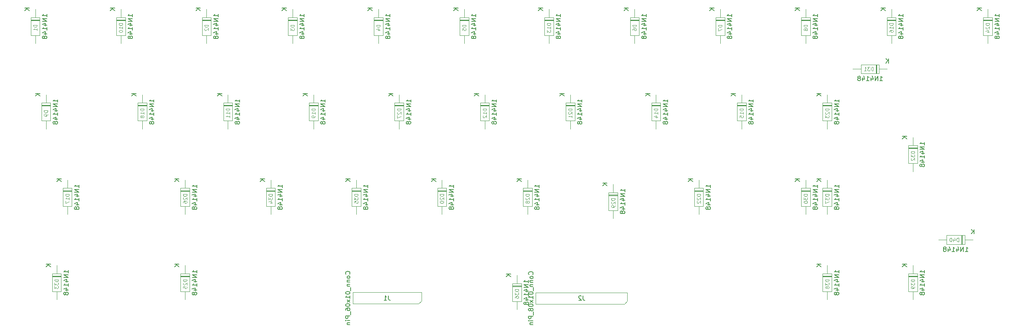
<source format=gbr>
%TF.GenerationSoftware,KiCad,Pcbnew,8.0.3*%
%TF.CreationDate,2024-07-17T12:37:23+01:00*%
%TF.ProjectId,keyboard,6b657962-6f61-4726-942e-6b696361645f,rev?*%
%TF.SameCoordinates,Original*%
%TF.FileFunction,AssemblyDrawing,Bot*%
%FSLAX46Y46*%
G04 Gerber Fmt 4.6, Leading zero omitted, Abs format (unit mm)*
G04 Created by KiCad (PCBNEW 8.0.3) date 2024-07-17 12:37:23*
%MOMM*%
%LPD*%
G01*
G04 APERTURE LIST*
%ADD10C,0.150000*%
%ADD11C,0.120000*%
%ADD12C,0.100000*%
G04 APERTURE END LIST*
D10*
X123859819Y-45357142D02*
X123859819Y-44785714D01*
X123859819Y-45071428D02*
X122859819Y-45071428D01*
X122859819Y-45071428D02*
X123002676Y-44976190D01*
X123002676Y-44976190D02*
X123097914Y-44880952D01*
X123097914Y-44880952D02*
X123145533Y-44785714D01*
X123859819Y-45785714D02*
X122859819Y-45785714D01*
X122859819Y-45785714D02*
X123859819Y-46357142D01*
X123859819Y-46357142D02*
X122859819Y-46357142D01*
X123193152Y-47261904D02*
X123859819Y-47261904D01*
X122812200Y-47023809D02*
X123526485Y-46785714D01*
X123526485Y-46785714D02*
X123526485Y-47404761D01*
X123859819Y-48309523D02*
X123859819Y-47738095D01*
X123859819Y-48023809D02*
X122859819Y-48023809D01*
X122859819Y-48023809D02*
X123002676Y-47928571D01*
X123002676Y-47928571D02*
X123097914Y-47833333D01*
X123097914Y-47833333D02*
X123145533Y-47738095D01*
X123193152Y-49166666D02*
X123859819Y-49166666D01*
X122812200Y-48928571D02*
X123526485Y-48690476D01*
X123526485Y-48690476D02*
X123526485Y-49309523D01*
X123288390Y-49833333D02*
X123240771Y-49738095D01*
X123240771Y-49738095D02*
X123193152Y-49690476D01*
X123193152Y-49690476D02*
X123097914Y-49642857D01*
X123097914Y-49642857D02*
X123050295Y-49642857D01*
X123050295Y-49642857D02*
X122955057Y-49690476D01*
X122955057Y-49690476D02*
X122907438Y-49738095D01*
X122907438Y-49738095D02*
X122859819Y-49833333D01*
X122859819Y-49833333D02*
X122859819Y-50023809D01*
X122859819Y-50023809D02*
X122907438Y-50119047D01*
X122907438Y-50119047D02*
X122955057Y-50166666D01*
X122955057Y-50166666D02*
X123050295Y-50214285D01*
X123050295Y-50214285D02*
X123097914Y-50214285D01*
X123097914Y-50214285D02*
X123193152Y-50166666D01*
X123193152Y-50166666D02*
X123240771Y-50119047D01*
X123240771Y-50119047D02*
X123288390Y-50023809D01*
X123288390Y-50023809D02*
X123288390Y-49833333D01*
X123288390Y-49833333D02*
X123336009Y-49738095D01*
X123336009Y-49738095D02*
X123383628Y-49690476D01*
X123383628Y-49690476D02*
X123478866Y-49642857D01*
X123478866Y-49642857D02*
X123669342Y-49642857D01*
X123669342Y-49642857D02*
X123764580Y-49690476D01*
X123764580Y-49690476D02*
X123812200Y-49738095D01*
X123812200Y-49738095D02*
X123859819Y-49833333D01*
X123859819Y-49833333D02*
X123859819Y-50023809D01*
X123859819Y-50023809D02*
X123812200Y-50119047D01*
X123812200Y-50119047D02*
X123764580Y-50166666D01*
X123764580Y-50166666D02*
X123669342Y-50214285D01*
X123669342Y-50214285D02*
X123478866Y-50214285D01*
X123478866Y-50214285D02*
X123383628Y-50166666D01*
X123383628Y-50166666D02*
X123336009Y-50119047D01*
X123336009Y-50119047D02*
X123288390Y-50023809D01*
D11*
X121648855Y-47209524D02*
X120848855Y-47209524D01*
X120848855Y-47209524D02*
X120848855Y-47400000D01*
X120848855Y-47400000D02*
X120886950Y-47514286D01*
X120886950Y-47514286D02*
X120963140Y-47590476D01*
X120963140Y-47590476D02*
X121039331Y-47628571D01*
X121039331Y-47628571D02*
X121191712Y-47666667D01*
X121191712Y-47666667D02*
X121305998Y-47666667D01*
X121305998Y-47666667D02*
X121458379Y-47628571D01*
X121458379Y-47628571D02*
X121534569Y-47590476D01*
X121534569Y-47590476D02*
X121610760Y-47514286D01*
X121610760Y-47514286D02*
X121648855Y-47400000D01*
X121648855Y-47400000D02*
X121648855Y-47209524D01*
X121115521Y-48352381D02*
X121648855Y-48352381D01*
X120810760Y-48161905D02*
X121382188Y-47971428D01*
X121382188Y-47971428D02*
X121382188Y-48466667D01*
D10*
X119939819Y-43428095D02*
X118939819Y-43428095D01*
X119939819Y-43999523D02*
X119368390Y-43570952D01*
X118939819Y-43999523D02*
X119511247Y-43428095D01*
X137949819Y-83357142D02*
X137949819Y-82785714D01*
X137949819Y-83071428D02*
X136949819Y-83071428D01*
X136949819Y-83071428D02*
X137092676Y-82976190D01*
X137092676Y-82976190D02*
X137187914Y-82880952D01*
X137187914Y-82880952D02*
X137235533Y-82785714D01*
X137949819Y-83785714D02*
X136949819Y-83785714D01*
X136949819Y-83785714D02*
X137949819Y-84357142D01*
X137949819Y-84357142D02*
X136949819Y-84357142D01*
X137283152Y-85261904D02*
X137949819Y-85261904D01*
X136902200Y-85023809D02*
X137616485Y-84785714D01*
X137616485Y-84785714D02*
X137616485Y-85404761D01*
X137949819Y-86309523D02*
X137949819Y-85738095D01*
X137949819Y-86023809D02*
X136949819Y-86023809D01*
X136949819Y-86023809D02*
X137092676Y-85928571D01*
X137092676Y-85928571D02*
X137187914Y-85833333D01*
X137187914Y-85833333D02*
X137235533Y-85738095D01*
X137283152Y-87166666D02*
X137949819Y-87166666D01*
X136902200Y-86928571D02*
X137616485Y-86690476D01*
X137616485Y-86690476D02*
X137616485Y-87309523D01*
X137378390Y-87833333D02*
X137330771Y-87738095D01*
X137330771Y-87738095D02*
X137283152Y-87690476D01*
X137283152Y-87690476D02*
X137187914Y-87642857D01*
X137187914Y-87642857D02*
X137140295Y-87642857D01*
X137140295Y-87642857D02*
X137045057Y-87690476D01*
X137045057Y-87690476D02*
X136997438Y-87738095D01*
X136997438Y-87738095D02*
X136949819Y-87833333D01*
X136949819Y-87833333D02*
X136949819Y-88023809D01*
X136949819Y-88023809D02*
X136997438Y-88119047D01*
X136997438Y-88119047D02*
X137045057Y-88166666D01*
X137045057Y-88166666D02*
X137140295Y-88214285D01*
X137140295Y-88214285D02*
X137187914Y-88214285D01*
X137187914Y-88214285D02*
X137283152Y-88166666D01*
X137283152Y-88166666D02*
X137330771Y-88119047D01*
X137330771Y-88119047D02*
X137378390Y-88023809D01*
X137378390Y-88023809D02*
X137378390Y-87833333D01*
X137378390Y-87833333D02*
X137426009Y-87738095D01*
X137426009Y-87738095D02*
X137473628Y-87690476D01*
X137473628Y-87690476D02*
X137568866Y-87642857D01*
X137568866Y-87642857D02*
X137759342Y-87642857D01*
X137759342Y-87642857D02*
X137854580Y-87690476D01*
X137854580Y-87690476D02*
X137902200Y-87738095D01*
X137902200Y-87738095D02*
X137949819Y-87833333D01*
X137949819Y-87833333D02*
X137949819Y-88023809D01*
X137949819Y-88023809D02*
X137902200Y-88119047D01*
X137902200Y-88119047D02*
X137854580Y-88166666D01*
X137854580Y-88166666D02*
X137759342Y-88214285D01*
X137759342Y-88214285D02*
X137568866Y-88214285D01*
X137568866Y-88214285D02*
X137473628Y-88166666D01*
X137473628Y-88166666D02*
X137426009Y-88119047D01*
X137426009Y-88119047D02*
X137378390Y-88023809D01*
D11*
X135738855Y-84828571D02*
X134938855Y-84828571D01*
X134938855Y-84828571D02*
X134938855Y-85019047D01*
X134938855Y-85019047D02*
X134976950Y-85133333D01*
X134976950Y-85133333D02*
X135053140Y-85209523D01*
X135053140Y-85209523D02*
X135129331Y-85247618D01*
X135129331Y-85247618D02*
X135281712Y-85285714D01*
X135281712Y-85285714D02*
X135395998Y-85285714D01*
X135395998Y-85285714D02*
X135548379Y-85247618D01*
X135548379Y-85247618D02*
X135624569Y-85209523D01*
X135624569Y-85209523D02*
X135700760Y-85133333D01*
X135700760Y-85133333D02*
X135738855Y-85019047D01*
X135738855Y-85019047D02*
X135738855Y-84828571D01*
X135015045Y-85590475D02*
X134976950Y-85628571D01*
X134976950Y-85628571D02*
X134938855Y-85704761D01*
X134938855Y-85704761D02*
X134938855Y-85895237D01*
X134938855Y-85895237D02*
X134976950Y-85971428D01*
X134976950Y-85971428D02*
X135015045Y-86009523D01*
X135015045Y-86009523D02*
X135091236Y-86047618D01*
X135091236Y-86047618D02*
X135167426Y-86047618D01*
X135167426Y-86047618D02*
X135281712Y-86009523D01*
X135281712Y-86009523D02*
X135738855Y-85552380D01*
X135738855Y-85552380D02*
X135738855Y-86047618D01*
X134938855Y-86542857D02*
X134938855Y-86619047D01*
X134938855Y-86619047D02*
X134976950Y-86695238D01*
X134976950Y-86695238D02*
X135015045Y-86733333D01*
X135015045Y-86733333D02*
X135091236Y-86771428D01*
X135091236Y-86771428D02*
X135243617Y-86809523D01*
X135243617Y-86809523D02*
X135434093Y-86809523D01*
X135434093Y-86809523D02*
X135586474Y-86771428D01*
X135586474Y-86771428D02*
X135662664Y-86733333D01*
X135662664Y-86733333D02*
X135700760Y-86695238D01*
X135700760Y-86695238D02*
X135738855Y-86619047D01*
X135738855Y-86619047D02*
X135738855Y-86542857D01*
X135738855Y-86542857D02*
X135700760Y-86466666D01*
X135700760Y-86466666D02*
X135662664Y-86428571D01*
X135662664Y-86428571D02*
X135586474Y-86390476D01*
X135586474Y-86390476D02*
X135434093Y-86352380D01*
X135434093Y-86352380D02*
X135243617Y-86352380D01*
X135243617Y-86352380D02*
X135091236Y-86390476D01*
X135091236Y-86390476D02*
X135015045Y-86428571D01*
X135015045Y-86428571D02*
X134976950Y-86466666D01*
X134976950Y-86466666D02*
X134938855Y-86542857D01*
D10*
X134029819Y-81428095D02*
X133029819Y-81428095D01*
X134029819Y-81999523D02*
X133458390Y-81570952D01*
X133029819Y-81999523D02*
X133601247Y-81428095D01*
X54824819Y-83357142D02*
X54824819Y-82785714D01*
X54824819Y-83071428D02*
X53824819Y-83071428D01*
X53824819Y-83071428D02*
X53967676Y-82976190D01*
X53967676Y-82976190D02*
X54062914Y-82880952D01*
X54062914Y-82880952D02*
X54110533Y-82785714D01*
X54824819Y-83785714D02*
X53824819Y-83785714D01*
X53824819Y-83785714D02*
X54824819Y-84357142D01*
X54824819Y-84357142D02*
X53824819Y-84357142D01*
X54158152Y-85261904D02*
X54824819Y-85261904D01*
X53777200Y-85023809D02*
X54491485Y-84785714D01*
X54491485Y-84785714D02*
X54491485Y-85404761D01*
X54824819Y-86309523D02*
X54824819Y-85738095D01*
X54824819Y-86023809D02*
X53824819Y-86023809D01*
X53824819Y-86023809D02*
X53967676Y-85928571D01*
X53967676Y-85928571D02*
X54062914Y-85833333D01*
X54062914Y-85833333D02*
X54110533Y-85738095D01*
X54158152Y-87166666D02*
X54824819Y-87166666D01*
X53777200Y-86928571D02*
X54491485Y-86690476D01*
X54491485Y-86690476D02*
X54491485Y-87309523D01*
X54253390Y-87833333D02*
X54205771Y-87738095D01*
X54205771Y-87738095D02*
X54158152Y-87690476D01*
X54158152Y-87690476D02*
X54062914Y-87642857D01*
X54062914Y-87642857D02*
X54015295Y-87642857D01*
X54015295Y-87642857D02*
X53920057Y-87690476D01*
X53920057Y-87690476D02*
X53872438Y-87738095D01*
X53872438Y-87738095D02*
X53824819Y-87833333D01*
X53824819Y-87833333D02*
X53824819Y-88023809D01*
X53824819Y-88023809D02*
X53872438Y-88119047D01*
X53872438Y-88119047D02*
X53920057Y-88166666D01*
X53920057Y-88166666D02*
X54015295Y-88214285D01*
X54015295Y-88214285D02*
X54062914Y-88214285D01*
X54062914Y-88214285D02*
X54158152Y-88166666D01*
X54158152Y-88166666D02*
X54205771Y-88119047D01*
X54205771Y-88119047D02*
X54253390Y-88023809D01*
X54253390Y-88023809D02*
X54253390Y-87833333D01*
X54253390Y-87833333D02*
X54301009Y-87738095D01*
X54301009Y-87738095D02*
X54348628Y-87690476D01*
X54348628Y-87690476D02*
X54443866Y-87642857D01*
X54443866Y-87642857D02*
X54634342Y-87642857D01*
X54634342Y-87642857D02*
X54729580Y-87690476D01*
X54729580Y-87690476D02*
X54777200Y-87738095D01*
X54777200Y-87738095D02*
X54824819Y-87833333D01*
X54824819Y-87833333D02*
X54824819Y-88023809D01*
X54824819Y-88023809D02*
X54777200Y-88119047D01*
X54777200Y-88119047D02*
X54729580Y-88166666D01*
X54729580Y-88166666D02*
X54634342Y-88214285D01*
X54634342Y-88214285D02*
X54443866Y-88214285D01*
X54443866Y-88214285D02*
X54348628Y-88166666D01*
X54348628Y-88166666D02*
X54301009Y-88119047D01*
X54301009Y-88119047D02*
X54253390Y-88023809D01*
D11*
X52613855Y-84828571D02*
X51813855Y-84828571D01*
X51813855Y-84828571D02*
X51813855Y-85019047D01*
X51813855Y-85019047D02*
X51851950Y-85133333D01*
X51851950Y-85133333D02*
X51928140Y-85209523D01*
X51928140Y-85209523D02*
X52004331Y-85247618D01*
X52004331Y-85247618D02*
X52156712Y-85285714D01*
X52156712Y-85285714D02*
X52270998Y-85285714D01*
X52270998Y-85285714D02*
X52423379Y-85247618D01*
X52423379Y-85247618D02*
X52499569Y-85209523D01*
X52499569Y-85209523D02*
X52575760Y-85133333D01*
X52575760Y-85133333D02*
X52613855Y-85019047D01*
X52613855Y-85019047D02*
X52613855Y-84828571D01*
X52613855Y-86047618D02*
X52613855Y-85590475D01*
X52613855Y-85819047D02*
X51813855Y-85819047D01*
X51813855Y-85819047D02*
X51928140Y-85742856D01*
X51928140Y-85742856D02*
X52004331Y-85666666D01*
X52004331Y-85666666D02*
X52042426Y-85590475D01*
X51813855Y-86314285D02*
X51813855Y-86847619D01*
X51813855Y-86847619D02*
X52613855Y-86504761D01*
D10*
X50904819Y-81428095D02*
X49904819Y-81428095D01*
X50904819Y-81999523D02*
X50333390Y-81570952D01*
X49904819Y-81999523D02*
X50476247Y-81428095D01*
X175949819Y-84297142D02*
X175949819Y-83725714D01*
X175949819Y-84011428D02*
X174949819Y-84011428D01*
X174949819Y-84011428D02*
X175092676Y-83916190D01*
X175092676Y-83916190D02*
X175187914Y-83820952D01*
X175187914Y-83820952D02*
X175235533Y-83725714D01*
X175949819Y-84725714D02*
X174949819Y-84725714D01*
X174949819Y-84725714D02*
X175949819Y-85297142D01*
X175949819Y-85297142D02*
X174949819Y-85297142D01*
X175283152Y-86201904D02*
X175949819Y-86201904D01*
X174902200Y-85963809D02*
X175616485Y-85725714D01*
X175616485Y-85725714D02*
X175616485Y-86344761D01*
X175949819Y-87249523D02*
X175949819Y-86678095D01*
X175949819Y-86963809D02*
X174949819Y-86963809D01*
X174949819Y-86963809D02*
X175092676Y-86868571D01*
X175092676Y-86868571D02*
X175187914Y-86773333D01*
X175187914Y-86773333D02*
X175235533Y-86678095D01*
X175283152Y-88106666D02*
X175949819Y-88106666D01*
X174902200Y-87868571D02*
X175616485Y-87630476D01*
X175616485Y-87630476D02*
X175616485Y-88249523D01*
X175378390Y-88773333D02*
X175330771Y-88678095D01*
X175330771Y-88678095D02*
X175283152Y-88630476D01*
X175283152Y-88630476D02*
X175187914Y-88582857D01*
X175187914Y-88582857D02*
X175140295Y-88582857D01*
X175140295Y-88582857D02*
X175045057Y-88630476D01*
X175045057Y-88630476D02*
X174997438Y-88678095D01*
X174997438Y-88678095D02*
X174949819Y-88773333D01*
X174949819Y-88773333D02*
X174949819Y-88963809D01*
X174949819Y-88963809D02*
X174997438Y-89059047D01*
X174997438Y-89059047D02*
X175045057Y-89106666D01*
X175045057Y-89106666D02*
X175140295Y-89154285D01*
X175140295Y-89154285D02*
X175187914Y-89154285D01*
X175187914Y-89154285D02*
X175283152Y-89106666D01*
X175283152Y-89106666D02*
X175330771Y-89059047D01*
X175330771Y-89059047D02*
X175378390Y-88963809D01*
X175378390Y-88963809D02*
X175378390Y-88773333D01*
X175378390Y-88773333D02*
X175426009Y-88678095D01*
X175426009Y-88678095D02*
X175473628Y-88630476D01*
X175473628Y-88630476D02*
X175568866Y-88582857D01*
X175568866Y-88582857D02*
X175759342Y-88582857D01*
X175759342Y-88582857D02*
X175854580Y-88630476D01*
X175854580Y-88630476D02*
X175902200Y-88678095D01*
X175902200Y-88678095D02*
X175949819Y-88773333D01*
X175949819Y-88773333D02*
X175949819Y-88963809D01*
X175949819Y-88963809D02*
X175902200Y-89059047D01*
X175902200Y-89059047D02*
X175854580Y-89106666D01*
X175854580Y-89106666D02*
X175759342Y-89154285D01*
X175759342Y-89154285D02*
X175568866Y-89154285D01*
X175568866Y-89154285D02*
X175473628Y-89106666D01*
X175473628Y-89106666D02*
X175426009Y-89059047D01*
X175426009Y-89059047D02*
X175378390Y-88963809D01*
X172029819Y-82368095D02*
X171029819Y-82368095D01*
X172029819Y-82939523D02*
X171458390Y-82510952D01*
X171029819Y-82939523D02*
X171601247Y-82368095D01*
D11*
X173738855Y-85768571D02*
X172938855Y-85768571D01*
X172938855Y-85768571D02*
X172938855Y-85959047D01*
X172938855Y-85959047D02*
X172976950Y-86073333D01*
X172976950Y-86073333D02*
X173053140Y-86149523D01*
X173053140Y-86149523D02*
X173129331Y-86187618D01*
X173129331Y-86187618D02*
X173281712Y-86225714D01*
X173281712Y-86225714D02*
X173395998Y-86225714D01*
X173395998Y-86225714D02*
X173548379Y-86187618D01*
X173548379Y-86187618D02*
X173624569Y-86149523D01*
X173624569Y-86149523D02*
X173700760Y-86073333D01*
X173700760Y-86073333D02*
X173738855Y-85959047D01*
X173738855Y-85959047D02*
X173738855Y-85768571D01*
X173015045Y-86530475D02*
X172976950Y-86568571D01*
X172976950Y-86568571D02*
X172938855Y-86644761D01*
X172938855Y-86644761D02*
X172938855Y-86835237D01*
X172938855Y-86835237D02*
X172976950Y-86911428D01*
X172976950Y-86911428D02*
X173015045Y-86949523D01*
X173015045Y-86949523D02*
X173091236Y-86987618D01*
X173091236Y-86987618D02*
X173167426Y-86987618D01*
X173167426Y-86987618D02*
X173281712Y-86949523D01*
X173281712Y-86949523D02*
X173738855Y-86492380D01*
X173738855Y-86492380D02*
X173738855Y-86987618D01*
X173738855Y-87368571D02*
X173738855Y-87520952D01*
X173738855Y-87520952D02*
X173700760Y-87597142D01*
X173700760Y-87597142D02*
X173662664Y-87635238D01*
X173662664Y-87635238D02*
X173548379Y-87711428D01*
X173548379Y-87711428D02*
X173395998Y-87749523D01*
X173395998Y-87749523D02*
X173091236Y-87749523D01*
X173091236Y-87749523D02*
X173015045Y-87711428D01*
X173015045Y-87711428D02*
X172976950Y-87673333D01*
X172976950Y-87673333D02*
X172938855Y-87597142D01*
X172938855Y-87597142D02*
X172938855Y-87444761D01*
X172938855Y-87444761D02*
X172976950Y-87368571D01*
X172976950Y-87368571D02*
X173015045Y-87330476D01*
X173015045Y-87330476D02*
X173091236Y-87292380D01*
X173091236Y-87292380D02*
X173281712Y-87292380D01*
X173281712Y-87292380D02*
X173357902Y-87330476D01*
X173357902Y-87330476D02*
X173395998Y-87368571D01*
X173395998Y-87368571D02*
X173434093Y-87444761D01*
X173434093Y-87444761D02*
X173434093Y-87597142D01*
X173434093Y-87597142D02*
X173395998Y-87673333D01*
X173395998Y-87673333D02*
X173357902Y-87711428D01*
X173357902Y-87711428D02*
X173281712Y-87749523D01*
D10*
X128449819Y-64357142D02*
X128449819Y-63785714D01*
X128449819Y-64071428D02*
X127449819Y-64071428D01*
X127449819Y-64071428D02*
X127592676Y-63976190D01*
X127592676Y-63976190D02*
X127687914Y-63880952D01*
X127687914Y-63880952D02*
X127735533Y-63785714D01*
X128449819Y-64785714D02*
X127449819Y-64785714D01*
X127449819Y-64785714D02*
X128449819Y-65357142D01*
X128449819Y-65357142D02*
X127449819Y-65357142D01*
X127783152Y-66261904D02*
X128449819Y-66261904D01*
X127402200Y-66023809D02*
X128116485Y-65785714D01*
X128116485Y-65785714D02*
X128116485Y-66404761D01*
X128449819Y-67309523D02*
X128449819Y-66738095D01*
X128449819Y-67023809D02*
X127449819Y-67023809D01*
X127449819Y-67023809D02*
X127592676Y-66928571D01*
X127592676Y-66928571D02*
X127687914Y-66833333D01*
X127687914Y-66833333D02*
X127735533Y-66738095D01*
X127783152Y-68166666D02*
X128449819Y-68166666D01*
X127402200Y-67928571D02*
X128116485Y-67690476D01*
X128116485Y-67690476D02*
X128116485Y-68309523D01*
X127878390Y-68833333D02*
X127830771Y-68738095D01*
X127830771Y-68738095D02*
X127783152Y-68690476D01*
X127783152Y-68690476D02*
X127687914Y-68642857D01*
X127687914Y-68642857D02*
X127640295Y-68642857D01*
X127640295Y-68642857D02*
X127545057Y-68690476D01*
X127545057Y-68690476D02*
X127497438Y-68738095D01*
X127497438Y-68738095D02*
X127449819Y-68833333D01*
X127449819Y-68833333D02*
X127449819Y-69023809D01*
X127449819Y-69023809D02*
X127497438Y-69119047D01*
X127497438Y-69119047D02*
X127545057Y-69166666D01*
X127545057Y-69166666D02*
X127640295Y-69214285D01*
X127640295Y-69214285D02*
X127687914Y-69214285D01*
X127687914Y-69214285D02*
X127783152Y-69166666D01*
X127783152Y-69166666D02*
X127830771Y-69119047D01*
X127830771Y-69119047D02*
X127878390Y-69023809D01*
X127878390Y-69023809D02*
X127878390Y-68833333D01*
X127878390Y-68833333D02*
X127926009Y-68738095D01*
X127926009Y-68738095D02*
X127973628Y-68690476D01*
X127973628Y-68690476D02*
X128068866Y-68642857D01*
X128068866Y-68642857D02*
X128259342Y-68642857D01*
X128259342Y-68642857D02*
X128354580Y-68690476D01*
X128354580Y-68690476D02*
X128402200Y-68738095D01*
X128402200Y-68738095D02*
X128449819Y-68833333D01*
X128449819Y-68833333D02*
X128449819Y-69023809D01*
X128449819Y-69023809D02*
X128402200Y-69119047D01*
X128402200Y-69119047D02*
X128354580Y-69166666D01*
X128354580Y-69166666D02*
X128259342Y-69214285D01*
X128259342Y-69214285D02*
X128068866Y-69214285D01*
X128068866Y-69214285D02*
X127973628Y-69166666D01*
X127973628Y-69166666D02*
X127926009Y-69119047D01*
X127926009Y-69119047D02*
X127878390Y-69023809D01*
D11*
X126238855Y-65828571D02*
X125438855Y-65828571D01*
X125438855Y-65828571D02*
X125438855Y-66019047D01*
X125438855Y-66019047D02*
X125476950Y-66133333D01*
X125476950Y-66133333D02*
X125553140Y-66209523D01*
X125553140Y-66209523D02*
X125629331Y-66247618D01*
X125629331Y-66247618D02*
X125781712Y-66285714D01*
X125781712Y-66285714D02*
X125895998Y-66285714D01*
X125895998Y-66285714D02*
X126048379Y-66247618D01*
X126048379Y-66247618D02*
X126124569Y-66209523D01*
X126124569Y-66209523D02*
X126200760Y-66133333D01*
X126200760Y-66133333D02*
X126238855Y-66019047D01*
X126238855Y-66019047D02*
X126238855Y-65828571D01*
X125515045Y-66590475D02*
X125476950Y-66628571D01*
X125476950Y-66628571D02*
X125438855Y-66704761D01*
X125438855Y-66704761D02*
X125438855Y-66895237D01*
X125438855Y-66895237D02*
X125476950Y-66971428D01*
X125476950Y-66971428D02*
X125515045Y-67009523D01*
X125515045Y-67009523D02*
X125591236Y-67047618D01*
X125591236Y-67047618D02*
X125667426Y-67047618D01*
X125667426Y-67047618D02*
X125781712Y-67009523D01*
X125781712Y-67009523D02*
X126238855Y-66552380D01*
X126238855Y-66552380D02*
X126238855Y-67047618D01*
X125438855Y-67314285D02*
X125438855Y-67847619D01*
X125438855Y-67847619D02*
X126238855Y-67504761D01*
D10*
X124529819Y-62428095D02*
X123529819Y-62428095D01*
X124529819Y-62999523D02*
X123958390Y-62570952D01*
X123529819Y-62999523D02*
X124101247Y-62428095D01*
X232517857Y-59574819D02*
X233089285Y-59574819D01*
X232803571Y-59574819D02*
X232803571Y-58574819D01*
X232803571Y-58574819D02*
X232898809Y-58717676D01*
X232898809Y-58717676D02*
X232994047Y-58812914D01*
X232994047Y-58812914D02*
X233089285Y-58860533D01*
X232089285Y-59574819D02*
X232089285Y-58574819D01*
X232089285Y-58574819D02*
X231517857Y-59574819D01*
X231517857Y-59574819D02*
X231517857Y-58574819D01*
X230613095Y-58908152D02*
X230613095Y-59574819D01*
X230851190Y-58527200D02*
X231089285Y-59241485D01*
X231089285Y-59241485D02*
X230470238Y-59241485D01*
X229565476Y-59574819D02*
X230136904Y-59574819D01*
X229851190Y-59574819D02*
X229851190Y-58574819D01*
X229851190Y-58574819D02*
X229946428Y-58717676D01*
X229946428Y-58717676D02*
X230041666Y-58812914D01*
X230041666Y-58812914D02*
X230136904Y-58860533D01*
X228708333Y-58908152D02*
X228708333Y-59574819D01*
X228946428Y-58527200D02*
X229184523Y-59241485D01*
X229184523Y-59241485D02*
X228565476Y-59241485D01*
X228041666Y-59003390D02*
X228136904Y-58955771D01*
X228136904Y-58955771D02*
X228184523Y-58908152D01*
X228184523Y-58908152D02*
X228232142Y-58812914D01*
X228232142Y-58812914D02*
X228232142Y-58765295D01*
X228232142Y-58765295D02*
X228184523Y-58670057D01*
X228184523Y-58670057D02*
X228136904Y-58622438D01*
X228136904Y-58622438D02*
X228041666Y-58574819D01*
X228041666Y-58574819D02*
X227851190Y-58574819D01*
X227851190Y-58574819D02*
X227755952Y-58622438D01*
X227755952Y-58622438D02*
X227708333Y-58670057D01*
X227708333Y-58670057D02*
X227660714Y-58765295D01*
X227660714Y-58765295D02*
X227660714Y-58812914D01*
X227660714Y-58812914D02*
X227708333Y-58908152D01*
X227708333Y-58908152D02*
X227755952Y-58955771D01*
X227755952Y-58955771D02*
X227851190Y-59003390D01*
X227851190Y-59003390D02*
X228041666Y-59003390D01*
X228041666Y-59003390D02*
X228136904Y-59051009D01*
X228136904Y-59051009D02*
X228184523Y-59098628D01*
X228184523Y-59098628D02*
X228232142Y-59193866D01*
X228232142Y-59193866D02*
X228232142Y-59384342D01*
X228232142Y-59384342D02*
X228184523Y-59479580D01*
X228184523Y-59479580D02*
X228136904Y-59527200D01*
X228136904Y-59527200D02*
X228041666Y-59574819D01*
X228041666Y-59574819D02*
X227851190Y-59574819D01*
X227851190Y-59574819D02*
X227755952Y-59527200D01*
X227755952Y-59527200D02*
X227708333Y-59479580D01*
X227708333Y-59479580D02*
X227660714Y-59384342D01*
X227660714Y-59384342D02*
X227660714Y-59193866D01*
X227660714Y-59193866D02*
X227708333Y-59098628D01*
X227708333Y-59098628D02*
X227755952Y-59051009D01*
X227755952Y-59051009D02*
X227851190Y-59003390D01*
D11*
X231046428Y-57363855D02*
X231046428Y-56563855D01*
X231046428Y-56563855D02*
X230855952Y-56563855D01*
X230855952Y-56563855D02*
X230741666Y-56601950D01*
X230741666Y-56601950D02*
X230665476Y-56678140D01*
X230665476Y-56678140D02*
X230627381Y-56754331D01*
X230627381Y-56754331D02*
X230589285Y-56906712D01*
X230589285Y-56906712D02*
X230589285Y-57020998D01*
X230589285Y-57020998D02*
X230627381Y-57173379D01*
X230627381Y-57173379D02*
X230665476Y-57249569D01*
X230665476Y-57249569D02*
X230741666Y-57325760D01*
X230741666Y-57325760D02*
X230855952Y-57363855D01*
X230855952Y-57363855D02*
X231046428Y-57363855D01*
X230322619Y-56563855D02*
X229827381Y-56563855D01*
X229827381Y-56563855D02*
X230094047Y-56868617D01*
X230094047Y-56868617D02*
X229979762Y-56868617D01*
X229979762Y-56868617D02*
X229903571Y-56906712D01*
X229903571Y-56906712D02*
X229865476Y-56944807D01*
X229865476Y-56944807D02*
X229827381Y-57020998D01*
X229827381Y-57020998D02*
X229827381Y-57211474D01*
X229827381Y-57211474D02*
X229865476Y-57287664D01*
X229865476Y-57287664D02*
X229903571Y-57325760D01*
X229903571Y-57325760D02*
X229979762Y-57363855D01*
X229979762Y-57363855D02*
X230208333Y-57363855D01*
X230208333Y-57363855D02*
X230284524Y-57325760D01*
X230284524Y-57325760D02*
X230322619Y-57287664D01*
X229065476Y-57363855D02*
X229522619Y-57363855D01*
X229294047Y-57363855D02*
X229294047Y-56563855D01*
X229294047Y-56563855D02*
X229370238Y-56678140D01*
X229370238Y-56678140D02*
X229446428Y-56754331D01*
X229446428Y-56754331D02*
X229522619Y-56792426D01*
D10*
X234446904Y-55654819D02*
X234446904Y-54654819D01*
X233875476Y-55654819D02*
X234304047Y-55083390D01*
X233875476Y-54654819D02*
X234446904Y-55226247D01*
X109449819Y-64357142D02*
X109449819Y-63785714D01*
X109449819Y-64071428D02*
X108449819Y-64071428D01*
X108449819Y-64071428D02*
X108592676Y-63976190D01*
X108592676Y-63976190D02*
X108687914Y-63880952D01*
X108687914Y-63880952D02*
X108735533Y-63785714D01*
X109449819Y-64785714D02*
X108449819Y-64785714D01*
X108449819Y-64785714D02*
X109449819Y-65357142D01*
X109449819Y-65357142D02*
X108449819Y-65357142D01*
X108783152Y-66261904D02*
X109449819Y-66261904D01*
X108402200Y-66023809D02*
X109116485Y-65785714D01*
X109116485Y-65785714D02*
X109116485Y-66404761D01*
X109449819Y-67309523D02*
X109449819Y-66738095D01*
X109449819Y-67023809D02*
X108449819Y-67023809D01*
X108449819Y-67023809D02*
X108592676Y-66928571D01*
X108592676Y-66928571D02*
X108687914Y-66833333D01*
X108687914Y-66833333D02*
X108735533Y-66738095D01*
X108783152Y-68166666D02*
X109449819Y-68166666D01*
X108402200Y-67928571D02*
X109116485Y-67690476D01*
X109116485Y-67690476D02*
X109116485Y-68309523D01*
X108878390Y-68833333D02*
X108830771Y-68738095D01*
X108830771Y-68738095D02*
X108783152Y-68690476D01*
X108783152Y-68690476D02*
X108687914Y-68642857D01*
X108687914Y-68642857D02*
X108640295Y-68642857D01*
X108640295Y-68642857D02*
X108545057Y-68690476D01*
X108545057Y-68690476D02*
X108497438Y-68738095D01*
X108497438Y-68738095D02*
X108449819Y-68833333D01*
X108449819Y-68833333D02*
X108449819Y-69023809D01*
X108449819Y-69023809D02*
X108497438Y-69119047D01*
X108497438Y-69119047D02*
X108545057Y-69166666D01*
X108545057Y-69166666D02*
X108640295Y-69214285D01*
X108640295Y-69214285D02*
X108687914Y-69214285D01*
X108687914Y-69214285D02*
X108783152Y-69166666D01*
X108783152Y-69166666D02*
X108830771Y-69119047D01*
X108830771Y-69119047D02*
X108878390Y-69023809D01*
X108878390Y-69023809D02*
X108878390Y-68833333D01*
X108878390Y-68833333D02*
X108926009Y-68738095D01*
X108926009Y-68738095D02*
X108973628Y-68690476D01*
X108973628Y-68690476D02*
X109068866Y-68642857D01*
X109068866Y-68642857D02*
X109259342Y-68642857D01*
X109259342Y-68642857D02*
X109354580Y-68690476D01*
X109354580Y-68690476D02*
X109402200Y-68738095D01*
X109402200Y-68738095D02*
X109449819Y-68833333D01*
X109449819Y-68833333D02*
X109449819Y-69023809D01*
X109449819Y-69023809D02*
X109402200Y-69119047D01*
X109402200Y-69119047D02*
X109354580Y-69166666D01*
X109354580Y-69166666D02*
X109259342Y-69214285D01*
X109259342Y-69214285D02*
X109068866Y-69214285D01*
X109068866Y-69214285D02*
X108973628Y-69166666D01*
X108973628Y-69166666D02*
X108926009Y-69119047D01*
X108926009Y-69119047D02*
X108878390Y-69023809D01*
D11*
X107238855Y-65828571D02*
X106438855Y-65828571D01*
X106438855Y-65828571D02*
X106438855Y-66019047D01*
X106438855Y-66019047D02*
X106476950Y-66133333D01*
X106476950Y-66133333D02*
X106553140Y-66209523D01*
X106553140Y-66209523D02*
X106629331Y-66247618D01*
X106629331Y-66247618D02*
X106781712Y-66285714D01*
X106781712Y-66285714D02*
X106895998Y-66285714D01*
X106895998Y-66285714D02*
X107048379Y-66247618D01*
X107048379Y-66247618D02*
X107124569Y-66209523D01*
X107124569Y-66209523D02*
X107200760Y-66133333D01*
X107200760Y-66133333D02*
X107238855Y-66019047D01*
X107238855Y-66019047D02*
X107238855Y-65828571D01*
X107238855Y-67047618D02*
X107238855Y-66590475D01*
X107238855Y-66819047D02*
X106438855Y-66819047D01*
X106438855Y-66819047D02*
X106553140Y-66742856D01*
X106553140Y-66742856D02*
X106629331Y-66666666D01*
X106629331Y-66666666D02*
X106667426Y-66590475D01*
X107238855Y-67428571D02*
X107238855Y-67580952D01*
X107238855Y-67580952D02*
X107200760Y-67657142D01*
X107200760Y-67657142D02*
X107162664Y-67695238D01*
X107162664Y-67695238D02*
X107048379Y-67771428D01*
X107048379Y-67771428D02*
X106895998Y-67809523D01*
X106895998Y-67809523D02*
X106591236Y-67809523D01*
X106591236Y-67809523D02*
X106515045Y-67771428D01*
X106515045Y-67771428D02*
X106476950Y-67733333D01*
X106476950Y-67733333D02*
X106438855Y-67657142D01*
X106438855Y-67657142D02*
X106438855Y-67504761D01*
X106438855Y-67504761D02*
X106476950Y-67428571D01*
X106476950Y-67428571D02*
X106515045Y-67390476D01*
X106515045Y-67390476D02*
X106591236Y-67352380D01*
X106591236Y-67352380D02*
X106781712Y-67352380D01*
X106781712Y-67352380D02*
X106857902Y-67390476D01*
X106857902Y-67390476D02*
X106895998Y-67428571D01*
X106895998Y-67428571D02*
X106934093Y-67504761D01*
X106934093Y-67504761D02*
X106934093Y-67657142D01*
X106934093Y-67657142D02*
X106895998Y-67733333D01*
X106895998Y-67733333D02*
X106857902Y-67771428D01*
X106857902Y-67771428D02*
X106781712Y-67809523D01*
D10*
X105529819Y-62428095D02*
X104529819Y-62428095D01*
X105529819Y-62999523D02*
X104958390Y-62570952D01*
X104529819Y-62999523D02*
X105101247Y-62428095D01*
X251517857Y-97574819D02*
X252089285Y-97574819D01*
X251803571Y-97574819D02*
X251803571Y-96574819D01*
X251803571Y-96574819D02*
X251898809Y-96717676D01*
X251898809Y-96717676D02*
X251994047Y-96812914D01*
X251994047Y-96812914D02*
X252089285Y-96860533D01*
X251089285Y-97574819D02*
X251089285Y-96574819D01*
X251089285Y-96574819D02*
X250517857Y-97574819D01*
X250517857Y-97574819D02*
X250517857Y-96574819D01*
X249613095Y-96908152D02*
X249613095Y-97574819D01*
X249851190Y-96527200D02*
X250089285Y-97241485D01*
X250089285Y-97241485D02*
X249470238Y-97241485D01*
X248565476Y-97574819D02*
X249136904Y-97574819D01*
X248851190Y-97574819D02*
X248851190Y-96574819D01*
X248851190Y-96574819D02*
X248946428Y-96717676D01*
X248946428Y-96717676D02*
X249041666Y-96812914D01*
X249041666Y-96812914D02*
X249136904Y-96860533D01*
X247708333Y-96908152D02*
X247708333Y-97574819D01*
X247946428Y-96527200D02*
X248184523Y-97241485D01*
X248184523Y-97241485D02*
X247565476Y-97241485D01*
X247041666Y-97003390D02*
X247136904Y-96955771D01*
X247136904Y-96955771D02*
X247184523Y-96908152D01*
X247184523Y-96908152D02*
X247232142Y-96812914D01*
X247232142Y-96812914D02*
X247232142Y-96765295D01*
X247232142Y-96765295D02*
X247184523Y-96670057D01*
X247184523Y-96670057D02*
X247136904Y-96622438D01*
X247136904Y-96622438D02*
X247041666Y-96574819D01*
X247041666Y-96574819D02*
X246851190Y-96574819D01*
X246851190Y-96574819D02*
X246755952Y-96622438D01*
X246755952Y-96622438D02*
X246708333Y-96670057D01*
X246708333Y-96670057D02*
X246660714Y-96765295D01*
X246660714Y-96765295D02*
X246660714Y-96812914D01*
X246660714Y-96812914D02*
X246708333Y-96908152D01*
X246708333Y-96908152D02*
X246755952Y-96955771D01*
X246755952Y-96955771D02*
X246851190Y-97003390D01*
X246851190Y-97003390D02*
X247041666Y-97003390D01*
X247041666Y-97003390D02*
X247136904Y-97051009D01*
X247136904Y-97051009D02*
X247184523Y-97098628D01*
X247184523Y-97098628D02*
X247232142Y-97193866D01*
X247232142Y-97193866D02*
X247232142Y-97384342D01*
X247232142Y-97384342D02*
X247184523Y-97479580D01*
X247184523Y-97479580D02*
X247136904Y-97527200D01*
X247136904Y-97527200D02*
X247041666Y-97574819D01*
X247041666Y-97574819D02*
X246851190Y-97574819D01*
X246851190Y-97574819D02*
X246755952Y-97527200D01*
X246755952Y-97527200D02*
X246708333Y-97479580D01*
X246708333Y-97479580D02*
X246660714Y-97384342D01*
X246660714Y-97384342D02*
X246660714Y-97193866D01*
X246660714Y-97193866D02*
X246708333Y-97098628D01*
X246708333Y-97098628D02*
X246755952Y-97051009D01*
X246755952Y-97051009D02*
X246851190Y-97003390D01*
X253446904Y-93654819D02*
X253446904Y-92654819D01*
X252875476Y-93654819D02*
X253304047Y-93083390D01*
X252875476Y-92654819D02*
X253446904Y-93226247D01*
D11*
X250046428Y-95363855D02*
X250046428Y-94563855D01*
X250046428Y-94563855D02*
X249855952Y-94563855D01*
X249855952Y-94563855D02*
X249741666Y-94601950D01*
X249741666Y-94601950D02*
X249665476Y-94678140D01*
X249665476Y-94678140D02*
X249627381Y-94754331D01*
X249627381Y-94754331D02*
X249589285Y-94906712D01*
X249589285Y-94906712D02*
X249589285Y-95020998D01*
X249589285Y-95020998D02*
X249627381Y-95173379D01*
X249627381Y-95173379D02*
X249665476Y-95249569D01*
X249665476Y-95249569D02*
X249741666Y-95325760D01*
X249741666Y-95325760D02*
X249855952Y-95363855D01*
X249855952Y-95363855D02*
X250046428Y-95363855D01*
X248903571Y-94830521D02*
X248903571Y-95363855D01*
X249094047Y-94525760D02*
X249284524Y-95097188D01*
X249284524Y-95097188D02*
X248789285Y-95097188D01*
X248332142Y-94563855D02*
X248255952Y-94563855D01*
X248255952Y-94563855D02*
X248179761Y-94601950D01*
X248179761Y-94601950D02*
X248141666Y-94640045D01*
X248141666Y-94640045D02*
X248103571Y-94716236D01*
X248103571Y-94716236D02*
X248065476Y-94868617D01*
X248065476Y-94868617D02*
X248065476Y-95059093D01*
X248065476Y-95059093D02*
X248103571Y-95211474D01*
X248103571Y-95211474D02*
X248141666Y-95287664D01*
X248141666Y-95287664D02*
X248179761Y-95325760D01*
X248179761Y-95325760D02*
X248255952Y-95363855D01*
X248255952Y-95363855D02*
X248332142Y-95363855D01*
X248332142Y-95363855D02*
X248408333Y-95325760D01*
X248408333Y-95325760D02*
X248446428Y-95287664D01*
X248446428Y-95287664D02*
X248484523Y-95211474D01*
X248484523Y-95211474D02*
X248522619Y-95059093D01*
X248522619Y-95059093D02*
X248522619Y-94868617D01*
X248522619Y-94868617D02*
X248484523Y-94716236D01*
X248484523Y-94716236D02*
X248446428Y-94640045D01*
X248446428Y-94640045D02*
X248408333Y-94601950D01*
X248408333Y-94601950D02*
X248332142Y-94563855D01*
D10*
X155499580Y-102690475D02*
X155547200Y-102642856D01*
X155547200Y-102642856D02*
X155594819Y-102499999D01*
X155594819Y-102499999D02*
X155594819Y-102404761D01*
X155594819Y-102404761D02*
X155547200Y-102261904D01*
X155547200Y-102261904D02*
X155451961Y-102166666D01*
X155451961Y-102166666D02*
X155356723Y-102119047D01*
X155356723Y-102119047D02*
X155166247Y-102071428D01*
X155166247Y-102071428D02*
X155023390Y-102071428D01*
X155023390Y-102071428D02*
X154832914Y-102119047D01*
X154832914Y-102119047D02*
X154737676Y-102166666D01*
X154737676Y-102166666D02*
X154642438Y-102261904D01*
X154642438Y-102261904D02*
X154594819Y-102404761D01*
X154594819Y-102404761D02*
X154594819Y-102499999D01*
X154594819Y-102499999D02*
X154642438Y-102642856D01*
X154642438Y-102642856D02*
X154690057Y-102690475D01*
X155594819Y-103261904D02*
X155547200Y-103166666D01*
X155547200Y-103166666D02*
X155499580Y-103119047D01*
X155499580Y-103119047D02*
X155404342Y-103071428D01*
X155404342Y-103071428D02*
X155118628Y-103071428D01*
X155118628Y-103071428D02*
X155023390Y-103119047D01*
X155023390Y-103119047D02*
X154975771Y-103166666D01*
X154975771Y-103166666D02*
X154928152Y-103261904D01*
X154928152Y-103261904D02*
X154928152Y-103404761D01*
X154928152Y-103404761D02*
X154975771Y-103499999D01*
X154975771Y-103499999D02*
X155023390Y-103547618D01*
X155023390Y-103547618D02*
X155118628Y-103595237D01*
X155118628Y-103595237D02*
X155404342Y-103595237D01*
X155404342Y-103595237D02*
X155499580Y-103547618D01*
X155499580Y-103547618D02*
X155547200Y-103499999D01*
X155547200Y-103499999D02*
X155594819Y-103404761D01*
X155594819Y-103404761D02*
X155594819Y-103261904D01*
X154928152Y-104023809D02*
X155594819Y-104023809D01*
X155023390Y-104023809D02*
X154975771Y-104071428D01*
X154975771Y-104071428D02*
X154928152Y-104166666D01*
X154928152Y-104166666D02*
X154928152Y-104309523D01*
X154928152Y-104309523D02*
X154975771Y-104404761D01*
X154975771Y-104404761D02*
X155071009Y-104452380D01*
X155071009Y-104452380D02*
X155594819Y-104452380D01*
X154928152Y-104928571D02*
X155594819Y-104928571D01*
X155023390Y-104928571D02*
X154975771Y-104976190D01*
X154975771Y-104976190D02*
X154928152Y-105071428D01*
X154928152Y-105071428D02*
X154928152Y-105214285D01*
X154928152Y-105214285D02*
X154975771Y-105309523D01*
X154975771Y-105309523D02*
X155071009Y-105357142D01*
X155071009Y-105357142D02*
X155594819Y-105357142D01*
X155690057Y-105595238D02*
X155690057Y-106357142D01*
X154594819Y-106785714D02*
X154594819Y-106880952D01*
X154594819Y-106880952D02*
X154642438Y-106976190D01*
X154642438Y-106976190D02*
X154690057Y-107023809D01*
X154690057Y-107023809D02*
X154785295Y-107071428D01*
X154785295Y-107071428D02*
X154975771Y-107119047D01*
X154975771Y-107119047D02*
X155213866Y-107119047D01*
X155213866Y-107119047D02*
X155404342Y-107071428D01*
X155404342Y-107071428D02*
X155499580Y-107023809D01*
X155499580Y-107023809D02*
X155547200Y-106976190D01*
X155547200Y-106976190D02*
X155594819Y-106880952D01*
X155594819Y-106880952D02*
X155594819Y-106785714D01*
X155594819Y-106785714D02*
X155547200Y-106690476D01*
X155547200Y-106690476D02*
X155499580Y-106642857D01*
X155499580Y-106642857D02*
X155404342Y-106595238D01*
X155404342Y-106595238D02*
X155213866Y-106547619D01*
X155213866Y-106547619D02*
X154975771Y-106547619D01*
X154975771Y-106547619D02*
X154785295Y-106595238D01*
X154785295Y-106595238D02*
X154690057Y-106642857D01*
X154690057Y-106642857D02*
X154642438Y-106690476D01*
X154642438Y-106690476D02*
X154594819Y-106785714D01*
X155594819Y-108071428D02*
X155594819Y-107500000D01*
X155594819Y-107785714D02*
X154594819Y-107785714D01*
X154594819Y-107785714D02*
X154737676Y-107690476D01*
X154737676Y-107690476D02*
X154832914Y-107595238D01*
X154832914Y-107595238D02*
X154880533Y-107500000D01*
X155594819Y-108404762D02*
X154928152Y-108928571D01*
X154928152Y-108404762D02*
X155594819Y-108928571D01*
X154594819Y-109500000D02*
X154594819Y-109595238D01*
X154594819Y-109595238D02*
X154642438Y-109690476D01*
X154642438Y-109690476D02*
X154690057Y-109738095D01*
X154690057Y-109738095D02*
X154785295Y-109785714D01*
X154785295Y-109785714D02*
X154975771Y-109833333D01*
X154975771Y-109833333D02*
X155213866Y-109833333D01*
X155213866Y-109833333D02*
X155404342Y-109785714D01*
X155404342Y-109785714D02*
X155499580Y-109738095D01*
X155499580Y-109738095D02*
X155547200Y-109690476D01*
X155547200Y-109690476D02*
X155594819Y-109595238D01*
X155594819Y-109595238D02*
X155594819Y-109500000D01*
X155594819Y-109500000D02*
X155547200Y-109404762D01*
X155547200Y-109404762D02*
X155499580Y-109357143D01*
X155499580Y-109357143D02*
X155404342Y-109309524D01*
X155404342Y-109309524D02*
X155213866Y-109261905D01*
X155213866Y-109261905D02*
X154975771Y-109261905D01*
X154975771Y-109261905D02*
X154785295Y-109309524D01*
X154785295Y-109309524D02*
X154690057Y-109357143D01*
X154690057Y-109357143D02*
X154642438Y-109404762D01*
X154642438Y-109404762D02*
X154594819Y-109500000D01*
X155023390Y-110404762D02*
X154975771Y-110309524D01*
X154975771Y-110309524D02*
X154928152Y-110261905D01*
X154928152Y-110261905D02*
X154832914Y-110214286D01*
X154832914Y-110214286D02*
X154785295Y-110214286D01*
X154785295Y-110214286D02*
X154690057Y-110261905D01*
X154690057Y-110261905D02*
X154642438Y-110309524D01*
X154642438Y-110309524D02*
X154594819Y-110404762D01*
X154594819Y-110404762D02*
X154594819Y-110595238D01*
X154594819Y-110595238D02*
X154642438Y-110690476D01*
X154642438Y-110690476D02*
X154690057Y-110738095D01*
X154690057Y-110738095D02*
X154785295Y-110785714D01*
X154785295Y-110785714D02*
X154832914Y-110785714D01*
X154832914Y-110785714D02*
X154928152Y-110738095D01*
X154928152Y-110738095D02*
X154975771Y-110690476D01*
X154975771Y-110690476D02*
X155023390Y-110595238D01*
X155023390Y-110595238D02*
X155023390Y-110404762D01*
X155023390Y-110404762D02*
X155071009Y-110309524D01*
X155071009Y-110309524D02*
X155118628Y-110261905D01*
X155118628Y-110261905D02*
X155213866Y-110214286D01*
X155213866Y-110214286D02*
X155404342Y-110214286D01*
X155404342Y-110214286D02*
X155499580Y-110261905D01*
X155499580Y-110261905D02*
X155547200Y-110309524D01*
X155547200Y-110309524D02*
X155594819Y-110404762D01*
X155594819Y-110404762D02*
X155594819Y-110595238D01*
X155594819Y-110595238D02*
X155547200Y-110690476D01*
X155547200Y-110690476D02*
X155499580Y-110738095D01*
X155499580Y-110738095D02*
X155404342Y-110785714D01*
X155404342Y-110785714D02*
X155213866Y-110785714D01*
X155213866Y-110785714D02*
X155118628Y-110738095D01*
X155118628Y-110738095D02*
X155071009Y-110690476D01*
X155071009Y-110690476D02*
X155023390Y-110595238D01*
X155690057Y-110976191D02*
X155690057Y-111738095D01*
X155594819Y-111976191D02*
X154594819Y-111976191D01*
X154594819Y-111976191D02*
X154594819Y-112357143D01*
X154594819Y-112357143D02*
X154642438Y-112452381D01*
X154642438Y-112452381D02*
X154690057Y-112500000D01*
X154690057Y-112500000D02*
X154785295Y-112547619D01*
X154785295Y-112547619D02*
X154928152Y-112547619D01*
X154928152Y-112547619D02*
X155023390Y-112500000D01*
X155023390Y-112500000D02*
X155071009Y-112452381D01*
X155071009Y-112452381D02*
X155118628Y-112357143D01*
X155118628Y-112357143D02*
X155118628Y-111976191D01*
X155594819Y-112976191D02*
X154928152Y-112976191D01*
X154594819Y-112976191D02*
X154642438Y-112928572D01*
X154642438Y-112928572D02*
X154690057Y-112976191D01*
X154690057Y-112976191D02*
X154642438Y-113023810D01*
X154642438Y-113023810D02*
X154594819Y-112976191D01*
X154594819Y-112976191D02*
X154690057Y-112976191D01*
X154928152Y-113452381D02*
X155594819Y-113452381D01*
X155023390Y-113452381D02*
X154975771Y-113500000D01*
X154975771Y-113500000D02*
X154928152Y-113595238D01*
X154928152Y-113595238D02*
X154928152Y-113738095D01*
X154928152Y-113738095D02*
X154975771Y-113833333D01*
X154975771Y-113833333D02*
X155071009Y-113880952D01*
X155071009Y-113880952D02*
X155594819Y-113880952D01*
X166693333Y-107454819D02*
X166693333Y-108169104D01*
X166693333Y-108169104D02*
X166740952Y-108311961D01*
X166740952Y-108311961D02*
X166836190Y-108407200D01*
X166836190Y-108407200D02*
X166979047Y-108454819D01*
X166979047Y-108454819D02*
X167074285Y-108454819D01*
X166264761Y-107550057D02*
X166217142Y-107502438D01*
X166217142Y-107502438D02*
X166121904Y-107454819D01*
X166121904Y-107454819D02*
X165883809Y-107454819D01*
X165883809Y-107454819D02*
X165788571Y-107502438D01*
X165788571Y-107502438D02*
X165740952Y-107550057D01*
X165740952Y-107550057D02*
X165693333Y-107645295D01*
X165693333Y-107645295D02*
X165693333Y-107740533D01*
X165693333Y-107740533D02*
X165740952Y-107883390D01*
X165740952Y-107883390D02*
X166312380Y-108454819D01*
X166312380Y-108454819D02*
X165693333Y-108454819D01*
X85699819Y-45357142D02*
X85699819Y-44785714D01*
X85699819Y-45071428D02*
X84699819Y-45071428D01*
X84699819Y-45071428D02*
X84842676Y-44976190D01*
X84842676Y-44976190D02*
X84937914Y-44880952D01*
X84937914Y-44880952D02*
X84985533Y-44785714D01*
X85699819Y-45785714D02*
X84699819Y-45785714D01*
X84699819Y-45785714D02*
X85699819Y-46357142D01*
X85699819Y-46357142D02*
X84699819Y-46357142D01*
X85033152Y-47261904D02*
X85699819Y-47261904D01*
X84652200Y-47023809D02*
X85366485Y-46785714D01*
X85366485Y-46785714D02*
X85366485Y-47404761D01*
X85699819Y-48309523D02*
X85699819Y-47738095D01*
X85699819Y-48023809D02*
X84699819Y-48023809D01*
X84699819Y-48023809D02*
X84842676Y-47928571D01*
X84842676Y-47928571D02*
X84937914Y-47833333D01*
X84937914Y-47833333D02*
X84985533Y-47738095D01*
X85033152Y-49166666D02*
X85699819Y-49166666D01*
X84652200Y-48928571D02*
X85366485Y-48690476D01*
X85366485Y-48690476D02*
X85366485Y-49309523D01*
X85128390Y-49833333D02*
X85080771Y-49738095D01*
X85080771Y-49738095D02*
X85033152Y-49690476D01*
X85033152Y-49690476D02*
X84937914Y-49642857D01*
X84937914Y-49642857D02*
X84890295Y-49642857D01*
X84890295Y-49642857D02*
X84795057Y-49690476D01*
X84795057Y-49690476D02*
X84747438Y-49738095D01*
X84747438Y-49738095D02*
X84699819Y-49833333D01*
X84699819Y-49833333D02*
X84699819Y-50023809D01*
X84699819Y-50023809D02*
X84747438Y-50119047D01*
X84747438Y-50119047D02*
X84795057Y-50166666D01*
X84795057Y-50166666D02*
X84890295Y-50214285D01*
X84890295Y-50214285D02*
X84937914Y-50214285D01*
X84937914Y-50214285D02*
X85033152Y-50166666D01*
X85033152Y-50166666D02*
X85080771Y-50119047D01*
X85080771Y-50119047D02*
X85128390Y-50023809D01*
X85128390Y-50023809D02*
X85128390Y-49833333D01*
X85128390Y-49833333D02*
X85176009Y-49738095D01*
X85176009Y-49738095D02*
X85223628Y-49690476D01*
X85223628Y-49690476D02*
X85318866Y-49642857D01*
X85318866Y-49642857D02*
X85509342Y-49642857D01*
X85509342Y-49642857D02*
X85604580Y-49690476D01*
X85604580Y-49690476D02*
X85652200Y-49738095D01*
X85652200Y-49738095D02*
X85699819Y-49833333D01*
X85699819Y-49833333D02*
X85699819Y-50023809D01*
X85699819Y-50023809D02*
X85652200Y-50119047D01*
X85652200Y-50119047D02*
X85604580Y-50166666D01*
X85604580Y-50166666D02*
X85509342Y-50214285D01*
X85509342Y-50214285D02*
X85318866Y-50214285D01*
X85318866Y-50214285D02*
X85223628Y-50166666D01*
X85223628Y-50166666D02*
X85176009Y-50119047D01*
X85176009Y-50119047D02*
X85128390Y-50023809D01*
D11*
X83488855Y-47209524D02*
X82688855Y-47209524D01*
X82688855Y-47209524D02*
X82688855Y-47400000D01*
X82688855Y-47400000D02*
X82726950Y-47514286D01*
X82726950Y-47514286D02*
X82803140Y-47590476D01*
X82803140Y-47590476D02*
X82879331Y-47628571D01*
X82879331Y-47628571D02*
X83031712Y-47666667D01*
X83031712Y-47666667D02*
X83145998Y-47666667D01*
X83145998Y-47666667D02*
X83298379Y-47628571D01*
X83298379Y-47628571D02*
X83374569Y-47590476D01*
X83374569Y-47590476D02*
X83450760Y-47514286D01*
X83450760Y-47514286D02*
X83488855Y-47400000D01*
X83488855Y-47400000D02*
X83488855Y-47209524D01*
X82765045Y-47971428D02*
X82726950Y-48009524D01*
X82726950Y-48009524D02*
X82688855Y-48085714D01*
X82688855Y-48085714D02*
X82688855Y-48276190D01*
X82688855Y-48276190D02*
X82726950Y-48352381D01*
X82726950Y-48352381D02*
X82765045Y-48390476D01*
X82765045Y-48390476D02*
X82841236Y-48428571D01*
X82841236Y-48428571D02*
X82917426Y-48428571D01*
X82917426Y-48428571D02*
X83031712Y-48390476D01*
X83031712Y-48390476D02*
X83488855Y-47933333D01*
X83488855Y-47933333D02*
X83488855Y-48428571D01*
D10*
X81779819Y-43428095D02*
X80779819Y-43428095D01*
X81779819Y-43999523D02*
X81208390Y-43570952D01*
X80779819Y-43999523D02*
X81351247Y-43428095D01*
X204449819Y-64357142D02*
X204449819Y-63785714D01*
X204449819Y-64071428D02*
X203449819Y-64071428D01*
X203449819Y-64071428D02*
X203592676Y-63976190D01*
X203592676Y-63976190D02*
X203687914Y-63880952D01*
X203687914Y-63880952D02*
X203735533Y-63785714D01*
X204449819Y-64785714D02*
X203449819Y-64785714D01*
X203449819Y-64785714D02*
X204449819Y-65357142D01*
X204449819Y-65357142D02*
X203449819Y-65357142D01*
X203783152Y-66261904D02*
X204449819Y-66261904D01*
X203402200Y-66023809D02*
X204116485Y-65785714D01*
X204116485Y-65785714D02*
X204116485Y-66404761D01*
X204449819Y-67309523D02*
X204449819Y-66738095D01*
X204449819Y-67023809D02*
X203449819Y-67023809D01*
X203449819Y-67023809D02*
X203592676Y-66928571D01*
X203592676Y-66928571D02*
X203687914Y-66833333D01*
X203687914Y-66833333D02*
X203735533Y-66738095D01*
X203783152Y-68166666D02*
X204449819Y-68166666D01*
X203402200Y-67928571D02*
X204116485Y-67690476D01*
X204116485Y-67690476D02*
X204116485Y-68309523D01*
X203878390Y-68833333D02*
X203830771Y-68738095D01*
X203830771Y-68738095D02*
X203783152Y-68690476D01*
X203783152Y-68690476D02*
X203687914Y-68642857D01*
X203687914Y-68642857D02*
X203640295Y-68642857D01*
X203640295Y-68642857D02*
X203545057Y-68690476D01*
X203545057Y-68690476D02*
X203497438Y-68738095D01*
X203497438Y-68738095D02*
X203449819Y-68833333D01*
X203449819Y-68833333D02*
X203449819Y-69023809D01*
X203449819Y-69023809D02*
X203497438Y-69119047D01*
X203497438Y-69119047D02*
X203545057Y-69166666D01*
X203545057Y-69166666D02*
X203640295Y-69214285D01*
X203640295Y-69214285D02*
X203687914Y-69214285D01*
X203687914Y-69214285D02*
X203783152Y-69166666D01*
X203783152Y-69166666D02*
X203830771Y-69119047D01*
X203830771Y-69119047D02*
X203878390Y-69023809D01*
X203878390Y-69023809D02*
X203878390Y-68833333D01*
X203878390Y-68833333D02*
X203926009Y-68738095D01*
X203926009Y-68738095D02*
X203973628Y-68690476D01*
X203973628Y-68690476D02*
X204068866Y-68642857D01*
X204068866Y-68642857D02*
X204259342Y-68642857D01*
X204259342Y-68642857D02*
X204354580Y-68690476D01*
X204354580Y-68690476D02*
X204402200Y-68738095D01*
X204402200Y-68738095D02*
X204449819Y-68833333D01*
X204449819Y-68833333D02*
X204449819Y-69023809D01*
X204449819Y-69023809D02*
X204402200Y-69119047D01*
X204402200Y-69119047D02*
X204354580Y-69166666D01*
X204354580Y-69166666D02*
X204259342Y-69214285D01*
X204259342Y-69214285D02*
X204068866Y-69214285D01*
X204068866Y-69214285D02*
X203973628Y-69166666D01*
X203973628Y-69166666D02*
X203926009Y-69119047D01*
X203926009Y-69119047D02*
X203878390Y-69023809D01*
D11*
X202238855Y-65828571D02*
X201438855Y-65828571D01*
X201438855Y-65828571D02*
X201438855Y-66019047D01*
X201438855Y-66019047D02*
X201476950Y-66133333D01*
X201476950Y-66133333D02*
X201553140Y-66209523D01*
X201553140Y-66209523D02*
X201629331Y-66247618D01*
X201629331Y-66247618D02*
X201781712Y-66285714D01*
X201781712Y-66285714D02*
X201895998Y-66285714D01*
X201895998Y-66285714D02*
X202048379Y-66247618D01*
X202048379Y-66247618D02*
X202124569Y-66209523D01*
X202124569Y-66209523D02*
X202200760Y-66133333D01*
X202200760Y-66133333D02*
X202238855Y-66019047D01*
X202238855Y-66019047D02*
X202238855Y-65828571D01*
X202238855Y-67047618D02*
X202238855Y-66590475D01*
X202238855Y-66819047D02*
X201438855Y-66819047D01*
X201438855Y-66819047D02*
X201553140Y-66742856D01*
X201553140Y-66742856D02*
X201629331Y-66666666D01*
X201629331Y-66666666D02*
X201667426Y-66590475D01*
X201438855Y-67771428D02*
X201438855Y-67390476D01*
X201438855Y-67390476D02*
X201819807Y-67352380D01*
X201819807Y-67352380D02*
X201781712Y-67390476D01*
X201781712Y-67390476D02*
X201743617Y-67466666D01*
X201743617Y-67466666D02*
X201743617Y-67657142D01*
X201743617Y-67657142D02*
X201781712Y-67733333D01*
X201781712Y-67733333D02*
X201819807Y-67771428D01*
X201819807Y-67771428D02*
X201895998Y-67809523D01*
X201895998Y-67809523D02*
X202086474Y-67809523D01*
X202086474Y-67809523D02*
X202162664Y-67771428D01*
X202162664Y-67771428D02*
X202200760Y-67733333D01*
X202200760Y-67733333D02*
X202238855Y-67657142D01*
X202238855Y-67657142D02*
X202238855Y-67466666D01*
X202238855Y-67466666D02*
X202200760Y-67390476D01*
X202200760Y-67390476D02*
X202162664Y-67352380D01*
D10*
X200529819Y-62428095D02*
X199529819Y-62428095D01*
X200529819Y-62999523D02*
X199958390Y-62570952D01*
X199529819Y-62999523D02*
X200101247Y-62428095D01*
X259074819Y-45357142D02*
X259074819Y-44785714D01*
X259074819Y-45071428D02*
X258074819Y-45071428D01*
X258074819Y-45071428D02*
X258217676Y-44976190D01*
X258217676Y-44976190D02*
X258312914Y-44880952D01*
X258312914Y-44880952D02*
X258360533Y-44785714D01*
X259074819Y-45785714D02*
X258074819Y-45785714D01*
X258074819Y-45785714D02*
X259074819Y-46357142D01*
X259074819Y-46357142D02*
X258074819Y-46357142D01*
X258408152Y-47261904D02*
X259074819Y-47261904D01*
X258027200Y-47023809D02*
X258741485Y-46785714D01*
X258741485Y-46785714D02*
X258741485Y-47404761D01*
X259074819Y-48309523D02*
X259074819Y-47738095D01*
X259074819Y-48023809D02*
X258074819Y-48023809D01*
X258074819Y-48023809D02*
X258217676Y-47928571D01*
X258217676Y-47928571D02*
X258312914Y-47833333D01*
X258312914Y-47833333D02*
X258360533Y-47738095D01*
X258408152Y-49166666D02*
X259074819Y-49166666D01*
X258027200Y-48928571D02*
X258741485Y-48690476D01*
X258741485Y-48690476D02*
X258741485Y-49309523D01*
X258503390Y-49833333D02*
X258455771Y-49738095D01*
X258455771Y-49738095D02*
X258408152Y-49690476D01*
X258408152Y-49690476D02*
X258312914Y-49642857D01*
X258312914Y-49642857D02*
X258265295Y-49642857D01*
X258265295Y-49642857D02*
X258170057Y-49690476D01*
X258170057Y-49690476D02*
X258122438Y-49738095D01*
X258122438Y-49738095D02*
X258074819Y-49833333D01*
X258074819Y-49833333D02*
X258074819Y-50023809D01*
X258074819Y-50023809D02*
X258122438Y-50119047D01*
X258122438Y-50119047D02*
X258170057Y-50166666D01*
X258170057Y-50166666D02*
X258265295Y-50214285D01*
X258265295Y-50214285D02*
X258312914Y-50214285D01*
X258312914Y-50214285D02*
X258408152Y-50166666D01*
X258408152Y-50166666D02*
X258455771Y-50119047D01*
X258455771Y-50119047D02*
X258503390Y-50023809D01*
X258503390Y-50023809D02*
X258503390Y-49833333D01*
X258503390Y-49833333D02*
X258551009Y-49738095D01*
X258551009Y-49738095D02*
X258598628Y-49690476D01*
X258598628Y-49690476D02*
X258693866Y-49642857D01*
X258693866Y-49642857D02*
X258884342Y-49642857D01*
X258884342Y-49642857D02*
X258979580Y-49690476D01*
X258979580Y-49690476D02*
X259027200Y-49738095D01*
X259027200Y-49738095D02*
X259074819Y-49833333D01*
X259074819Y-49833333D02*
X259074819Y-50023809D01*
X259074819Y-50023809D02*
X259027200Y-50119047D01*
X259027200Y-50119047D02*
X258979580Y-50166666D01*
X258979580Y-50166666D02*
X258884342Y-50214285D01*
X258884342Y-50214285D02*
X258693866Y-50214285D01*
X258693866Y-50214285D02*
X258598628Y-50166666D01*
X258598628Y-50166666D02*
X258551009Y-50119047D01*
X258551009Y-50119047D02*
X258503390Y-50023809D01*
D11*
X256863855Y-46828571D02*
X256063855Y-46828571D01*
X256063855Y-46828571D02*
X256063855Y-47019047D01*
X256063855Y-47019047D02*
X256101950Y-47133333D01*
X256101950Y-47133333D02*
X256178140Y-47209523D01*
X256178140Y-47209523D02*
X256254331Y-47247618D01*
X256254331Y-47247618D02*
X256406712Y-47285714D01*
X256406712Y-47285714D02*
X256520998Y-47285714D01*
X256520998Y-47285714D02*
X256673379Y-47247618D01*
X256673379Y-47247618D02*
X256749569Y-47209523D01*
X256749569Y-47209523D02*
X256825760Y-47133333D01*
X256825760Y-47133333D02*
X256863855Y-47019047D01*
X256863855Y-47019047D02*
X256863855Y-46828571D01*
X256140045Y-47590475D02*
X256101950Y-47628571D01*
X256101950Y-47628571D02*
X256063855Y-47704761D01*
X256063855Y-47704761D02*
X256063855Y-47895237D01*
X256063855Y-47895237D02*
X256101950Y-47971428D01*
X256101950Y-47971428D02*
X256140045Y-48009523D01*
X256140045Y-48009523D02*
X256216236Y-48047618D01*
X256216236Y-48047618D02*
X256292426Y-48047618D01*
X256292426Y-48047618D02*
X256406712Y-48009523D01*
X256406712Y-48009523D02*
X256863855Y-47552380D01*
X256863855Y-47552380D02*
X256863855Y-48047618D01*
X256330521Y-48733333D02*
X256863855Y-48733333D01*
X256025760Y-48542857D02*
X256597188Y-48352380D01*
X256597188Y-48352380D02*
X256597188Y-48847619D01*
D10*
X255154819Y-43428095D02*
X254154819Y-43428095D01*
X255154819Y-43999523D02*
X254583390Y-43570952D01*
X254154819Y-43999523D02*
X254726247Y-43428095D01*
X66699819Y-45357142D02*
X66699819Y-44785714D01*
X66699819Y-45071428D02*
X65699819Y-45071428D01*
X65699819Y-45071428D02*
X65842676Y-44976190D01*
X65842676Y-44976190D02*
X65937914Y-44880952D01*
X65937914Y-44880952D02*
X65985533Y-44785714D01*
X66699819Y-45785714D02*
X65699819Y-45785714D01*
X65699819Y-45785714D02*
X66699819Y-46357142D01*
X66699819Y-46357142D02*
X65699819Y-46357142D01*
X66033152Y-47261904D02*
X66699819Y-47261904D01*
X65652200Y-47023809D02*
X66366485Y-46785714D01*
X66366485Y-46785714D02*
X66366485Y-47404761D01*
X66699819Y-48309523D02*
X66699819Y-47738095D01*
X66699819Y-48023809D02*
X65699819Y-48023809D01*
X65699819Y-48023809D02*
X65842676Y-47928571D01*
X65842676Y-47928571D02*
X65937914Y-47833333D01*
X65937914Y-47833333D02*
X65985533Y-47738095D01*
X66033152Y-49166666D02*
X66699819Y-49166666D01*
X65652200Y-48928571D02*
X66366485Y-48690476D01*
X66366485Y-48690476D02*
X66366485Y-49309523D01*
X66128390Y-49833333D02*
X66080771Y-49738095D01*
X66080771Y-49738095D02*
X66033152Y-49690476D01*
X66033152Y-49690476D02*
X65937914Y-49642857D01*
X65937914Y-49642857D02*
X65890295Y-49642857D01*
X65890295Y-49642857D02*
X65795057Y-49690476D01*
X65795057Y-49690476D02*
X65747438Y-49738095D01*
X65747438Y-49738095D02*
X65699819Y-49833333D01*
X65699819Y-49833333D02*
X65699819Y-50023809D01*
X65699819Y-50023809D02*
X65747438Y-50119047D01*
X65747438Y-50119047D02*
X65795057Y-50166666D01*
X65795057Y-50166666D02*
X65890295Y-50214285D01*
X65890295Y-50214285D02*
X65937914Y-50214285D01*
X65937914Y-50214285D02*
X66033152Y-50166666D01*
X66033152Y-50166666D02*
X66080771Y-50119047D01*
X66080771Y-50119047D02*
X66128390Y-50023809D01*
X66128390Y-50023809D02*
X66128390Y-49833333D01*
X66128390Y-49833333D02*
X66176009Y-49738095D01*
X66176009Y-49738095D02*
X66223628Y-49690476D01*
X66223628Y-49690476D02*
X66318866Y-49642857D01*
X66318866Y-49642857D02*
X66509342Y-49642857D01*
X66509342Y-49642857D02*
X66604580Y-49690476D01*
X66604580Y-49690476D02*
X66652200Y-49738095D01*
X66652200Y-49738095D02*
X66699819Y-49833333D01*
X66699819Y-49833333D02*
X66699819Y-50023809D01*
X66699819Y-50023809D02*
X66652200Y-50119047D01*
X66652200Y-50119047D02*
X66604580Y-50166666D01*
X66604580Y-50166666D02*
X66509342Y-50214285D01*
X66509342Y-50214285D02*
X66318866Y-50214285D01*
X66318866Y-50214285D02*
X66223628Y-50166666D01*
X66223628Y-50166666D02*
X66176009Y-50119047D01*
X66176009Y-50119047D02*
X66128390Y-50023809D01*
D11*
X64488855Y-46828571D02*
X63688855Y-46828571D01*
X63688855Y-46828571D02*
X63688855Y-47019047D01*
X63688855Y-47019047D02*
X63726950Y-47133333D01*
X63726950Y-47133333D02*
X63803140Y-47209523D01*
X63803140Y-47209523D02*
X63879331Y-47247618D01*
X63879331Y-47247618D02*
X64031712Y-47285714D01*
X64031712Y-47285714D02*
X64145998Y-47285714D01*
X64145998Y-47285714D02*
X64298379Y-47247618D01*
X64298379Y-47247618D02*
X64374569Y-47209523D01*
X64374569Y-47209523D02*
X64450760Y-47133333D01*
X64450760Y-47133333D02*
X64488855Y-47019047D01*
X64488855Y-47019047D02*
X64488855Y-46828571D01*
X64488855Y-48047618D02*
X64488855Y-47590475D01*
X64488855Y-47819047D02*
X63688855Y-47819047D01*
X63688855Y-47819047D02*
X63803140Y-47742856D01*
X63803140Y-47742856D02*
X63879331Y-47666666D01*
X63879331Y-47666666D02*
X63917426Y-47590475D01*
X63688855Y-48542857D02*
X63688855Y-48619047D01*
X63688855Y-48619047D02*
X63726950Y-48695238D01*
X63726950Y-48695238D02*
X63765045Y-48733333D01*
X63765045Y-48733333D02*
X63841236Y-48771428D01*
X63841236Y-48771428D02*
X63993617Y-48809523D01*
X63993617Y-48809523D02*
X64184093Y-48809523D01*
X64184093Y-48809523D02*
X64336474Y-48771428D01*
X64336474Y-48771428D02*
X64412664Y-48733333D01*
X64412664Y-48733333D02*
X64450760Y-48695238D01*
X64450760Y-48695238D02*
X64488855Y-48619047D01*
X64488855Y-48619047D02*
X64488855Y-48542857D01*
X64488855Y-48542857D02*
X64450760Y-48466666D01*
X64450760Y-48466666D02*
X64412664Y-48428571D01*
X64412664Y-48428571D02*
X64336474Y-48390476D01*
X64336474Y-48390476D02*
X64184093Y-48352380D01*
X64184093Y-48352380D02*
X63993617Y-48352380D01*
X63993617Y-48352380D02*
X63841236Y-48390476D01*
X63841236Y-48390476D02*
X63765045Y-48428571D01*
X63765045Y-48428571D02*
X63726950Y-48466666D01*
X63726950Y-48466666D02*
X63688855Y-48542857D01*
D10*
X62779819Y-43428095D02*
X61779819Y-43428095D01*
X62779819Y-43999523D02*
X62208390Y-43570952D01*
X61779819Y-43999523D02*
X62351247Y-43428095D01*
X223449819Y-64357142D02*
X223449819Y-63785714D01*
X223449819Y-64071428D02*
X222449819Y-64071428D01*
X222449819Y-64071428D02*
X222592676Y-63976190D01*
X222592676Y-63976190D02*
X222687914Y-63880952D01*
X222687914Y-63880952D02*
X222735533Y-63785714D01*
X223449819Y-64785714D02*
X222449819Y-64785714D01*
X222449819Y-64785714D02*
X223449819Y-65357142D01*
X223449819Y-65357142D02*
X222449819Y-65357142D01*
X222783152Y-66261904D02*
X223449819Y-66261904D01*
X222402200Y-66023809D02*
X223116485Y-65785714D01*
X223116485Y-65785714D02*
X223116485Y-66404761D01*
X223449819Y-67309523D02*
X223449819Y-66738095D01*
X223449819Y-67023809D02*
X222449819Y-67023809D01*
X222449819Y-67023809D02*
X222592676Y-66928571D01*
X222592676Y-66928571D02*
X222687914Y-66833333D01*
X222687914Y-66833333D02*
X222735533Y-66738095D01*
X222783152Y-68166666D02*
X223449819Y-68166666D01*
X222402200Y-67928571D02*
X223116485Y-67690476D01*
X223116485Y-67690476D02*
X223116485Y-68309523D01*
X222878390Y-68833333D02*
X222830771Y-68738095D01*
X222830771Y-68738095D02*
X222783152Y-68690476D01*
X222783152Y-68690476D02*
X222687914Y-68642857D01*
X222687914Y-68642857D02*
X222640295Y-68642857D01*
X222640295Y-68642857D02*
X222545057Y-68690476D01*
X222545057Y-68690476D02*
X222497438Y-68738095D01*
X222497438Y-68738095D02*
X222449819Y-68833333D01*
X222449819Y-68833333D02*
X222449819Y-69023809D01*
X222449819Y-69023809D02*
X222497438Y-69119047D01*
X222497438Y-69119047D02*
X222545057Y-69166666D01*
X222545057Y-69166666D02*
X222640295Y-69214285D01*
X222640295Y-69214285D02*
X222687914Y-69214285D01*
X222687914Y-69214285D02*
X222783152Y-69166666D01*
X222783152Y-69166666D02*
X222830771Y-69119047D01*
X222830771Y-69119047D02*
X222878390Y-69023809D01*
X222878390Y-69023809D02*
X222878390Y-68833333D01*
X222878390Y-68833333D02*
X222926009Y-68738095D01*
X222926009Y-68738095D02*
X222973628Y-68690476D01*
X222973628Y-68690476D02*
X223068866Y-68642857D01*
X223068866Y-68642857D02*
X223259342Y-68642857D01*
X223259342Y-68642857D02*
X223354580Y-68690476D01*
X223354580Y-68690476D02*
X223402200Y-68738095D01*
X223402200Y-68738095D02*
X223449819Y-68833333D01*
X223449819Y-68833333D02*
X223449819Y-69023809D01*
X223449819Y-69023809D02*
X223402200Y-69119047D01*
X223402200Y-69119047D02*
X223354580Y-69166666D01*
X223354580Y-69166666D02*
X223259342Y-69214285D01*
X223259342Y-69214285D02*
X223068866Y-69214285D01*
X223068866Y-69214285D02*
X222973628Y-69166666D01*
X222973628Y-69166666D02*
X222926009Y-69119047D01*
X222926009Y-69119047D02*
X222878390Y-69023809D01*
X219529819Y-62428095D02*
X218529819Y-62428095D01*
X219529819Y-62999523D02*
X218958390Y-62570952D01*
X218529819Y-62999523D02*
X219101247Y-62428095D01*
D11*
X221238855Y-65828571D02*
X220438855Y-65828571D01*
X220438855Y-65828571D02*
X220438855Y-66019047D01*
X220438855Y-66019047D02*
X220476950Y-66133333D01*
X220476950Y-66133333D02*
X220553140Y-66209523D01*
X220553140Y-66209523D02*
X220629331Y-66247618D01*
X220629331Y-66247618D02*
X220781712Y-66285714D01*
X220781712Y-66285714D02*
X220895998Y-66285714D01*
X220895998Y-66285714D02*
X221048379Y-66247618D01*
X221048379Y-66247618D02*
X221124569Y-66209523D01*
X221124569Y-66209523D02*
X221200760Y-66133333D01*
X221200760Y-66133333D02*
X221238855Y-66019047D01*
X221238855Y-66019047D02*
X221238855Y-65828571D01*
X220515045Y-66590475D02*
X220476950Y-66628571D01*
X220476950Y-66628571D02*
X220438855Y-66704761D01*
X220438855Y-66704761D02*
X220438855Y-66895237D01*
X220438855Y-66895237D02*
X220476950Y-66971428D01*
X220476950Y-66971428D02*
X220515045Y-67009523D01*
X220515045Y-67009523D02*
X220591236Y-67047618D01*
X220591236Y-67047618D02*
X220667426Y-67047618D01*
X220667426Y-67047618D02*
X220781712Y-67009523D01*
X220781712Y-67009523D02*
X221238855Y-66552380D01*
X221238855Y-66552380D02*
X221238855Y-67047618D01*
X220438855Y-67314285D02*
X220438855Y-67809523D01*
X220438855Y-67809523D02*
X220743617Y-67542857D01*
X220743617Y-67542857D02*
X220743617Y-67657142D01*
X220743617Y-67657142D02*
X220781712Y-67733333D01*
X220781712Y-67733333D02*
X220819807Y-67771428D01*
X220819807Y-67771428D02*
X220895998Y-67809523D01*
X220895998Y-67809523D02*
X221086474Y-67809523D01*
X221086474Y-67809523D02*
X221162664Y-67771428D01*
X221162664Y-67771428D02*
X221200760Y-67733333D01*
X221200760Y-67733333D02*
X221238855Y-67657142D01*
X221238855Y-67657142D02*
X221238855Y-67428571D01*
X221238855Y-67428571D02*
X221200760Y-67352380D01*
X221200760Y-67352380D02*
X221162664Y-67314285D01*
D10*
X180699819Y-45357142D02*
X180699819Y-44785714D01*
X180699819Y-45071428D02*
X179699819Y-45071428D01*
X179699819Y-45071428D02*
X179842676Y-44976190D01*
X179842676Y-44976190D02*
X179937914Y-44880952D01*
X179937914Y-44880952D02*
X179985533Y-44785714D01*
X180699819Y-45785714D02*
X179699819Y-45785714D01*
X179699819Y-45785714D02*
X180699819Y-46357142D01*
X180699819Y-46357142D02*
X179699819Y-46357142D01*
X180033152Y-47261904D02*
X180699819Y-47261904D01*
X179652200Y-47023809D02*
X180366485Y-46785714D01*
X180366485Y-46785714D02*
X180366485Y-47404761D01*
X180699819Y-48309523D02*
X180699819Y-47738095D01*
X180699819Y-48023809D02*
X179699819Y-48023809D01*
X179699819Y-48023809D02*
X179842676Y-47928571D01*
X179842676Y-47928571D02*
X179937914Y-47833333D01*
X179937914Y-47833333D02*
X179985533Y-47738095D01*
X180033152Y-49166666D02*
X180699819Y-49166666D01*
X179652200Y-48928571D02*
X180366485Y-48690476D01*
X180366485Y-48690476D02*
X180366485Y-49309523D01*
X180128390Y-49833333D02*
X180080771Y-49738095D01*
X180080771Y-49738095D02*
X180033152Y-49690476D01*
X180033152Y-49690476D02*
X179937914Y-49642857D01*
X179937914Y-49642857D02*
X179890295Y-49642857D01*
X179890295Y-49642857D02*
X179795057Y-49690476D01*
X179795057Y-49690476D02*
X179747438Y-49738095D01*
X179747438Y-49738095D02*
X179699819Y-49833333D01*
X179699819Y-49833333D02*
X179699819Y-50023809D01*
X179699819Y-50023809D02*
X179747438Y-50119047D01*
X179747438Y-50119047D02*
X179795057Y-50166666D01*
X179795057Y-50166666D02*
X179890295Y-50214285D01*
X179890295Y-50214285D02*
X179937914Y-50214285D01*
X179937914Y-50214285D02*
X180033152Y-50166666D01*
X180033152Y-50166666D02*
X180080771Y-50119047D01*
X180080771Y-50119047D02*
X180128390Y-50023809D01*
X180128390Y-50023809D02*
X180128390Y-49833333D01*
X180128390Y-49833333D02*
X180176009Y-49738095D01*
X180176009Y-49738095D02*
X180223628Y-49690476D01*
X180223628Y-49690476D02*
X180318866Y-49642857D01*
X180318866Y-49642857D02*
X180509342Y-49642857D01*
X180509342Y-49642857D02*
X180604580Y-49690476D01*
X180604580Y-49690476D02*
X180652200Y-49738095D01*
X180652200Y-49738095D02*
X180699819Y-49833333D01*
X180699819Y-49833333D02*
X180699819Y-50023809D01*
X180699819Y-50023809D02*
X180652200Y-50119047D01*
X180652200Y-50119047D02*
X180604580Y-50166666D01*
X180604580Y-50166666D02*
X180509342Y-50214285D01*
X180509342Y-50214285D02*
X180318866Y-50214285D01*
X180318866Y-50214285D02*
X180223628Y-50166666D01*
X180223628Y-50166666D02*
X180176009Y-50119047D01*
X180176009Y-50119047D02*
X180128390Y-50023809D01*
D11*
X178488855Y-47209524D02*
X177688855Y-47209524D01*
X177688855Y-47209524D02*
X177688855Y-47400000D01*
X177688855Y-47400000D02*
X177726950Y-47514286D01*
X177726950Y-47514286D02*
X177803140Y-47590476D01*
X177803140Y-47590476D02*
X177879331Y-47628571D01*
X177879331Y-47628571D02*
X178031712Y-47666667D01*
X178031712Y-47666667D02*
X178145998Y-47666667D01*
X178145998Y-47666667D02*
X178298379Y-47628571D01*
X178298379Y-47628571D02*
X178374569Y-47590476D01*
X178374569Y-47590476D02*
X178450760Y-47514286D01*
X178450760Y-47514286D02*
X178488855Y-47400000D01*
X178488855Y-47400000D02*
X178488855Y-47209524D01*
X177688855Y-48352381D02*
X177688855Y-48200000D01*
X177688855Y-48200000D02*
X177726950Y-48123809D01*
X177726950Y-48123809D02*
X177765045Y-48085714D01*
X177765045Y-48085714D02*
X177879331Y-48009524D01*
X177879331Y-48009524D02*
X178031712Y-47971428D01*
X178031712Y-47971428D02*
X178336474Y-47971428D01*
X178336474Y-47971428D02*
X178412664Y-48009524D01*
X178412664Y-48009524D02*
X178450760Y-48047619D01*
X178450760Y-48047619D02*
X178488855Y-48123809D01*
X178488855Y-48123809D02*
X178488855Y-48276190D01*
X178488855Y-48276190D02*
X178450760Y-48352381D01*
X178450760Y-48352381D02*
X178412664Y-48390476D01*
X178412664Y-48390476D02*
X178336474Y-48428571D01*
X178336474Y-48428571D02*
X178145998Y-48428571D01*
X178145998Y-48428571D02*
X178069807Y-48390476D01*
X178069807Y-48390476D02*
X178031712Y-48352381D01*
X178031712Y-48352381D02*
X177993617Y-48276190D01*
X177993617Y-48276190D02*
X177993617Y-48123809D01*
X177993617Y-48123809D02*
X178031712Y-48047619D01*
X178031712Y-48047619D02*
X178069807Y-48009524D01*
X178069807Y-48009524D02*
X178145998Y-47971428D01*
D10*
X176779819Y-43428095D02*
X175779819Y-43428095D01*
X176779819Y-43999523D02*
X176208390Y-43570952D01*
X175779819Y-43999523D02*
X176351247Y-43428095D01*
X99949819Y-83357142D02*
X99949819Y-82785714D01*
X99949819Y-83071428D02*
X98949819Y-83071428D01*
X98949819Y-83071428D02*
X99092676Y-82976190D01*
X99092676Y-82976190D02*
X99187914Y-82880952D01*
X99187914Y-82880952D02*
X99235533Y-82785714D01*
X99949819Y-83785714D02*
X98949819Y-83785714D01*
X98949819Y-83785714D02*
X99949819Y-84357142D01*
X99949819Y-84357142D02*
X98949819Y-84357142D01*
X99283152Y-85261904D02*
X99949819Y-85261904D01*
X98902200Y-85023809D02*
X99616485Y-84785714D01*
X99616485Y-84785714D02*
X99616485Y-85404761D01*
X99949819Y-86309523D02*
X99949819Y-85738095D01*
X99949819Y-86023809D02*
X98949819Y-86023809D01*
X98949819Y-86023809D02*
X99092676Y-85928571D01*
X99092676Y-85928571D02*
X99187914Y-85833333D01*
X99187914Y-85833333D02*
X99235533Y-85738095D01*
X99283152Y-87166666D02*
X99949819Y-87166666D01*
X98902200Y-86928571D02*
X99616485Y-86690476D01*
X99616485Y-86690476D02*
X99616485Y-87309523D01*
X99378390Y-87833333D02*
X99330771Y-87738095D01*
X99330771Y-87738095D02*
X99283152Y-87690476D01*
X99283152Y-87690476D02*
X99187914Y-87642857D01*
X99187914Y-87642857D02*
X99140295Y-87642857D01*
X99140295Y-87642857D02*
X99045057Y-87690476D01*
X99045057Y-87690476D02*
X98997438Y-87738095D01*
X98997438Y-87738095D02*
X98949819Y-87833333D01*
X98949819Y-87833333D02*
X98949819Y-88023809D01*
X98949819Y-88023809D02*
X98997438Y-88119047D01*
X98997438Y-88119047D02*
X99045057Y-88166666D01*
X99045057Y-88166666D02*
X99140295Y-88214285D01*
X99140295Y-88214285D02*
X99187914Y-88214285D01*
X99187914Y-88214285D02*
X99283152Y-88166666D01*
X99283152Y-88166666D02*
X99330771Y-88119047D01*
X99330771Y-88119047D02*
X99378390Y-88023809D01*
X99378390Y-88023809D02*
X99378390Y-87833333D01*
X99378390Y-87833333D02*
X99426009Y-87738095D01*
X99426009Y-87738095D02*
X99473628Y-87690476D01*
X99473628Y-87690476D02*
X99568866Y-87642857D01*
X99568866Y-87642857D02*
X99759342Y-87642857D01*
X99759342Y-87642857D02*
X99854580Y-87690476D01*
X99854580Y-87690476D02*
X99902200Y-87738095D01*
X99902200Y-87738095D02*
X99949819Y-87833333D01*
X99949819Y-87833333D02*
X99949819Y-88023809D01*
X99949819Y-88023809D02*
X99902200Y-88119047D01*
X99902200Y-88119047D02*
X99854580Y-88166666D01*
X99854580Y-88166666D02*
X99759342Y-88214285D01*
X99759342Y-88214285D02*
X99568866Y-88214285D01*
X99568866Y-88214285D02*
X99473628Y-88166666D01*
X99473628Y-88166666D02*
X99426009Y-88119047D01*
X99426009Y-88119047D02*
X99378390Y-88023809D01*
X96029819Y-81428095D02*
X95029819Y-81428095D01*
X96029819Y-81999523D02*
X95458390Y-81570952D01*
X95029819Y-81999523D02*
X95601247Y-81428095D01*
D11*
X97738855Y-84828571D02*
X96938855Y-84828571D01*
X96938855Y-84828571D02*
X96938855Y-85019047D01*
X96938855Y-85019047D02*
X96976950Y-85133333D01*
X96976950Y-85133333D02*
X97053140Y-85209523D01*
X97053140Y-85209523D02*
X97129331Y-85247618D01*
X97129331Y-85247618D02*
X97281712Y-85285714D01*
X97281712Y-85285714D02*
X97395998Y-85285714D01*
X97395998Y-85285714D02*
X97548379Y-85247618D01*
X97548379Y-85247618D02*
X97624569Y-85209523D01*
X97624569Y-85209523D02*
X97700760Y-85133333D01*
X97700760Y-85133333D02*
X97738855Y-85019047D01*
X97738855Y-85019047D02*
X97738855Y-84828571D01*
X96938855Y-85552380D02*
X96938855Y-86047618D01*
X96938855Y-86047618D02*
X97243617Y-85780952D01*
X97243617Y-85780952D02*
X97243617Y-85895237D01*
X97243617Y-85895237D02*
X97281712Y-85971428D01*
X97281712Y-85971428D02*
X97319807Y-86009523D01*
X97319807Y-86009523D02*
X97395998Y-86047618D01*
X97395998Y-86047618D02*
X97586474Y-86047618D01*
X97586474Y-86047618D02*
X97662664Y-86009523D01*
X97662664Y-86009523D02*
X97700760Y-85971428D01*
X97700760Y-85971428D02*
X97738855Y-85895237D01*
X97738855Y-85895237D02*
X97738855Y-85666666D01*
X97738855Y-85666666D02*
X97700760Y-85590475D01*
X97700760Y-85590475D02*
X97662664Y-85552380D01*
X97205521Y-86733333D02*
X97738855Y-86733333D01*
X96900760Y-86542857D02*
X97472188Y-86352380D01*
X97472188Y-86352380D02*
X97472188Y-86847619D01*
D10*
X80949819Y-102357142D02*
X80949819Y-101785714D01*
X80949819Y-102071428D02*
X79949819Y-102071428D01*
X79949819Y-102071428D02*
X80092676Y-101976190D01*
X80092676Y-101976190D02*
X80187914Y-101880952D01*
X80187914Y-101880952D02*
X80235533Y-101785714D01*
X80949819Y-102785714D02*
X79949819Y-102785714D01*
X79949819Y-102785714D02*
X80949819Y-103357142D01*
X80949819Y-103357142D02*
X79949819Y-103357142D01*
X80283152Y-104261904D02*
X80949819Y-104261904D01*
X79902200Y-104023809D02*
X80616485Y-103785714D01*
X80616485Y-103785714D02*
X80616485Y-104404761D01*
X80949819Y-105309523D02*
X80949819Y-104738095D01*
X80949819Y-105023809D02*
X79949819Y-105023809D01*
X79949819Y-105023809D02*
X80092676Y-104928571D01*
X80092676Y-104928571D02*
X80187914Y-104833333D01*
X80187914Y-104833333D02*
X80235533Y-104738095D01*
X80283152Y-106166666D02*
X80949819Y-106166666D01*
X79902200Y-105928571D02*
X80616485Y-105690476D01*
X80616485Y-105690476D02*
X80616485Y-106309523D01*
X80378390Y-106833333D02*
X80330771Y-106738095D01*
X80330771Y-106738095D02*
X80283152Y-106690476D01*
X80283152Y-106690476D02*
X80187914Y-106642857D01*
X80187914Y-106642857D02*
X80140295Y-106642857D01*
X80140295Y-106642857D02*
X80045057Y-106690476D01*
X80045057Y-106690476D02*
X79997438Y-106738095D01*
X79997438Y-106738095D02*
X79949819Y-106833333D01*
X79949819Y-106833333D02*
X79949819Y-107023809D01*
X79949819Y-107023809D02*
X79997438Y-107119047D01*
X79997438Y-107119047D02*
X80045057Y-107166666D01*
X80045057Y-107166666D02*
X80140295Y-107214285D01*
X80140295Y-107214285D02*
X80187914Y-107214285D01*
X80187914Y-107214285D02*
X80283152Y-107166666D01*
X80283152Y-107166666D02*
X80330771Y-107119047D01*
X80330771Y-107119047D02*
X80378390Y-107023809D01*
X80378390Y-107023809D02*
X80378390Y-106833333D01*
X80378390Y-106833333D02*
X80426009Y-106738095D01*
X80426009Y-106738095D02*
X80473628Y-106690476D01*
X80473628Y-106690476D02*
X80568866Y-106642857D01*
X80568866Y-106642857D02*
X80759342Y-106642857D01*
X80759342Y-106642857D02*
X80854580Y-106690476D01*
X80854580Y-106690476D02*
X80902200Y-106738095D01*
X80902200Y-106738095D02*
X80949819Y-106833333D01*
X80949819Y-106833333D02*
X80949819Y-107023809D01*
X80949819Y-107023809D02*
X80902200Y-107119047D01*
X80902200Y-107119047D02*
X80854580Y-107166666D01*
X80854580Y-107166666D02*
X80759342Y-107214285D01*
X80759342Y-107214285D02*
X80568866Y-107214285D01*
X80568866Y-107214285D02*
X80473628Y-107166666D01*
X80473628Y-107166666D02*
X80426009Y-107119047D01*
X80426009Y-107119047D02*
X80378390Y-107023809D01*
D11*
X78738855Y-103828571D02*
X77938855Y-103828571D01*
X77938855Y-103828571D02*
X77938855Y-104019047D01*
X77938855Y-104019047D02*
X77976950Y-104133333D01*
X77976950Y-104133333D02*
X78053140Y-104209523D01*
X78053140Y-104209523D02*
X78129331Y-104247618D01*
X78129331Y-104247618D02*
X78281712Y-104285714D01*
X78281712Y-104285714D02*
X78395998Y-104285714D01*
X78395998Y-104285714D02*
X78548379Y-104247618D01*
X78548379Y-104247618D02*
X78624569Y-104209523D01*
X78624569Y-104209523D02*
X78700760Y-104133333D01*
X78700760Y-104133333D02*
X78738855Y-104019047D01*
X78738855Y-104019047D02*
X78738855Y-103828571D01*
X78015045Y-104590475D02*
X77976950Y-104628571D01*
X77976950Y-104628571D02*
X77938855Y-104704761D01*
X77938855Y-104704761D02*
X77938855Y-104895237D01*
X77938855Y-104895237D02*
X77976950Y-104971428D01*
X77976950Y-104971428D02*
X78015045Y-105009523D01*
X78015045Y-105009523D02*
X78091236Y-105047618D01*
X78091236Y-105047618D02*
X78167426Y-105047618D01*
X78167426Y-105047618D02*
X78281712Y-105009523D01*
X78281712Y-105009523D02*
X78738855Y-104552380D01*
X78738855Y-104552380D02*
X78738855Y-105047618D01*
X77938855Y-105771428D02*
X77938855Y-105390476D01*
X77938855Y-105390476D02*
X78319807Y-105352380D01*
X78319807Y-105352380D02*
X78281712Y-105390476D01*
X78281712Y-105390476D02*
X78243617Y-105466666D01*
X78243617Y-105466666D02*
X78243617Y-105657142D01*
X78243617Y-105657142D02*
X78281712Y-105733333D01*
X78281712Y-105733333D02*
X78319807Y-105771428D01*
X78319807Y-105771428D02*
X78395998Y-105809523D01*
X78395998Y-105809523D02*
X78586474Y-105809523D01*
X78586474Y-105809523D02*
X78662664Y-105771428D01*
X78662664Y-105771428D02*
X78700760Y-105733333D01*
X78700760Y-105733333D02*
X78738855Y-105657142D01*
X78738855Y-105657142D02*
X78738855Y-105466666D01*
X78738855Y-105466666D02*
X78700760Y-105390476D01*
X78700760Y-105390476D02*
X78662664Y-105352380D01*
D10*
X77029819Y-100428095D02*
X76029819Y-100428095D01*
X77029819Y-100999523D02*
X76458390Y-100570952D01*
X76029819Y-100999523D02*
X76601247Y-100428095D01*
X199699819Y-45357142D02*
X199699819Y-44785714D01*
X199699819Y-45071428D02*
X198699819Y-45071428D01*
X198699819Y-45071428D02*
X198842676Y-44976190D01*
X198842676Y-44976190D02*
X198937914Y-44880952D01*
X198937914Y-44880952D02*
X198985533Y-44785714D01*
X199699819Y-45785714D02*
X198699819Y-45785714D01*
X198699819Y-45785714D02*
X199699819Y-46357142D01*
X199699819Y-46357142D02*
X198699819Y-46357142D01*
X199033152Y-47261904D02*
X199699819Y-47261904D01*
X198652200Y-47023809D02*
X199366485Y-46785714D01*
X199366485Y-46785714D02*
X199366485Y-47404761D01*
X199699819Y-48309523D02*
X199699819Y-47738095D01*
X199699819Y-48023809D02*
X198699819Y-48023809D01*
X198699819Y-48023809D02*
X198842676Y-47928571D01*
X198842676Y-47928571D02*
X198937914Y-47833333D01*
X198937914Y-47833333D02*
X198985533Y-47738095D01*
X199033152Y-49166666D02*
X199699819Y-49166666D01*
X198652200Y-48928571D02*
X199366485Y-48690476D01*
X199366485Y-48690476D02*
X199366485Y-49309523D01*
X199128390Y-49833333D02*
X199080771Y-49738095D01*
X199080771Y-49738095D02*
X199033152Y-49690476D01*
X199033152Y-49690476D02*
X198937914Y-49642857D01*
X198937914Y-49642857D02*
X198890295Y-49642857D01*
X198890295Y-49642857D02*
X198795057Y-49690476D01*
X198795057Y-49690476D02*
X198747438Y-49738095D01*
X198747438Y-49738095D02*
X198699819Y-49833333D01*
X198699819Y-49833333D02*
X198699819Y-50023809D01*
X198699819Y-50023809D02*
X198747438Y-50119047D01*
X198747438Y-50119047D02*
X198795057Y-50166666D01*
X198795057Y-50166666D02*
X198890295Y-50214285D01*
X198890295Y-50214285D02*
X198937914Y-50214285D01*
X198937914Y-50214285D02*
X199033152Y-50166666D01*
X199033152Y-50166666D02*
X199080771Y-50119047D01*
X199080771Y-50119047D02*
X199128390Y-50023809D01*
X199128390Y-50023809D02*
X199128390Y-49833333D01*
X199128390Y-49833333D02*
X199176009Y-49738095D01*
X199176009Y-49738095D02*
X199223628Y-49690476D01*
X199223628Y-49690476D02*
X199318866Y-49642857D01*
X199318866Y-49642857D02*
X199509342Y-49642857D01*
X199509342Y-49642857D02*
X199604580Y-49690476D01*
X199604580Y-49690476D02*
X199652200Y-49738095D01*
X199652200Y-49738095D02*
X199699819Y-49833333D01*
X199699819Y-49833333D02*
X199699819Y-50023809D01*
X199699819Y-50023809D02*
X199652200Y-50119047D01*
X199652200Y-50119047D02*
X199604580Y-50166666D01*
X199604580Y-50166666D02*
X199509342Y-50214285D01*
X199509342Y-50214285D02*
X199318866Y-50214285D01*
X199318866Y-50214285D02*
X199223628Y-50166666D01*
X199223628Y-50166666D02*
X199176009Y-50119047D01*
X199176009Y-50119047D02*
X199128390Y-50023809D01*
X195779819Y-43428095D02*
X194779819Y-43428095D01*
X195779819Y-43999523D02*
X195208390Y-43570952D01*
X194779819Y-43999523D02*
X195351247Y-43428095D01*
D11*
X197488855Y-47209524D02*
X196688855Y-47209524D01*
X196688855Y-47209524D02*
X196688855Y-47400000D01*
X196688855Y-47400000D02*
X196726950Y-47514286D01*
X196726950Y-47514286D02*
X196803140Y-47590476D01*
X196803140Y-47590476D02*
X196879331Y-47628571D01*
X196879331Y-47628571D02*
X197031712Y-47666667D01*
X197031712Y-47666667D02*
X197145998Y-47666667D01*
X197145998Y-47666667D02*
X197298379Y-47628571D01*
X197298379Y-47628571D02*
X197374569Y-47590476D01*
X197374569Y-47590476D02*
X197450760Y-47514286D01*
X197450760Y-47514286D02*
X197488855Y-47400000D01*
X197488855Y-47400000D02*
X197488855Y-47209524D01*
X196688855Y-47933333D02*
X196688855Y-48466667D01*
X196688855Y-48466667D02*
X197488855Y-48123809D01*
D10*
X242449819Y-73857142D02*
X242449819Y-73285714D01*
X242449819Y-73571428D02*
X241449819Y-73571428D01*
X241449819Y-73571428D02*
X241592676Y-73476190D01*
X241592676Y-73476190D02*
X241687914Y-73380952D01*
X241687914Y-73380952D02*
X241735533Y-73285714D01*
X242449819Y-74285714D02*
X241449819Y-74285714D01*
X241449819Y-74285714D02*
X242449819Y-74857142D01*
X242449819Y-74857142D02*
X241449819Y-74857142D01*
X241783152Y-75761904D02*
X242449819Y-75761904D01*
X241402200Y-75523809D02*
X242116485Y-75285714D01*
X242116485Y-75285714D02*
X242116485Y-75904761D01*
X242449819Y-76809523D02*
X242449819Y-76238095D01*
X242449819Y-76523809D02*
X241449819Y-76523809D01*
X241449819Y-76523809D02*
X241592676Y-76428571D01*
X241592676Y-76428571D02*
X241687914Y-76333333D01*
X241687914Y-76333333D02*
X241735533Y-76238095D01*
X241783152Y-77666666D02*
X242449819Y-77666666D01*
X241402200Y-77428571D02*
X242116485Y-77190476D01*
X242116485Y-77190476D02*
X242116485Y-77809523D01*
X241878390Y-78333333D02*
X241830771Y-78238095D01*
X241830771Y-78238095D02*
X241783152Y-78190476D01*
X241783152Y-78190476D02*
X241687914Y-78142857D01*
X241687914Y-78142857D02*
X241640295Y-78142857D01*
X241640295Y-78142857D02*
X241545057Y-78190476D01*
X241545057Y-78190476D02*
X241497438Y-78238095D01*
X241497438Y-78238095D02*
X241449819Y-78333333D01*
X241449819Y-78333333D02*
X241449819Y-78523809D01*
X241449819Y-78523809D02*
X241497438Y-78619047D01*
X241497438Y-78619047D02*
X241545057Y-78666666D01*
X241545057Y-78666666D02*
X241640295Y-78714285D01*
X241640295Y-78714285D02*
X241687914Y-78714285D01*
X241687914Y-78714285D02*
X241783152Y-78666666D01*
X241783152Y-78666666D02*
X241830771Y-78619047D01*
X241830771Y-78619047D02*
X241878390Y-78523809D01*
X241878390Y-78523809D02*
X241878390Y-78333333D01*
X241878390Y-78333333D02*
X241926009Y-78238095D01*
X241926009Y-78238095D02*
X241973628Y-78190476D01*
X241973628Y-78190476D02*
X242068866Y-78142857D01*
X242068866Y-78142857D02*
X242259342Y-78142857D01*
X242259342Y-78142857D02*
X242354580Y-78190476D01*
X242354580Y-78190476D02*
X242402200Y-78238095D01*
X242402200Y-78238095D02*
X242449819Y-78333333D01*
X242449819Y-78333333D02*
X242449819Y-78523809D01*
X242449819Y-78523809D02*
X242402200Y-78619047D01*
X242402200Y-78619047D02*
X242354580Y-78666666D01*
X242354580Y-78666666D02*
X242259342Y-78714285D01*
X242259342Y-78714285D02*
X242068866Y-78714285D01*
X242068866Y-78714285D02*
X241973628Y-78666666D01*
X241973628Y-78666666D02*
X241926009Y-78619047D01*
X241926009Y-78619047D02*
X241878390Y-78523809D01*
D11*
X240238855Y-75328571D02*
X239438855Y-75328571D01*
X239438855Y-75328571D02*
X239438855Y-75519047D01*
X239438855Y-75519047D02*
X239476950Y-75633333D01*
X239476950Y-75633333D02*
X239553140Y-75709523D01*
X239553140Y-75709523D02*
X239629331Y-75747618D01*
X239629331Y-75747618D02*
X239781712Y-75785714D01*
X239781712Y-75785714D02*
X239895998Y-75785714D01*
X239895998Y-75785714D02*
X240048379Y-75747618D01*
X240048379Y-75747618D02*
X240124569Y-75709523D01*
X240124569Y-75709523D02*
X240200760Y-75633333D01*
X240200760Y-75633333D02*
X240238855Y-75519047D01*
X240238855Y-75519047D02*
X240238855Y-75328571D01*
X239438855Y-76052380D02*
X239438855Y-76547618D01*
X239438855Y-76547618D02*
X239743617Y-76280952D01*
X239743617Y-76280952D02*
X239743617Y-76395237D01*
X239743617Y-76395237D02*
X239781712Y-76471428D01*
X239781712Y-76471428D02*
X239819807Y-76509523D01*
X239819807Y-76509523D02*
X239895998Y-76547618D01*
X239895998Y-76547618D02*
X240086474Y-76547618D01*
X240086474Y-76547618D02*
X240162664Y-76509523D01*
X240162664Y-76509523D02*
X240200760Y-76471428D01*
X240200760Y-76471428D02*
X240238855Y-76395237D01*
X240238855Y-76395237D02*
X240238855Y-76166666D01*
X240238855Y-76166666D02*
X240200760Y-76090475D01*
X240200760Y-76090475D02*
X240162664Y-76052380D01*
X239515045Y-76852380D02*
X239476950Y-76890476D01*
X239476950Y-76890476D02*
X239438855Y-76966666D01*
X239438855Y-76966666D02*
X239438855Y-77157142D01*
X239438855Y-77157142D02*
X239476950Y-77233333D01*
X239476950Y-77233333D02*
X239515045Y-77271428D01*
X239515045Y-77271428D02*
X239591236Y-77309523D01*
X239591236Y-77309523D02*
X239667426Y-77309523D01*
X239667426Y-77309523D02*
X239781712Y-77271428D01*
X239781712Y-77271428D02*
X240238855Y-76814285D01*
X240238855Y-76814285D02*
X240238855Y-77309523D01*
D10*
X238529819Y-71928095D02*
X237529819Y-71928095D01*
X238529819Y-72499523D02*
X237958390Y-72070952D01*
X237529819Y-72499523D02*
X238101247Y-71928095D01*
X80949819Y-83357142D02*
X80949819Y-82785714D01*
X80949819Y-83071428D02*
X79949819Y-83071428D01*
X79949819Y-83071428D02*
X80092676Y-82976190D01*
X80092676Y-82976190D02*
X80187914Y-82880952D01*
X80187914Y-82880952D02*
X80235533Y-82785714D01*
X80949819Y-83785714D02*
X79949819Y-83785714D01*
X79949819Y-83785714D02*
X80949819Y-84357142D01*
X80949819Y-84357142D02*
X79949819Y-84357142D01*
X80283152Y-85261904D02*
X80949819Y-85261904D01*
X79902200Y-85023809D02*
X80616485Y-84785714D01*
X80616485Y-84785714D02*
X80616485Y-85404761D01*
X80949819Y-86309523D02*
X80949819Y-85738095D01*
X80949819Y-86023809D02*
X79949819Y-86023809D01*
X79949819Y-86023809D02*
X80092676Y-85928571D01*
X80092676Y-85928571D02*
X80187914Y-85833333D01*
X80187914Y-85833333D02*
X80235533Y-85738095D01*
X80283152Y-87166666D02*
X80949819Y-87166666D01*
X79902200Y-86928571D02*
X80616485Y-86690476D01*
X80616485Y-86690476D02*
X80616485Y-87309523D01*
X80378390Y-87833333D02*
X80330771Y-87738095D01*
X80330771Y-87738095D02*
X80283152Y-87690476D01*
X80283152Y-87690476D02*
X80187914Y-87642857D01*
X80187914Y-87642857D02*
X80140295Y-87642857D01*
X80140295Y-87642857D02*
X80045057Y-87690476D01*
X80045057Y-87690476D02*
X79997438Y-87738095D01*
X79997438Y-87738095D02*
X79949819Y-87833333D01*
X79949819Y-87833333D02*
X79949819Y-88023809D01*
X79949819Y-88023809D02*
X79997438Y-88119047D01*
X79997438Y-88119047D02*
X80045057Y-88166666D01*
X80045057Y-88166666D02*
X80140295Y-88214285D01*
X80140295Y-88214285D02*
X80187914Y-88214285D01*
X80187914Y-88214285D02*
X80283152Y-88166666D01*
X80283152Y-88166666D02*
X80330771Y-88119047D01*
X80330771Y-88119047D02*
X80378390Y-88023809D01*
X80378390Y-88023809D02*
X80378390Y-87833333D01*
X80378390Y-87833333D02*
X80426009Y-87738095D01*
X80426009Y-87738095D02*
X80473628Y-87690476D01*
X80473628Y-87690476D02*
X80568866Y-87642857D01*
X80568866Y-87642857D02*
X80759342Y-87642857D01*
X80759342Y-87642857D02*
X80854580Y-87690476D01*
X80854580Y-87690476D02*
X80902200Y-87738095D01*
X80902200Y-87738095D02*
X80949819Y-87833333D01*
X80949819Y-87833333D02*
X80949819Y-88023809D01*
X80949819Y-88023809D02*
X80902200Y-88119047D01*
X80902200Y-88119047D02*
X80854580Y-88166666D01*
X80854580Y-88166666D02*
X80759342Y-88214285D01*
X80759342Y-88214285D02*
X80568866Y-88214285D01*
X80568866Y-88214285D02*
X80473628Y-88166666D01*
X80473628Y-88166666D02*
X80426009Y-88119047D01*
X80426009Y-88119047D02*
X80378390Y-88023809D01*
X77029819Y-81428095D02*
X76029819Y-81428095D01*
X77029819Y-81999523D02*
X76458390Y-81570952D01*
X76029819Y-81999523D02*
X76601247Y-81428095D01*
D11*
X78738855Y-84828571D02*
X77938855Y-84828571D01*
X77938855Y-84828571D02*
X77938855Y-85019047D01*
X77938855Y-85019047D02*
X77976950Y-85133333D01*
X77976950Y-85133333D02*
X78053140Y-85209523D01*
X78053140Y-85209523D02*
X78129331Y-85247618D01*
X78129331Y-85247618D02*
X78281712Y-85285714D01*
X78281712Y-85285714D02*
X78395998Y-85285714D01*
X78395998Y-85285714D02*
X78548379Y-85247618D01*
X78548379Y-85247618D02*
X78624569Y-85209523D01*
X78624569Y-85209523D02*
X78700760Y-85133333D01*
X78700760Y-85133333D02*
X78738855Y-85019047D01*
X78738855Y-85019047D02*
X78738855Y-84828571D01*
X78015045Y-85590475D02*
X77976950Y-85628571D01*
X77976950Y-85628571D02*
X77938855Y-85704761D01*
X77938855Y-85704761D02*
X77938855Y-85895237D01*
X77938855Y-85895237D02*
X77976950Y-85971428D01*
X77976950Y-85971428D02*
X78015045Y-86009523D01*
X78015045Y-86009523D02*
X78091236Y-86047618D01*
X78091236Y-86047618D02*
X78167426Y-86047618D01*
X78167426Y-86047618D02*
X78281712Y-86009523D01*
X78281712Y-86009523D02*
X78738855Y-85552380D01*
X78738855Y-85552380D02*
X78738855Y-86047618D01*
X77938855Y-86733333D02*
X77938855Y-86580952D01*
X77938855Y-86580952D02*
X77976950Y-86504761D01*
X77976950Y-86504761D02*
X78015045Y-86466666D01*
X78015045Y-86466666D02*
X78129331Y-86390476D01*
X78129331Y-86390476D02*
X78281712Y-86352380D01*
X78281712Y-86352380D02*
X78586474Y-86352380D01*
X78586474Y-86352380D02*
X78662664Y-86390476D01*
X78662664Y-86390476D02*
X78700760Y-86428571D01*
X78700760Y-86428571D02*
X78738855Y-86504761D01*
X78738855Y-86504761D02*
X78738855Y-86657142D01*
X78738855Y-86657142D02*
X78700760Y-86733333D01*
X78700760Y-86733333D02*
X78662664Y-86771428D01*
X78662664Y-86771428D02*
X78586474Y-86809523D01*
X78586474Y-86809523D02*
X78395998Y-86809523D01*
X78395998Y-86809523D02*
X78319807Y-86771428D01*
X78319807Y-86771428D02*
X78281712Y-86733333D01*
X78281712Y-86733333D02*
X78243617Y-86657142D01*
X78243617Y-86657142D02*
X78243617Y-86504761D01*
X78243617Y-86504761D02*
X78281712Y-86428571D01*
X78281712Y-86428571D02*
X78319807Y-86390476D01*
X78319807Y-86390476D02*
X78395998Y-86352380D01*
D10*
X242449819Y-102357142D02*
X242449819Y-101785714D01*
X242449819Y-102071428D02*
X241449819Y-102071428D01*
X241449819Y-102071428D02*
X241592676Y-101976190D01*
X241592676Y-101976190D02*
X241687914Y-101880952D01*
X241687914Y-101880952D02*
X241735533Y-101785714D01*
X242449819Y-102785714D02*
X241449819Y-102785714D01*
X241449819Y-102785714D02*
X242449819Y-103357142D01*
X242449819Y-103357142D02*
X241449819Y-103357142D01*
X241783152Y-104261904D02*
X242449819Y-104261904D01*
X241402200Y-104023809D02*
X242116485Y-103785714D01*
X242116485Y-103785714D02*
X242116485Y-104404761D01*
X242449819Y-105309523D02*
X242449819Y-104738095D01*
X242449819Y-105023809D02*
X241449819Y-105023809D01*
X241449819Y-105023809D02*
X241592676Y-104928571D01*
X241592676Y-104928571D02*
X241687914Y-104833333D01*
X241687914Y-104833333D02*
X241735533Y-104738095D01*
X241783152Y-106166666D02*
X242449819Y-106166666D01*
X241402200Y-105928571D02*
X242116485Y-105690476D01*
X242116485Y-105690476D02*
X242116485Y-106309523D01*
X241878390Y-106833333D02*
X241830771Y-106738095D01*
X241830771Y-106738095D02*
X241783152Y-106690476D01*
X241783152Y-106690476D02*
X241687914Y-106642857D01*
X241687914Y-106642857D02*
X241640295Y-106642857D01*
X241640295Y-106642857D02*
X241545057Y-106690476D01*
X241545057Y-106690476D02*
X241497438Y-106738095D01*
X241497438Y-106738095D02*
X241449819Y-106833333D01*
X241449819Y-106833333D02*
X241449819Y-107023809D01*
X241449819Y-107023809D02*
X241497438Y-107119047D01*
X241497438Y-107119047D02*
X241545057Y-107166666D01*
X241545057Y-107166666D02*
X241640295Y-107214285D01*
X241640295Y-107214285D02*
X241687914Y-107214285D01*
X241687914Y-107214285D02*
X241783152Y-107166666D01*
X241783152Y-107166666D02*
X241830771Y-107119047D01*
X241830771Y-107119047D02*
X241878390Y-107023809D01*
X241878390Y-107023809D02*
X241878390Y-106833333D01*
X241878390Y-106833333D02*
X241926009Y-106738095D01*
X241926009Y-106738095D02*
X241973628Y-106690476D01*
X241973628Y-106690476D02*
X242068866Y-106642857D01*
X242068866Y-106642857D02*
X242259342Y-106642857D01*
X242259342Y-106642857D02*
X242354580Y-106690476D01*
X242354580Y-106690476D02*
X242402200Y-106738095D01*
X242402200Y-106738095D02*
X242449819Y-106833333D01*
X242449819Y-106833333D02*
X242449819Y-107023809D01*
X242449819Y-107023809D02*
X242402200Y-107119047D01*
X242402200Y-107119047D02*
X242354580Y-107166666D01*
X242354580Y-107166666D02*
X242259342Y-107214285D01*
X242259342Y-107214285D02*
X242068866Y-107214285D01*
X242068866Y-107214285D02*
X241973628Y-107166666D01*
X241973628Y-107166666D02*
X241926009Y-107119047D01*
X241926009Y-107119047D02*
X241878390Y-107023809D01*
X238529819Y-100428095D02*
X237529819Y-100428095D01*
X238529819Y-100999523D02*
X237958390Y-100570952D01*
X237529819Y-100999523D02*
X238101247Y-100428095D01*
D11*
X240238855Y-103828571D02*
X239438855Y-103828571D01*
X239438855Y-103828571D02*
X239438855Y-104019047D01*
X239438855Y-104019047D02*
X239476950Y-104133333D01*
X239476950Y-104133333D02*
X239553140Y-104209523D01*
X239553140Y-104209523D02*
X239629331Y-104247618D01*
X239629331Y-104247618D02*
X239781712Y-104285714D01*
X239781712Y-104285714D02*
X239895998Y-104285714D01*
X239895998Y-104285714D02*
X240048379Y-104247618D01*
X240048379Y-104247618D02*
X240124569Y-104209523D01*
X240124569Y-104209523D02*
X240200760Y-104133333D01*
X240200760Y-104133333D02*
X240238855Y-104019047D01*
X240238855Y-104019047D02*
X240238855Y-103828571D01*
X239438855Y-104552380D02*
X239438855Y-105047618D01*
X239438855Y-105047618D02*
X239743617Y-104780952D01*
X239743617Y-104780952D02*
X239743617Y-104895237D01*
X239743617Y-104895237D02*
X239781712Y-104971428D01*
X239781712Y-104971428D02*
X239819807Y-105009523D01*
X239819807Y-105009523D02*
X239895998Y-105047618D01*
X239895998Y-105047618D02*
X240086474Y-105047618D01*
X240086474Y-105047618D02*
X240162664Y-105009523D01*
X240162664Y-105009523D02*
X240200760Y-104971428D01*
X240200760Y-104971428D02*
X240238855Y-104895237D01*
X240238855Y-104895237D02*
X240238855Y-104666666D01*
X240238855Y-104666666D02*
X240200760Y-104590475D01*
X240200760Y-104590475D02*
X240162664Y-104552380D01*
X240238855Y-105428571D02*
X240238855Y-105580952D01*
X240238855Y-105580952D02*
X240200760Y-105657142D01*
X240200760Y-105657142D02*
X240162664Y-105695238D01*
X240162664Y-105695238D02*
X240048379Y-105771428D01*
X240048379Y-105771428D02*
X239895998Y-105809523D01*
X239895998Y-105809523D02*
X239591236Y-105809523D01*
X239591236Y-105809523D02*
X239515045Y-105771428D01*
X239515045Y-105771428D02*
X239476950Y-105733333D01*
X239476950Y-105733333D02*
X239438855Y-105657142D01*
X239438855Y-105657142D02*
X239438855Y-105504761D01*
X239438855Y-105504761D02*
X239476950Y-105428571D01*
X239476950Y-105428571D02*
X239515045Y-105390476D01*
X239515045Y-105390476D02*
X239591236Y-105352380D01*
X239591236Y-105352380D02*
X239781712Y-105352380D01*
X239781712Y-105352380D02*
X239857902Y-105390476D01*
X239857902Y-105390476D02*
X239895998Y-105428571D01*
X239895998Y-105428571D02*
X239934093Y-105504761D01*
X239934093Y-105504761D02*
X239934093Y-105657142D01*
X239934093Y-105657142D02*
X239895998Y-105733333D01*
X239895998Y-105733333D02*
X239857902Y-105771428D01*
X239857902Y-105771428D02*
X239781712Y-105809523D01*
D10*
X90449819Y-64357142D02*
X90449819Y-63785714D01*
X90449819Y-64071428D02*
X89449819Y-64071428D01*
X89449819Y-64071428D02*
X89592676Y-63976190D01*
X89592676Y-63976190D02*
X89687914Y-63880952D01*
X89687914Y-63880952D02*
X89735533Y-63785714D01*
X90449819Y-64785714D02*
X89449819Y-64785714D01*
X89449819Y-64785714D02*
X90449819Y-65357142D01*
X90449819Y-65357142D02*
X89449819Y-65357142D01*
X89783152Y-66261904D02*
X90449819Y-66261904D01*
X89402200Y-66023809D02*
X90116485Y-65785714D01*
X90116485Y-65785714D02*
X90116485Y-66404761D01*
X90449819Y-67309523D02*
X90449819Y-66738095D01*
X90449819Y-67023809D02*
X89449819Y-67023809D01*
X89449819Y-67023809D02*
X89592676Y-66928571D01*
X89592676Y-66928571D02*
X89687914Y-66833333D01*
X89687914Y-66833333D02*
X89735533Y-66738095D01*
X89783152Y-68166666D02*
X90449819Y-68166666D01*
X89402200Y-67928571D02*
X90116485Y-67690476D01*
X90116485Y-67690476D02*
X90116485Y-68309523D01*
X89878390Y-68833333D02*
X89830771Y-68738095D01*
X89830771Y-68738095D02*
X89783152Y-68690476D01*
X89783152Y-68690476D02*
X89687914Y-68642857D01*
X89687914Y-68642857D02*
X89640295Y-68642857D01*
X89640295Y-68642857D02*
X89545057Y-68690476D01*
X89545057Y-68690476D02*
X89497438Y-68738095D01*
X89497438Y-68738095D02*
X89449819Y-68833333D01*
X89449819Y-68833333D02*
X89449819Y-69023809D01*
X89449819Y-69023809D02*
X89497438Y-69119047D01*
X89497438Y-69119047D02*
X89545057Y-69166666D01*
X89545057Y-69166666D02*
X89640295Y-69214285D01*
X89640295Y-69214285D02*
X89687914Y-69214285D01*
X89687914Y-69214285D02*
X89783152Y-69166666D01*
X89783152Y-69166666D02*
X89830771Y-69119047D01*
X89830771Y-69119047D02*
X89878390Y-69023809D01*
X89878390Y-69023809D02*
X89878390Y-68833333D01*
X89878390Y-68833333D02*
X89926009Y-68738095D01*
X89926009Y-68738095D02*
X89973628Y-68690476D01*
X89973628Y-68690476D02*
X90068866Y-68642857D01*
X90068866Y-68642857D02*
X90259342Y-68642857D01*
X90259342Y-68642857D02*
X90354580Y-68690476D01*
X90354580Y-68690476D02*
X90402200Y-68738095D01*
X90402200Y-68738095D02*
X90449819Y-68833333D01*
X90449819Y-68833333D02*
X90449819Y-69023809D01*
X90449819Y-69023809D02*
X90402200Y-69119047D01*
X90402200Y-69119047D02*
X90354580Y-69166666D01*
X90354580Y-69166666D02*
X90259342Y-69214285D01*
X90259342Y-69214285D02*
X90068866Y-69214285D01*
X90068866Y-69214285D02*
X89973628Y-69166666D01*
X89973628Y-69166666D02*
X89926009Y-69119047D01*
X89926009Y-69119047D02*
X89878390Y-69023809D01*
X86529819Y-62428095D02*
X85529819Y-62428095D01*
X86529819Y-62999523D02*
X85958390Y-62570952D01*
X85529819Y-62999523D02*
X86101247Y-62428095D01*
D11*
X88238855Y-65828571D02*
X87438855Y-65828571D01*
X87438855Y-65828571D02*
X87438855Y-66019047D01*
X87438855Y-66019047D02*
X87476950Y-66133333D01*
X87476950Y-66133333D02*
X87553140Y-66209523D01*
X87553140Y-66209523D02*
X87629331Y-66247618D01*
X87629331Y-66247618D02*
X87781712Y-66285714D01*
X87781712Y-66285714D02*
X87895998Y-66285714D01*
X87895998Y-66285714D02*
X88048379Y-66247618D01*
X88048379Y-66247618D02*
X88124569Y-66209523D01*
X88124569Y-66209523D02*
X88200760Y-66133333D01*
X88200760Y-66133333D02*
X88238855Y-66019047D01*
X88238855Y-66019047D02*
X88238855Y-65828571D01*
X88238855Y-67047618D02*
X88238855Y-66590475D01*
X88238855Y-66819047D02*
X87438855Y-66819047D01*
X87438855Y-66819047D02*
X87553140Y-66742856D01*
X87553140Y-66742856D02*
X87629331Y-66666666D01*
X87629331Y-66666666D02*
X87667426Y-66590475D01*
X88238855Y-67809523D02*
X88238855Y-67352380D01*
X88238855Y-67580952D02*
X87438855Y-67580952D01*
X87438855Y-67580952D02*
X87553140Y-67504761D01*
X87553140Y-67504761D02*
X87629331Y-67428571D01*
X87629331Y-67428571D02*
X87667426Y-67352380D01*
D10*
X194949819Y-83357142D02*
X194949819Y-82785714D01*
X194949819Y-83071428D02*
X193949819Y-83071428D01*
X193949819Y-83071428D02*
X194092676Y-82976190D01*
X194092676Y-82976190D02*
X194187914Y-82880952D01*
X194187914Y-82880952D02*
X194235533Y-82785714D01*
X194949819Y-83785714D02*
X193949819Y-83785714D01*
X193949819Y-83785714D02*
X194949819Y-84357142D01*
X194949819Y-84357142D02*
X193949819Y-84357142D01*
X194283152Y-85261904D02*
X194949819Y-85261904D01*
X193902200Y-85023809D02*
X194616485Y-84785714D01*
X194616485Y-84785714D02*
X194616485Y-85404761D01*
X194949819Y-86309523D02*
X194949819Y-85738095D01*
X194949819Y-86023809D02*
X193949819Y-86023809D01*
X193949819Y-86023809D02*
X194092676Y-85928571D01*
X194092676Y-85928571D02*
X194187914Y-85833333D01*
X194187914Y-85833333D02*
X194235533Y-85738095D01*
X194283152Y-87166666D02*
X194949819Y-87166666D01*
X193902200Y-86928571D02*
X194616485Y-86690476D01*
X194616485Y-86690476D02*
X194616485Y-87309523D01*
X194378390Y-87833333D02*
X194330771Y-87738095D01*
X194330771Y-87738095D02*
X194283152Y-87690476D01*
X194283152Y-87690476D02*
X194187914Y-87642857D01*
X194187914Y-87642857D02*
X194140295Y-87642857D01*
X194140295Y-87642857D02*
X194045057Y-87690476D01*
X194045057Y-87690476D02*
X193997438Y-87738095D01*
X193997438Y-87738095D02*
X193949819Y-87833333D01*
X193949819Y-87833333D02*
X193949819Y-88023809D01*
X193949819Y-88023809D02*
X193997438Y-88119047D01*
X193997438Y-88119047D02*
X194045057Y-88166666D01*
X194045057Y-88166666D02*
X194140295Y-88214285D01*
X194140295Y-88214285D02*
X194187914Y-88214285D01*
X194187914Y-88214285D02*
X194283152Y-88166666D01*
X194283152Y-88166666D02*
X194330771Y-88119047D01*
X194330771Y-88119047D02*
X194378390Y-88023809D01*
X194378390Y-88023809D02*
X194378390Y-87833333D01*
X194378390Y-87833333D02*
X194426009Y-87738095D01*
X194426009Y-87738095D02*
X194473628Y-87690476D01*
X194473628Y-87690476D02*
X194568866Y-87642857D01*
X194568866Y-87642857D02*
X194759342Y-87642857D01*
X194759342Y-87642857D02*
X194854580Y-87690476D01*
X194854580Y-87690476D02*
X194902200Y-87738095D01*
X194902200Y-87738095D02*
X194949819Y-87833333D01*
X194949819Y-87833333D02*
X194949819Y-88023809D01*
X194949819Y-88023809D02*
X194902200Y-88119047D01*
X194902200Y-88119047D02*
X194854580Y-88166666D01*
X194854580Y-88166666D02*
X194759342Y-88214285D01*
X194759342Y-88214285D02*
X194568866Y-88214285D01*
X194568866Y-88214285D02*
X194473628Y-88166666D01*
X194473628Y-88166666D02*
X194426009Y-88119047D01*
X194426009Y-88119047D02*
X194378390Y-88023809D01*
D11*
X192738855Y-84828571D02*
X191938855Y-84828571D01*
X191938855Y-84828571D02*
X191938855Y-85019047D01*
X191938855Y-85019047D02*
X191976950Y-85133333D01*
X191976950Y-85133333D02*
X192053140Y-85209523D01*
X192053140Y-85209523D02*
X192129331Y-85247618D01*
X192129331Y-85247618D02*
X192281712Y-85285714D01*
X192281712Y-85285714D02*
X192395998Y-85285714D01*
X192395998Y-85285714D02*
X192548379Y-85247618D01*
X192548379Y-85247618D02*
X192624569Y-85209523D01*
X192624569Y-85209523D02*
X192700760Y-85133333D01*
X192700760Y-85133333D02*
X192738855Y-85019047D01*
X192738855Y-85019047D02*
X192738855Y-84828571D01*
X192015045Y-85590475D02*
X191976950Y-85628571D01*
X191976950Y-85628571D02*
X191938855Y-85704761D01*
X191938855Y-85704761D02*
X191938855Y-85895237D01*
X191938855Y-85895237D02*
X191976950Y-85971428D01*
X191976950Y-85971428D02*
X192015045Y-86009523D01*
X192015045Y-86009523D02*
X192091236Y-86047618D01*
X192091236Y-86047618D02*
X192167426Y-86047618D01*
X192167426Y-86047618D02*
X192281712Y-86009523D01*
X192281712Y-86009523D02*
X192738855Y-85552380D01*
X192738855Y-85552380D02*
X192738855Y-86047618D01*
X192015045Y-86352380D02*
X191976950Y-86390476D01*
X191976950Y-86390476D02*
X191938855Y-86466666D01*
X191938855Y-86466666D02*
X191938855Y-86657142D01*
X191938855Y-86657142D02*
X191976950Y-86733333D01*
X191976950Y-86733333D02*
X192015045Y-86771428D01*
X192015045Y-86771428D02*
X192091236Y-86809523D01*
X192091236Y-86809523D02*
X192167426Y-86809523D01*
X192167426Y-86809523D02*
X192281712Y-86771428D01*
X192281712Y-86771428D02*
X192738855Y-86314285D01*
X192738855Y-86314285D02*
X192738855Y-86809523D01*
D10*
X191029819Y-81428095D02*
X190029819Y-81428095D01*
X191029819Y-81999523D02*
X190458390Y-81570952D01*
X190029819Y-81999523D02*
X190601247Y-81428095D01*
X223449819Y-83357142D02*
X223449819Y-82785714D01*
X223449819Y-83071428D02*
X222449819Y-83071428D01*
X222449819Y-83071428D02*
X222592676Y-82976190D01*
X222592676Y-82976190D02*
X222687914Y-82880952D01*
X222687914Y-82880952D02*
X222735533Y-82785714D01*
X223449819Y-83785714D02*
X222449819Y-83785714D01*
X222449819Y-83785714D02*
X223449819Y-84357142D01*
X223449819Y-84357142D02*
X222449819Y-84357142D01*
X222783152Y-85261904D02*
X223449819Y-85261904D01*
X222402200Y-85023809D02*
X223116485Y-84785714D01*
X223116485Y-84785714D02*
X223116485Y-85404761D01*
X223449819Y-86309523D02*
X223449819Y-85738095D01*
X223449819Y-86023809D02*
X222449819Y-86023809D01*
X222449819Y-86023809D02*
X222592676Y-85928571D01*
X222592676Y-85928571D02*
X222687914Y-85833333D01*
X222687914Y-85833333D02*
X222735533Y-85738095D01*
X222783152Y-87166666D02*
X223449819Y-87166666D01*
X222402200Y-86928571D02*
X223116485Y-86690476D01*
X223116485Y-86690476D02*
X223116485Y-87309523D01*
X222878390Y-87833333D02*
X222830771Y-87738095D01*
X222830771Y-87738095D02*
X222783152Y-87690476D01*
X222783152Y-87690476D02*
X222687914Y-87642857D01*
X222687914Y-87642857D02*
X222640295Y-87642857D01*
X222640295Y-87642857D02*
X222545057Y-87690476D01*
X222545057Y-87690476D02*
X222497438Y-87738095D01*
X222497438Y-87738095D02*
X222449819Y-87833333D01*
X222449819Y-87833333D02*
X222449819Y-88023809D01*
X222449819Y-88023809D02*
X222497438Y-88119047D01*
X222497438Y-88119047D02*
X222545057Y-88166666D01*
X222545057Y-88166666D02*
X222640295Y-88214285D01*
X222640295Y-88214285D02*
X222687914Y-88214285D01*
X222687914Y-88214285D02*
X222783152Y-88166666D01*
X222783152Y-88166666D02*
X222830771Y-88119047D01*
X222830771Y-88119047D02*
X222878390Y-88023809D01*
X222878390Y-88023809D02*
X222878390Y-87833333D01*
X222878390Y-87833333D02*
X222926009Y-87738095D01*
X222926009Y-87738095D02*
X222973628Y-87690476D01*
X222973628Y-87690476D02*
X223068866Y-87642857D01*
X223068866Y-87642857D02*
X223259342Y-87642857D01*
X223259342Y-87642857D02*
X223354580Y-87690476D01*
X223354580Y-87690476D02*
X223402200Y-87738095D01*
X223402200Y-87738095D02*
X223449819Y-87833333D01*
X223449819Y-87833333D02*
X223449819Y-88023809D01*
X223449819Y-88023809D02*
X223402200Y-88119047D01*
X223402200Y-88119047D02*
X223354580Y-88166666D01*
X223354580Y-88166666D02*
X223259342Y-88214285D01*
X223259342Y-88214285D02*
X223068866Y-88214285D01*
X223068866Y-88214285D02*
X222973628Y-88166666D01*
X222973628Y-88166666D02*
X222926009Y-88119047D01*
X222926009Y-88119047D02*
X222878390Y-88023809D01*
X219529819Y-81428095D02*
X218529819Y-81428095D01*
X219529819Y-81999523D02*
X218958390Y-81570952D01*
X218529819Y-81999523D02*
X219101247Y-81428095D01*
D11*
X221238855Y-84828571D02*
X220438855Y-84828571D01*
X220438855Y-84828571D02*
X220438855Y-85019047D01*
X220438855Y-85019047D02*
X220476950Y-85133333D01*
X220476950Y-85133333D02*
X220553140Y-85209523D01*
X220553140Y-85209523D02*
X220629331Y-85247618D01*
X220629331Y-85247618D02*
X220781712Y-85285714D01*
X220781712Y-85285714D02*
X220895998Y-85285714D01*
X220895998Y-85285714D02*
X221048379Y-85247618D01*
X221048379Y-85247618D02*
X221124569Y-85209523D01*
X221124569Y-85209523D02*
X221200760Y-85133333D01*
X221200760Y-85133333D02*
X221238855Y-85019047D01*
X221238855Y-85019047D02*
X221238855Y-84828571D01*
X220438855Y-85552380D02*
X220438855Y-86047618D01*
X220438855Y-86047618D02*
X220743617Y-85780952D01*
X220743617Y-85780952D02*
X220743617Y-85895237D01*
X220743617Y-85895237D02*
X220781712Y-85971428D01*
X220781712Y-85971428D02*
X220819807Y-86009523D01*
X220819807Y-86009523D02*
X220895998Y-86047618D01*
X220895998Y-86047618D02*
X221086474Y-86047618D01*
X221086474Y-86047618D02*
X221162664Y-86009523D01*
X221162664Y-86009523D02*
X221200760Y-85971428D01*
X221200760Y-85971428D02*
X221238855Y-85895237D01*
X221238855Y-85895237D02*
X221238855Y-85666666D01*
X221238855Y-85666666D02*
X221200760Y-85590475D01*
X221200760Y-85590475D02*
X221162664Y-85552380D01*
X220438855Y-86314285D02*
X220438855Y-86847619D01*
X220438855Y-86847619D02*
X221238855Y-86504761D01*
D10*
X166449819Y-64357142D02*
X166449819Y-63785714D01*
X166449819Y-64071428D02*
X165449819Y-64071428D01*
X165449819Y-64071428D02*
X165592676Y-63976190D01*
X165592676Y-63976190D02*
X165687914Y-63880952D01*
X165687914Y-63880952D02*
X165735533Y-63785714D01*
X166449819Y-64785714D02*
X165449819Y-64785714D01*
X165449819Y-64785714D02*
X166449819Y-65357142D01*
X166449819Y-65357142D02*
X165449819Y-65357142D01*
X165783152Y-66261904D02*
X166449819Y-66261904D01*
X165402200Y-66023809D02*
X166116485Y-65785714D01*
X166116485Y-65785714D02*
X166116485Y-66404761D01*
X166449819Y-67309523D02*
X166449819Y-66738095D01*
X166449819Y-67023809D02*
X165449819Y-67023809D01*
X165449819Y-67023809D02*
X165592676Y-66928571D01*
X165592676Y-66928571D02*
X165687914Y-66833333D01*
X165687914Y-66833333D02*
X165735533Y-66738095D01*
X165783152Y-68166666D02*
X166449819Y-68166666D01*
X165402200Y-67928571D02*
X166116485Y-67690476D01*
X166116485Y-67690476D02*
X166116485Y-68309523D01*
X165878390Y-68833333D02*
X165830771Y-68738095D01*
X165830771Y-68738095D02*
X165783152Y-68690476D01*
X165783152Y-68690476D02*
X165687914Y-68642857D01*
X165687914Y-68642857D02*
X165640295Y-68642857D01*
X165640295Y-68642857D02*
X165545057Y-68690476D01*
X165545057Y-68690476D02*
X165497438Y-68738095D01*
X165497438Y-68738095D02*
X165449819Y-68833333D01*
X165449819Y-68833333D02*
X165449819Y-69023809D01*
X165449819Y-69023809D02*
X165497438Y-69119047D01*
X165497438Y-69119047D02*
X165545057Y-69166666D01*
X165545057Y-69166666D02*
X165640295Y-69214285D01*
X165640295Y-69214285D02*
X165687914Y-69214285D01*
X165687914Y-69214285D02*
X165783152Y-69166666D01*
X165783152Y-69166666D02*
X165830771Y-69119047D01*
X165830771Y-69119047D02*
X165878390Y-69023809D01*
X165878390Y-69023809D02*
X165878390Y-68833333D01*
X165878390Y-68833333D02*
X165926009Y-68738095D01*
X165926009Y-68738095D02*
X165973628Y-68690476D01*
X165973628Y-68690476D02*
X166068866Y-68642857D01*
X166068866Y-68642857D02*
X166259342Y-68642857D01*
X166259342Y-68642857D02*
X166354580Y-68690476D01*
X166354580Y-68690476D02*
X166402200Y-68738095D01*
X166402200Y-68738095D02*
X166449819Y-68833333D01*
X166449819Y-68833333D02*
X166449819Y-69023809D01*
X166449819Y-69023809D02*
X166402200Y-69119047D01*
X166402200Y-69119047D02*
X166354580Y-69166666D01*
X166354580Y-69166666D02*
X166259342Y-69214285D01*
X166259342Y-69214285D02*
X166068866Y-69214285D01*
X166068866Y-69214285D02*
X165973628Y-69166666D01*
X165973628Y-69166666D02*
X165926009Y-69119047D01*
X165926009Y-69119047D02*
X165878390Y-69023809D01*
D11*
X164238855Y-65828571D02*
X163438855Y-65828571D01*
X163438855Y-65828571D02*
X163438855Y-66019047D01*
X163438855Y-66019047D02*
X163476950Y-66133333D01*
X163476950Y-66133333D02*
X163553140Y-66209523D01*
X163553140Y-66209523D02*
X163629331Y-66247618D01*
X163629331Y-66247618D02*
X163781712Y-66285714D01*
X163781712Y-66285714D02*
X163895998Y-66285714D01*
X163895998Y-66285714D02*
X164048379Y-66247618D01*
X164048379Y-66247618D02*
X164124569Y-66209523D01*
X164124569Y-66209523D02*
X164200760Y-66133333D01*
X164200760Y-66133333D02*
X164238855Y-66019047D01*
X164238855Y-66019047D02*
X164238855Y-65828571D01*
X163515045Y-66590475D02*
X163476950Y-66628571D01*
X163476950Y-66628571D02*
X163438855Y-66704761D01*
X163438855Y-66704761D02*
X163438855Y-66895237D01*
X163438855Y-66895237D02*
X163476950Y-66971428D01*
X163476950Y-66971428D02*
X163515045Y-67009523D01*
X163515045Y-67009523D02*
X163591236Y-67047618D01*
X163591236Y-67047618D02*
X163667426Y-67047618D01*
X163667426Y-67047618D02*
X163781712Y-67009523D01*
X163781712Y-67009523D02*
X164238855Y-66552380D01*
X164238855Y-66552380D02*
X164238855Y-67047618D01*
X164238855Y-67809523D02*
X164238855Y-67352380D01*
X164238855Y-67580952D02*
X163438855Y-67580952D01*
X163438855Y-67580952D02*
X163553140Y-67504761D01*
X163553140Y-67504761D02*
X163629331Y-67428571D01*
X163629331Y-67428571D02*
X163667426Y-67352380D01*
D10*
X162529819Y-62428095D02*
X161529819Y-62428095D01*
X162529819Y-62999523D02*
X161958390Y-62570952D01*
X161529819Y-62999523D02*
X162101247Y-62428095D01*
X114869580Y-102640475D02*
X114917200Y-102592856D01*
X114917200Y-102592856D02*
X114964819Y-102449999D01*
X114964819Y-102449999D02*
X114964819Y-102354761D01*
X114964819Y-102354761D02*
X114917200Y-102211904D01*
X114917200Y-102211904D02*
X114821961Y-102116666D01*
X114821961Y-102116666D02*
X114726723Y-102069047D01*
X114726723Y-102069047D02*
X114536247Y-102021428D01*
X114536247Y-102021428D02*
X114393390Y-102021428D01*
X114393390Y-102021428D02*
X114202914Y-102069047D01*
X114202914Y-102069047D02*
X114107676Y-102116666D01*
X114107676Y-102116666D02*
X114012438Y-102211904D01*
X114012438Y-102211904D02*
X113964819Y-102354761D01*
X113964819Y-102354761D02*
X113964819Y-102449999D01*
X113964819Y-102449999D02*
X114012438Y-102592856D01*
X114012438Y-102592856D02*
X114060057Y-102640475D01*
X114964819Y-103211904D02*
X114917200Y-103116666D01*
X114917200Y-103116666D02*
X114869580Y-103069047D01*
X114869580Y-103069047D02*
X114774342Y-103021428D01*
X114774342Y-103021428D02*
X114488628Y-103021428D01*
X114488628Y-103021428D02*
X114393390Y-103069047D01*
X114393390Y-103069047D02*
X114345771Y-103116666D01*
X114345771Y-103116666D02*
X114298152Y-103211904D01*
X114298152Y-103211904D02*
X114298152Y-103354761D01*
X114298152Y-103354761D02*
X114345771Y-103449999D01*
X114345771Y-103449999D02*
X114393390Y-103497618D01*
X114393390Y-103497618D02*
X114488628Y-103545237D01*
X114488628Y-103545237D02*
X114774342Y-103545237D01*
X114774342Y-103545237D02*
X114869580Y-103497618D01*
X114869580Y-103497618D02*
X114917200Y-103449999D01*
X114917200Y-103449999D02*
X114964819Y-103354761D01*
X114964819Y-103354761D02*
X114964819Y-103211904D01*
X114298152Y-103973809D02*
X114964819Y-103973809D01*
X114393390Y-103973809D02*
X114345771Y-104021428D01*
X114345771Y-104021428D02*
X114298152Y-104116666D01*
X114298152Y-104116666D02*
X114298152Y-104259523D01*
X114298152Y-104259523D02*
X114345771Y-104354761D01*
X114345771Y-104354761D02*
X114441009Y-104402380D01*
X114441009Y-104402380D02*
X114964819Y-104402380D01*
X114298152Y-104878571D02*
X114964819Y-104878571D01*
X114393390Y-104878571D02*
X114345771Y-104926190D01*
X114345771Y-104926190D02*
X114298152Y-105021428D01*
X114298152Y-105021428D02*
X114298152Y-105164285D01*
X114298152Y-105164285D02*
X114345771Y-105259523D01*
X114345771Y-105259523D02*
X114441009Y-105307142D01*
X114441009Y-105307142D02*
X114964819Y-105307142D01*
X115060057Y-105545238D02*
X115060057Y-106307142D01*
X113964819Y-106735714D02*
X113964819Y-106830952D01*
X113964819Y-106830952D02*
X114012438Y-106926190D01*
X114012438Y-106926190D02*
X114060057Y-106973809D01*
X114060057Y-106973809D02*
X114155295Y-107021428D01*
X114155295Y-107021428D02*
X114345771Y-107069047D01*
X114345771Y-107069047D02*
X114583866Y-107069047D01*
X114583866Y-107069047D02*
X114774342Y-107021428D01*
X114774342Y-107021428D02*
X114869580Y-106973809D01*
X114869580Y-106973809D02*
X114917200Y-106926190D01*
X114917200Y-106926190D02*
X114964819Y-106830952D01*
X114964819Y-106830952D02*
X114964819Y-106735714D01*
X114964819Y-106735714D02*
X114917200Y-106640476D01*
X114917200Y-106640476D02*
X114869580Y-106592857D01*
X114869580Y-106592857D02*
X114774342Y-106545238D01*
X114774342Y-106545238D02*
X114583866Y-106497619D01*
X114583866Y-106497619D02*
X114345771Y-106497619D01*
X114345771Y-106497619D02*
X114155295Y-106545238D01*
X114155295Y-106545238D02*
X114060057Y-106592857D01*
X114060057Y-106592857D02*
X114012438Y-106640476D01*
X114012438Y-106640476D02*
X113964819Y-106735714D01*
X114964819Y-108021428D02*
X114964819Y-107450000D01*
X114964819Y-107735714D02*
X113964819Y-107735714D01*
X113964819Y-107735714D02*
X114107676Y-107640476D01*
X114107676Y-107640476D02*
X114202914Y-107545238D01*
X114202914Y-107545238D02*
X114250533Y-107450000D01*
X114964819Y-108354762D02*
X114298152Y-108878571D01*
X114298152Y-108354762D02*
X114964819Y-108878571D01*
X113964819Y-109450000D02*
X113964819Y-109545238D01*
X113964819Y-109545238D02*
X114012438Y-109640476D01*
X114012438Y-109640476D02*
X114060057Y-109688095D01*
X114060057Y-109688095D02*
X114155295Y-109735714D01*
X114155295Y-109735714D02*
X114345771Y-109783333D01*
X114345771Y-109783333D02*
X114583866Y-109783333D01*
X114583866Y-109783333D02*
X114774342Y-109735714D01*
X114774342Y-109735714D02*
X114869580Y-109688095D01*
X114869580Y-109688095D02*
X114917200Y-109640476D01*
X114917200Y-109640476D02*
X114964819Y-109545238D01*
X114964819Y-109545238D02*
X114964819Y-109450000D01*
X114964819Y-109450000D02*
X114917200Y-109354762D01*
X114917200Y-109354762D02*
X114869580Y-109307143D01*
X114869580Y-109307143D02*
X114774342Y-109259524D01*
X114774342Y-109259524D02*
X114583866Y-109211905D01*
X114583866Y-109211905D02*
X114345771Y-109211905D01*
X114345771Y-109211905D02*
X114155295Y-109259524D01*
X114155295Y-109259524D02*
X114060057Y-109307143D01*
X114060057Y-109307143D02*
X114012438Y-109354762D01*
X114012438Y-109354762D02*
X113964819Y-109450000D01*
X113964819Y-110640476D02*
X113964819Y-110450000D01*
X113964819Y-110450000D02*
X114012438Y-110354762D01*
X114012438Y-110354762D02*
X114060057Y-110307143D01*
X114060057Y-110307143D02*
X114202914Y-110211905D01*
X114202914Y-110211905D02*
X114393390Y-110164286D01*
X114393390Y-110164286D02*
X114774342Y-110164286D01*
X114774342Y-110164286D02*
X114869580Y-110211905D01*
X114869580Y-110211905D02*
X114917200Y-110259524D01*
X114917200Y-110259524D02*
X114964819Y-110354762D01*
X114964819Y-110354762D02*
X114964819Y-110545238D01*
X114964819Y-110545238D02*
X114917200Y-110640476D01*
X114917200Y-110640476D02*
X114869580Y-110688095D01*
X114869580Y-110688095D02*
X114774342Y-110735714D01*
X114774342Y-110735714D02*
X114536247Y-110735714D01*
X114536247Y-110735714D02*
X114441009Y-110688095D01*
X114441009Y-110688095D02*
X114393390Y-110640476D01*
X114393390Y-110640476D02*
X114345771Y-110545238D01*
X114345771Y-110545238D02*
X114345771Y-110354762D01*
X114345771Y-110354762D02*
X114393390Y-110259524D01*
X114393390Y-110259524D02*
X114441009Y-110211905D01*
X114441009Y-110211905D02*
X114536247Y-110164286D01*
X115060057Y-110926191D02*
X115060057Y-111688095D01*
X114964819Y-111926191D02*
X113964819Y-111926191D01*
X113964819Y-111926191D02*
X113964819Y-112307143D01*
X113964819Y-112307143D02*
X114012438Y-112402381D01*
X114012438Y-112402381D02*
X114060057Y-112450000D01*
X114060057Y-112450000D02*
X114155295Y-112497619D01*
X114155295Y-112497619D02*
X114298152Y-112497619D01*
X114298152Y-112497619D02*
X114393390Y-112450000D01*
X114393390Y-112450000D02*
X114441009Y-112402381D01*
X114441009Y-112402381D02*
X114488628Y-112307143D01*
X114488628Y-112307143D02*
X114488628Y-111926191D01*
X114964819Y-112926191D02*
X114298152Y-112926191D01*
X113964819Y-112926191D02*
X114012438Y-112878572D01*
X114012438Y-112878572D02*
X114060057Y-112926191D01*
X114060057Y-112926191D02*
X114012438Y-112973810D01*
X114012438Y-112973810D02*
X113964819Y-112926191D01*
X113964819Y-112926191D02*
X114060057Y-112926191D01*
X114298152Y-113402381D02*
X114964819Y-113402381D01*
X114393390Y-113402381D02*
X114345771Y-113450000D01*
X114345771Y-113450000D02*
X114298152Y-113545238D01*
X114298152Y-113545238D02*
X114298152Y-113688095D01*
X114298152Y-113688095D02*
X114345771Y-113783333D01*
X114345771Y-113783333D02*
X114441009Y-113830952D01*
X114441009Y-113830952D02*
X114964819Y-113830952D01*
X123523333Y-107404819D02*
X123523333Y-108119104D01*
X123523333Y-108119104D02*
X123570952Y-108261961D01*
X123570952Y-108261961D02*
X123666190Y-108357200D01*
X123666190Y-108357200D02*
X123809047Y-108404819D01*
X123809047Y-108404819D02*
X123904285Y-108404819D01*
X122523333Y-108404819D02*
X123094761Y-108404819D01*
X122809047Y-108404819D02*
X122809047Y-107404819D01*
X122809047Y-107404819D02*
X122904285Y-107547676D01*
X122904285Y-107547676D02*
X122999523Y-107642914D01*
X122999523Y-107642914D02*
X123094761Y-107690533D01*
X218699819Y-83357142D02*
X218699819Y-82785714D01*
X218699819Y-83071428D02*
X217699819Y-83071428D01*
X217699819Y-83071428D02*
X217842676Y-82976190D01*
X217842676Y-82976190D02*
X217937914Y-82880952D01*
X217937914Y-82880952D02*
X217985533Y-82785714D01*
X218699819Y-83785714D02*
X217699819Y-83785714D01*
X217699819Y-83785714D02*
X218699819Y-84357142D01*
X218699819Y-84357142D02*
X217699819Y-84357142D01*
X218033152Y-85261904D02*
X218699819Y-85261904D01*
X217652200Y-85023809D02*
X218366485Y-84785714D01*
X218366485Y-84785714D02*
X218366485Y-85404761D01*
X218699819Y-86309523D02*
X218699819Y-85738095D01*
X218699819Y-86023809D02*
X217699819Y-86023809D01*
X217699819Y-86023809D02*
X217842676Y-85928571D01*
X217842676Y-85928571D02*
X217937914Y-85833333D01*
X217937914Y-85833333D02*
X217985533Y-85738095D01*
X218033152Y-87166666D02*
X218699819Y-87166666D01*
X217652200Y-86928571D02*
X218366485Y-86690476D01*
X218366485Y-86690476D02*
X218366485Y-87309523D01*
X218128390Y-87833333D02*
X218080771Y-87738095D01*
X218080771Y-87738095D02*
X218033152Y-87690476D01*
X218033152Y-87690476D02*
X217937914Y-87642857D01*
X217937914Y-87642857D02*
X217890295Y-87642857D01*
X217890295Y-87642857D02*
X217795057Y-87690476D01*
X217795057Y-87690476D02*
X217747438Y-87738095D01*
X217747438Y-87738095D02*
X217699819Y-87833333D01*
X217699819Y-87833333D02*
X217699819Y-88023809D01*
X217699819Y-88023809D02*
X217747438Y-88119047D01*
X217747438Y-88119047D02*
X217795057Y-88166666D01*
X217795057Y-88166666D02*
X217890295Y-88214285D01*
X217890295Y-88214285D02*
X217937914Y-88214285D01*
X217937914Y-88214285D02*
X218033152Y-88166666D01*
X218033152Y-88166666D02*
X218080771Y-88119047D01*
X218080771Y-88119047D02*
X218128390Y-88023809D01*
X218128390Y-88023809D02*
X218128390Y-87833333D01*
X218128390Y-87833333D02*
X218176009Y-87738095D01*
X218176009Y-87738095D02*
X218223628Y-87690476D01*
X218223628Y-87690476D02*
X218318866Y-87642857D01*
X218318866Y-87642857D02*
X218509342Y-87642857D01*
X218509342Y-87642857D02*
X218604580Y-87690476D01*
X218604580Y-87690476D02*
X218652200Y-87738095D01*
X218652200Y-87738095D02*
X218699819Y-87833333D01*
X218699819Y-87833333D02*
X218699819Y-88023809D01*
X218699819Y-88023809D02*
X218652200Y-88119047D01*
X218652200Y-88119047D02*
X218604580Y-88166666D01*
X218604580Y-88166666D02*
X218509342Y-88214285D01*
X218509342Y-88214285D02*
X218318866Y-88214285D01*
X218318866Y-88214285D02*
X218223628Y-88166666D01*
X218223628Y-88166666D02*
X218176009Y-88119047D01*
X218176009Y-88119047D02*
X218128390Y-88023809D01*
D11*
X216488855Y-84828571D02*
X215688855Y-84828571D01*
X215688855Y-84828571D02*
X215688855Y-85019047D01*
X215688855Y-85019047D02*
X215726950Y-85133333D01*
X215726950Y-85133333D02*
X215803140Y-85209523D01*
X215803140Y-85209523D02*
X215879331Y-85247618D01*
X215879331Y-85247618D02*
X216031712Y-85285714D01*
X216031712Y-85285714D02*
X216145998Y-85285714D01*
X216145998Y-85285714D02*
X216298379Y-85247618D01*
X216298379Y-85247618D02*
X216374569Y-85209523D01*
X216374569Y-85209523D02*
X216450760Y-85133333D01*
X216450760Y-85133333D02*
X216488855Y-85019047D01*
X216488855Y-85019047D02*
X216488855Y-84828571D01*
X215688855Y-85552380D02*
X215688855Y-86047618D01*
X215688855Y-86047618D02*
X215993617Y-85780952D01*
X215993617Y-85780952D02*
X215993617Y-85895237D01*
X215993617Y-85895237D02*
X216031712Y-85971428D01*
X216031712Y-85971428D02*
X216069807Y-86009523D01*
X216069807Y-86009523D02*
X216145998Y-86047618D01*
X216145998Y-86047618D02*
X216336474Y-86047618D01*
X216336474Y-86047618D02*
X216412664Y-86009523D01*
X216412664Y-86009523D02*
X216450760Y-85971428D01*
X216450760Y-85971428D02*
X216488855Y-85895237D01*
X216488855Y-85895237D02*
X216488855Y-85666666D01*
X216488855Y-85666666D02*
X216450760Y-85590475D01*
X216450760Y-85590475D02*
X216412664Y-85552380D01*
X215688855Y-86542857D02*
X215688855Y-86619047D01*
X215688855Y-86619047D02*
X215726950Y-86695238D01*
X215726950Y-86695238D02*
X215765045Y-86733333D01*
X215765045Y-86733333D02*
X215841236Y-86771428D01*
X215841236Y-86771428D02*
X215993617Y-86809523D01*
X215993617Y-86809523D02*
X216184093Y-86809523D01*
X216184093Y-86809523D02*
X216336474Y-86771428D01*
X216336474Y-86771428D02*
X216412664Y-86733333D01*
X216412664Y-86733333D02*
X216450760Y-86695238D01*
X216450760Y-86695238D02*
X216488855Y-86619047D01*
X216488855Y-86619047D02*
X216488855Y-86542857D01*
X216488855Y-86542857D02*
X216450760Y-86466666D01*
X216450760Y-86466666D02*
X216412664Y-86428571D01*
X216412664Y-86428571D02*
X216336474Y-86390476D01*
X216336474Y-86390476D02*
X216184093Y-86352380D01*
X216184093Y-86352380D02*
X215993617Y-86352380D01*
X215993617Y-86352380D02*
X215841236Y-86390476D01*
X215841236Y-86390476D02*
X215765045Y-86428571D01*
X215765045Y-86428571D02*
X215726950Y-86466666D01*
X215726950Y-86466666D02*
X215688855Y-86542857D01*
D10*
X214779819Y-81428095D02*
X213779819Y-81428095D01*
X214779819Y-81999523D02*
X214208390Y-81570952D01*
X213779819Y-81999523D02*
X214351247Y-81428095D01*
X156949819Y-83357142D02*
X156949819Y-82785714D01*
X156949819Y-83071428D02*
X155949819Y-83071428D01*
X155949819Y-83071428D02*
X156092676Y-82976190D01*
X156092676Y-82976190D02*
X156187914Y-82880952D01*
X156187914Y-82880952D02*
X156235533Y-82785714D01*
X156949819Y-83785714D02*
X155949819Y-83785714D01*
X155949819Y-83785714D02*
X156949819Y-84357142D01*
X156949819Y-84357142D02*
X155949819Y-84357142D01*
X156283152Y-85261904D02*
X156949819Y-85261904D01*
X155902200Y-85023809D02*
X156616485Y-84785714D01*
X156616485Y-84785714D02*
X156616485Y-85404761D01*
X156949819Y-86309523D02*
X156949819Y-85738095D01*
X156949819Y-86023809D02*
X155949819Y-86023809D01*
X155949819Y-86023809D02*
X156092676Y-85928571D01*
X156092676Y-85928571D02*
X156187914Y-85833333D01*
X156187914Y-85833333D02*
X156235533Y-85738095D01*
X156283152Y-87166666D02*
X156949819Y-87166666D01*
X155902200Y-86928571D02*
X156616485Y-86690476D01*
X156616485Y-86690476D02*
X156616485Y-87309523D01*
X156378390Y-87833333D02*
X156330771Y-87738095D01*
X156330771Y-87738095D02*
X156283152Y-87690476D01*
X156283152Y-87690476D02*
X156187914Y-87642857D01*
X156187914Y-87642857D02*
X156140295Y-87642857D01*
X156140295Y-87642857D02*
X156045057Y-87690476D01*
X156045057Y-87690476D02*
X155997438Y-87738095D01*
X155997438Y-87738095D02*
X155949819Y-87833333D01*
X155949819Y-87833333D02*
X155949819Y-88023809D01*
X155949819Y-88023809D02*
X155997438Y-88119047D01*
X155997438Y-88119047D02*
X156045057Y-88166666D01*
X156045057Y-88166666D02*
X156140295Y-88214285D01*
X156140295Y-88214285D02*
X156187914Y-88214285D01*
X156187914Y-88214285D02*
X156283152Y-88166666D01*
X156283152Y-88166666D02*
X156330771Y-88119047D01*
X156330771Y-88119047D02*
X156378390Y-88023809D01*
X156378390Y-88023809D02*
X156378390Y-87833333D01*
X156378390Y-87833333D02*
X156426009Y-87738095D01*
X156426009Y-87738095D02*
X156473628Y-87690476D01*
X156473628Y-87690476D02*
X156568866Y-87642857D01*
X156568866Y-87642857D02*
X156759342Y-87642857D01*
X156759342Y-87642857D02*
X156854580Y-87690476D01*
X156854580Y-87690476D02*
X156902200Y-87738095D01*
X156902200Y-87738095D02*
X156949819Y-87833333D01*
X156949819Y-87833333D02*
X156949819Y-88023809D01*
X156949819Y-88023809D02*
X156902200Y-88119047D01*
X156902200Y-88119047D02*
X156854580Y-88166666D01*
X156854580Y-88166666D02*
X156759342Y-88214285D01*
X156759342Y-88214285D02*
X156568866Y-88214285D01*
X156568866Y-88214285D02*
X156473628Y-88166666D01*
X156473628Y-88166666D02*
X156426009Y-88119047D01*
X156426009Y-88119047D02*
X156378390Y-88023809D01*
X153029819Y-81428095D02*
X152029819Y-81428095D01*
X153029819Y-81999523D02*
X152458390Y-81570952D01*
X152029819Y-81999523D02*
X152601247Y-81428095D01*
D11*
X154738855Y-84828571D02*
X153938855Y-84828571D01*
X153938855Y-84828571D02*
X153938855Y-85019047D01*
X153938855Y-85019047D02*
X153976950Y-85133333D01*
X153976950Y-85133333D02*
X154053140Y-85209523D01*
X154053140Y-85209523D02*
X154129331Y-85247618D01*
X154129331Y-85247618D02*
X154281712Y-85285714D01*
X154281712Y-85285714D02*
X154395998Y-85285714D01*
X154395998Y-85285714D02*
X154548379Y-85247618D01*
X154548379Y-85247618D02*
X154624569Y-85209523D01*
X154624569Y-85209523D02*
X154700760Y-85133333D01*
X154700760Y-85133333D02*
X154738855Y-85019047D01*
X154738855Y-85019047D02*
X154738855Y-84828571D01*
X154015045Y-85590475D02*
X153976950Y-85628571D01*
X153976950Y-85628571D02*
X153938855Y-85704761D01*
X153938855Y-85704761D02*
X153938855Y-85895237D01*
X153938855Y-85895237D02*
X153976950Y-85971428D01*
X153976950Y-85971428D02*
X154015045Y-86009523D01*
X154015045Y-86009523D02*
X154091236Y-86047618D01*
X154091236Y-86047618D02*
X154167426Y-86047618D01*
X154167426Y-86047618D02*
X154281712Y-86009523D01*
X154281712Y-86009523D02*
X154738855Y-85552380D01*
X154738855Y-85552380D02*
X154738855Y-86047618D01*
X154281712Y-86504761D02*
X154243617Y-86428571D01*
X154243617Y-86428571D02*
X154205521Y-86390476D01*
X154205521Y-86390476D02*
X154129331Y-86352380D01*
X154129331Y-86352380D02*
X154091236Y-86352380D01*
X154091236Y-86352380D02*
X154015045Y-86390476D01*
X154015045Y-86390476D02*
X153976950Y-86428571D01*
X153976950Y-86428571D02*
X153938855Y-86504761D01*
X153938855Y-86504761D02*
X153938855Y-86657142D01*
X153938855Y-86657142D02*
X153976950Y-86733333D01*
X153976950Y-86733333D02*
X154015045Y-86771428D01*
X154015045Y-86771428D02*
X154091236Y-86809523D01*
X154091236Y-86809523D02*
X154129331Y-86809523D01*
X154129331Y-86809523D02*
X154205521Y-86771428D01*
X154205521Y-86771428D02*
X154243617Y-86733333D01*
X154243617Y-86733333D02*
X154281712Y-86657142D01*
X154281712Y-86657142D02*
X154281712Y-86504761D01*
X154281712Y-86504761D02*
X154319807Y-86428571D01*
X154319807Y-86428571D02*
X154357902Y-86390476D01*
X154357902Y-86390476D02*
X154434093Y-86352380D01*
X154434093Y-86352380D02*
X154586474Y-86352380D01*
X154586474Y-86352380D02*
X154662664Y-86390476D01*
X154662664Y-86390476D02*
X154700760Y-86428571D01*
X154700760Y-86428571D02*
X154738855Y-86504761D01*
X154738855Y-86504761D02*
X154738855Y-86657142D01*
X154738855Y-86657142D02*
X154700760Y-86733333D01*
X154700760Y-86733333D02*
X154662664Y-86771428D01*
X154662664Y-86771428D02*
X154586474Y-86809523D01*
X154586474Y-86809523D02*
X154434093Y-86809523D01*
X154434093Y-86809523D02*
X154357902Y-86771428D01*
X154357902Y-86771428D02*
X154319807Y-86733333D01*
X154319807Y-86733333D02*
X154281712Y-86657142D01*
D10*
X104809819Y-45357142D02*
X104809819Y-44785714D01*
X104809819Y-45071428D02*
X103809819Y-45071428D01*
X103809819Y-45071428D02*
X103952676Y-44976190D01*
X103952676Y-44976190D02*
X104047914Y-44880952D01*
X104047914Y-44880952D02*
X104095533Y-44785714D01*
X104809819Y-45785714D02*
X103809819Y-45785714D01*
X103809819Y-45785714D02*
X104809819Y-46357142D01*
X104809819Y-46357142D02*
X103809819Y-46357142D01*
X104143152Y-47261904D02*
X104809819Y-47261904D01*
X103762200Y-47023809D02*
X104476485Y-46785714D01*
X104476485Y-46785714D02*
X104476485Y-47404761D01*
X104809819Y-48309523D02*
X104809819Y-47738095D01*
X104809819Y-48023809D02*
X103809819Y-48023809D01*
X103809819Y-48023809D02*
X103952676Y-47928571D01*
X103952676Y-47928571D02*
X104047914Y-47833333D01*
X104047914Y-47833333D02*
X104095533Y-47738095D01*
X104143152Y-49166666D02*
X104809819Y-49166666D01*
X103762200Y-48928571D02*
X104476485Y-48690476D01*
X104476485Y-48690476D02*
X104476485Y-49309523D01*
X104238390Y-49833333D02*
X104190771Y-49738095D01*
X104190771Y-49738095D02*
X104143152Y-49690476D01*
X104143152Y-49690476D02*
X104047914Y-49642857D01*
X104047914Y-49642857D02*
X104000295Y-49642857D01*
X104000295Y-49642857D02*
X103905057Y-49690476D01*
X103905057Y-49690476D02*
X103857438Y-49738095D01*
X103857438Y-49738095D02*
X103809819Y-49833333D01*
X103809819Y-49833333D02*
X103809819Y-50023809D01*
X103809819Y-50023809D02*
X103857438Y-50119047D01*
X103857438Y-50119047D02*
X103905057Y-50166666D01*
X103905057Y-50166666D02*
X104000295Y-50214285D01*
X104000295Y-50214285D02*
X104047914Y-50214285D01*
X104047914Y-50214285D02*
X104143152Y-50166666D01*
X104143152Y-50166666D02*
X104190771Y-50119047D01*
X104190771Y-50119047D02*
X104238390Y-50023809D01*
X104238390Y-50023809D02*
X104238390Y-49833333D01*
X104238390Y-49833333D02*
X104286009Y-49738095D01*
X104286009Y-49738095D02*
X104333628Y-49690476D01*
X104333628Y-49690476D02*
X104428866Y-49642857D01*
X104428866Y-49642857D02*
X104619342Y-49642857D01*
X104619342Y-49642857D02*
X104714580Y-49690476D01*
X104714580Y-49690476D02*
X104762200Y-49738095D01*
X104762200Y-49738095D02*
X104809819Y-49833333D01*
X104809819Y-49833333D02*
X104809819Y-50023809D01*
X104809819Y-50023809D02*
X104762200Y-50119047D01*
X104762200Y-50119047D02*
X104714580Y-50166666D01*
X104714580Y-50166666D02*
X104619342Y-50214285D01*
X104619342Y-50214285D02*
X104428866Y-50214285D01*
X104428866Y-50214285D02*
X104333628Y-50166666D01*
X104333628Y-50166666D02*
X104286009Y-50119047D01*
X104286009Y-50119047D02*
X104238390Y-50023809D01*
D11*
X102598855Y-47209524D02*
X101798855Y-47209524D01*
X101798855Y-47209524D02*
X101798855Y-47400000D01*
X101798855Y-47400000D02*
X101836950Y-47514286D01*
X101836950Y-47514286D02*
X101913140Y-47590476D01*
X101913140Y-47590476D02*
X101989331Y-47628571D01*
X101989331Y-47628571D02*
X102141712Y-47666667D01*
X102141712Y-47666667D02*
X102255998Y-47666667D01*
X102255998Y-47666667D02*
X102408379Y-47628571D01*
X102408379Y-47628571D02*
X102484569Y-47590476D01*
X102484569Y-47590476D02*
X102560760Y-47514286D01*
X102560760Y-47514286D02*
X102598855Y-47400000D01*
X102598855Y-47400000D02*
X102598855Y-47209524D01*
X101798855Y-47933333D02*
X101798855Y-48428571D01*
X101798855Y-48428571D02*
X102103617Y-48161905D01*
X102103617Y-48161905D02*
X102103617Y-48276190D01*
X102103617Y-48276190D02*
X102141712Y-48352381D01*
X102141712Y-48352381D02*
X102179807Y-48390476D01*
X102179807Y-48390476D02*
X102255998Y-48428571D01*
X102255998Y-48428571D02*
X102446474Y-48428571D01*
X102446474Y-48428571D02*
X102522664Y-48390476D01*
X102522664Y-48390476D02*
X102560760Y-48352381D01*
X102560760Y-48352381D02*
X102598855Y-48276190D01*
X102598855Y-48276190D02*
X102598855Y-48047619D01*
X102598855Y-48047619D02*
X102560760Y-47971428D01*
X102560760Y-47971428D02*
X102522664Y-47933333D01*
D10*
X100889819Y-43428095D02*
X99889819Y-43428095D01*
X100889819Y-43999523D02*
X100318390Y-43570952D01*
X99889819Y-43999523D02*
X100461247Y-43428095D01*
X223449819Y-102357142D02*
X223449819Y-101785714D01*
X223449819Y-102071428D02*
X222449819Y-102071428D01*
X222449819Y-102071428D02*
X222592676Y-101976190D01*
X222592676Y-101976190D02*
X222687914Y-101880952D01*
X222687914Y-101880952D02*
X222735533Y-101785714D01*
X223449819Y-102785714D02*
X222449819Y-102785714D01*
X222449819Y-102785714D02*
X223449819Y-103357142D01*
X223449819Y-103357142D02*
X222449819Y-103357142D01*
X222783152Y-104261904D02*
X223449819Y-104261904D01*
X222402200Y-104023809D02*
X223116485Y-103785714D01*
X223116485Y-103785714D02*
X223116485Y-104404761D01*
X223449819Y-105309523D02*
X223449819Y-104738095D01*
X223449819Y-105023809D02*
X222449819Y-105023809D01*
X222449819Y-105023809D02*
X222592676Y-104928571D01*
X222592676Y-104928571D02*
X222687914Y-104833333D01*
X222687914Y-104833333D02*
X222735533Y-104738095D01*
X222783152Y-106166666D02*
X223449819Y-106166666D01*
X222402200Y-105928571D02*
X223116485Y-105690476D01*
X223116485Y-105690476D02*
X223116485Y-106309523D01*
X222878390Y-106833333D02*
X222830771Y-106738095D01*
X222830771Y-106738095D02*
X222783152Y-106690476D01*
X222783152Y-106690476D02*
X222687914Y-106642857D01*
X222687914Y-106642857D02*
X222640295Y-106642857D01*
X222640295Y-106642857D02*
X222545057Y-106690476D01*
X222545057Y-106690476D02*
X222497438Y-106738095D01*
X222497438Y-106738095D02*
X222449819Y-106833333D01*
X222449819Y-106833333D02*
X222449819Y-107023809D01*
X222449819Y-107023809D02*
X222497438Y-107119047D01*
X222497438Y-107119047D02*
X222545057Y-107166666D01*
X222545057Y-107166666D02*
X222640295Y-107214285D01*
X222640295Y-107214285D02*
X222687914Y-107214285D01*
X222687914Y-107214285D02*
X222783152Y-107166666D01*
X222783152Y-107166666D02*
X222830771Y-107119047D01*
X222830771Y-107119047D02*
X222878390Y-107023809D01*
X222878390Y-107023809D02*
X222878390Y-106833333D01*
X222878390Y-106833333D02*
X222926009Y-106738095D01*
X222926009Y-106738095D02*
X222973628Y-106690476D01*
X222973628Y-106690476D02*
X223068866Y-106642857D01*
X223068866Y-106642857D02*
X223259342Y-106642857D01*
X223259342Y-106642857D02*
X223354580Y-106690476D01*
X223354580Y-106690476D02*
X223402200Y-106738095D01*
X223402200Y-106738095D02*
X223449819Y-106833333D01*
X223449819Y-106833333D02*
X223449819Y-107023809D01*
X223449819Y-107023809D02*
X223402200Y-107119047D01*
X223402200Y-107119047D02*
X223354580Y-107166666D01*
X223354580Y-107166666D02*
X223259342Y-107214285D01*
X223259342Y-107214285D02*
X223068866Y-107214285D01*
X223068866Y-107214285D02*
X222973628Y-107166666D01*
X222973628Y-107166666D02*
X222926009Y-107119047D01*
X222926009Y-107119047D02*
X222878390Y-107023809D01*
D11*
X221238855Y-103828571D02*
X220438855Y-103828571D01*
X220438855Y-103828571D02*
X220438855Y-104019047D01*
X220438855Y-104019047D02*
X220476950Y-104133333D01*
X220476950Y-104133333D02*
X220553140Y-104209523D01*
X220553140Y-104209523D02*
X220629331Y-104247618D01*
X220629331Y-104247618D02*
X220781712Y-104285714D01*
X220781712Y-104285714D02*
X220895998Y-104285714D01*
X220895998Y-104285714D02*
X221048379Y-104247618D01*
X221048379Y-104247618D02*
X221124569Y-104209523D01*
X221124569Y-104209523D02*
X221200760Y-104133333D01*
X221200760Y-104133333D02*
X221238855Y-104019047D01*
X221238855Y-104019047D02*
X221238855Y-103828571D01*
X220438855Y-104552380D02*
X220438855Y-105047618D01*
X220438855Y-105047618D02*
X220743617Y-104780952D01*
X220743617Y-104780952D02*
X220743617Y-104895237D01*
X220743617Y-104895237D02*
X220781712Y-104971428D01*
X220781712Y-104971428D02*
X220819807Y-105009523D01*
X220819807Y-105009523D02*
X220895998Y-105047618D01*
X220895998Y-105047618D02*
X221086474Y-105047618D01*
X221086474Y-105047618D02*
X221162664Y-105009523D01*
X221162664Y-105009523D02*
X221200760Y-104971428D01*
X221200760Y-104971428D02*
X221238855Y-104895237D01*
X221238855Y-104895237D02*
X221238855Y-104666666D01*
X221238855Y-104666666D02*
X221200760Y-104590475D01*
X221200760Y-104590475D02*
X221162664Y-104552380D01*
X220781712Y-105504761D02*
X220743617Y-105428571D01*
X220743617Y-105428571D02*
X220705521Y-105390476D01*
X220705521Y-105390476D02*
X220629331Y-105352380D01*
X220629331Y-105352380D02*
X220591236Y-105352380D01*
X220591236Y-105352380D02*
X220515045Y-105390476D01*
X220515045Y-105390476D02*
X220476950Y-105428571D01*
X220476950Y-105428571D02*
X220438855Y-105504761D01*
X220438855Y-105504761D02*
X220438855Y-105657142D01*
X220438855Y-105657142D02*
X220476950Y-105733333D01*
X220476950Y-105733333D02*
X220515045Y-105771428D01*
X220515045Y-105771428D02*
X220591236Y-105809523D01*
X220591236Y-105809523D02*
X220629331Y-105809523D01*
X220629331Y-105809523D02*
X220705521Y-105771428D01*
X220705521Y-105771428D02*
X220743617Y-105733333D01*
X220743617Y-105733333D02*
X220781712Y-105657142D01*
X220781712Y-105657142D02*
X220781712Y-105504761D01*
X220781712Y-105504761D02*
X220819807Y-105428571D01*
X220819807Y-105428571D02*
X220857902Y-105390476D01*
X220857902Y-105390476D02*
X220934093Y-105352380D01*
X220934093Y-105352380D02*
X221086474Y-105352380D01*
X221086474Y-105352380D02*
X221162664Y-105390476D01*
X221162664Y-105390476D02*
X221200760Y-105428571D01*
X221200760Y-105428571D02*
X221238855Y-105504761D01*
X221238855Y-105504761D02*
X221238855Y-105657142D01*
X221238855Y-105657142D02*
X221200760Y-105733333D01*
X221200760Y-105733333D02*
X221162664Y-105771428D01*
X221162664Y-105771428D02*
X221086474Y-105809523D01*
X221086474Y-105809523D02*
X220934093Y-105809523D01*
X220934093Y-105809523D02*
X220857902Y-105771428D01*
X220857902Y-105771428D02*
X220819807Y-105733333D01*
X220819807Y-105733333D02*
X220781712Y-105657142D01*
D10*
X219529819Y-100428095D02*
X218529819Y-100428095D01*
X219529819Y-100999523D02*
X218958390Y-100570952D01*
X218529819Y-100999523D02*
X219101247Y-100428095D01*
X147449819Y-64357142D02*
X147449819Y-63785714D01*
X147449819Y-64071428D02*
X146449819Y-64071428D01*
X146449819Y-64071428D02*
X146592676Y-63976190D01*
X146592676Y-63976190D02*
X146687914Y-63880952D01*
X146687914Y-63880952D02*
X146735533Y-63785714D01*
X147449819Y-64785714D02*
X146449819Y-64785714D01*
X146449819Y-64785714D02*
X147449819Y-65357142D01*
X147449819Y-65357142D02*
X146449819Y-65357142D01*
X146783152Y-66261904D02*
X147449819Y-66261904D01*
X146402200Y-66023809D02*
X147116485Y-65785714D01*
X147116485Y-65785714D02*
X147116485Y-66404761D01*
X147449819Y-67309523D02*
X147449819Y-66738095D01*
X147449819Y-67023809D02*
X146449819Y-67023809D01*
X146449819Y-67023809D02*
X146592676Y-66928571D01*
X146592676Y-66928571D02*
X146687914Y-66833333D01*
X146687914Y-66833333D02*
X146735533Y-66738095D01*
X146783152Y-68166666D02*
X147449819Y-68166666D01*
X146402200Y-67928571D02*
X147116485Y-67690476D01*
X147116485Y-67690476D02*
X147116485Y-68309523D01*
X146878390Y-68833333D02*
X146830771Y-68738095D01*
X146830771Y-68738095D02*
X146783152Y-68690476D01*
X146783152Y-68690476D02*
X146687914Y-68642857D01*
X146687914Y-68642857D02*
X146640295Y-68642857D01*
X146640295Y-68642857D02*
X146545057Y-68690476D01*
X146545057Y-68690476D02*
X146497438Y-68738095D01*
X146497438Y-68738095D02*
X146449819Y-68833333D01*
X146449819Y-68833333D02*
X146449819Y-69023809D01*
X146449819Y-69023809D02*
X146497438Y-69119047D01*
X146497438Y-69119047D02*
X146545057Y-69166666D01*
X146545057Y-69166666D02*
X146640295Y-69214285D01*
X146640295Y-69214285D02*
X146687914Y-69214285D01*
X146687914Y-69214285D02*
X146783152Y-69166666D01*
X146783152Y-69166666D02*
X146830771Y-69119047D01*
X146830771Y-69119047D02*
X146878390Y-69023809D01*
X146878390Y-69023809D02*
X146878390Y-68833333D01*
X146878390Y-68833333D02*
X146926009Y-68738095D01*
X146926009Y-68738095D02*
X146973628Y-68690476D01*
X146973628Y-68690476D02*
X147068866Y-68642857D01*
X147068866Y-68642857D02*
X147259342Y-68642857D01*
X147259342Y-68642857D02*
X147354580Y-68690476D01*
X147354580Y-68690476D02*
X147402200Y-68738095D01*
X147402200Y-68738095D02*
X147449819Y-68833333D01*
X147449819Y-68833333D02*
X147449819Y-69023809D01*
X147449819Y-69023809D02*
X147402200Y-69119047D01*
X147402200Y-69119047D02*
X147354580Y-69166666D01*
X147354580Y-69166666D02*
X147259342Y-69214285D01*
X147259342Y-69214285D02*
X147068866Y-69214285D01*
X147068866Y-69214285D02*
X146973628Y-69166666D01*
X146973628Y-69166666D02*
X146926009Y-69119047D01*
X146926009Y-69119047D02*
X146878390Y-69023809D01*
X143529819Y-62428095D02*
X142529819Y-62428095D01*
X143529819Y-62999523D02*
X142958390Y-62570952D01*
X142529819Y-62999523D02*
X143101247Y-62428095D01*
D11*
X145238855Y-65828571D02*
X144438855Y-65828571D01*
X144438855Y-65828571D02*
X144438855Y-66019047D01*
X144438855Y-66019047D02*
X144476950Y-66133333D01*
X144476950Y-66133333D02*
X144553140Y-66209523D01*
X144553140Y-66209523D02*
X144629331Y-66247618D01*
X144629331Y-66247618D02*
X144781712Y-66285714D01*
X144781712Y-66285714D02*
X144895998Y-66285714D01*
X144895998Y-66285714D02*
X145048379Y-66247618D01*
X145048379Y-66247618D02*
X145124569Y-66209523D01*
X145124569Y-66209523D02*
X145200760Y-66133333D01*
X145200760Y-66133333D02*
X145238855Y-66019047D01*
X145238855Y-66019047D02*
X145238855Y-65828571D01*
X145238855Y-67047618D02*
X145238855Y-66590475D01*
X145238855Y-66819047D02*
X144438855Y-66819047D01*
X144438855Y-66819047D02*
X144553140Y-66742856D01*
X144553140Y-66742856D02*
X144629331Y-66666666D01*
X144629331Y-66666666D02*
X144667426Y-66590475D01*
X144515045Y-67352380D02*
X144476950Y-67390476D01*
X144476950Y-67390476D02*
X144438855Y-67466666D01*
X144438855Y-67466666D02*
X144438855Y-67657142D01*
X144438855Y-67657142D02*
X144476950Y-67733333D01*
X144476950Y-67733333D02*
X144515045Y-67771428D01*
X144515045Y-67771428D02*
X144591236Y-67809523D01*
X144591236Y-67809523D02*
X144667426Y-67809523D01*
X144667426Y-67809523D02*
X144781712Y-67771428D01*
X144781712Y-67771428D02*
X145238855Y-67314285D01*
X145238855Y-67314285D02*
X145238855Y-67809523D01*
D10*
X50074819Y-64357142D02*
X50074819Y-63785714D01*
X50074819Y-64071428D02*
X49074819Y-64071428D01*
X49074819Y-64071428D02*
X49217676Y-63976190D01*
X49217676Y-63976190D02*
X49312914Y-63880952D01*
X49312914Y-63880952D02*
X49360533Y-63785714D01*
X50074819Y-64785714D02*
X49074819Y-64785714D01*
X49074819Y-64785714D02*
X50074819Y-65357142D01*
X50074819Y-65357142D02*
X49074819Y-65357142D01*
X49408152Y-66261904D02*
X50074819Y-66261904D01*
X49027200Y-66023809D02*
X49741485Y-65785714D01*
X49741485Y-65785714D02*
X49741485Y-66404761D01*
X50074819Y-67309523D02*
X50074819Y-66738095D01*
X50074819Y-67023809D02*
X49074819Y-67023809D01*
X49074819Y-67023809D02*
X49217676Y-66928571D01*
X49217676Y-66928571D02*
X49312914Y-66833333D01*
X49312914Y-66833333D02*
X49360533Y-66738095D01*
X49408152Y-68166666D02*
X50074819Y-68166666D01*
X49027200Y-67928571D02*
X49741485Y-67690476D01*
X49741485Y-67690476D02*
X49741485Y-68309523D01*
X49503390Y-68833333D02*
X49455771Y-68738095D01*
X49455771Y-68738095D02*
X49408152Y-68690476D01*
X49408152Y-68690476D02*
X49312914Y-68642857D01*
X49312914Y-68642857D02*
X49265295Y-68642857D01*
X49265295Y-68642857D02*
X49170057Y-68690476D01*
X49170057Y-68690476D02*
X49122438Y-68738095D01*
X49122438Y-68738095D02*
X49074819Y-68833333D01*
X49074819Y-68833333D02*
X49074819Y-69023809D01*
X49074819Y-69023809D02*
X49122438Y-69119047D01*
X49122438Y-69119047D02*
X49170057Y-69166666D01*
X49170057Y-69166666D02*
X49265295Y-69214285D01*
X49265295Y-69214285D02*
X49312914Y-69214285D01*
X49312914Y-69214285D02*
X49408152Y-69166666D01*
X49408152Y-69166666D02*
X49455771Y-69119047D01*
X49455771Y-69119047D02*
X49503390Y-69023809D01*
X49503390Y-69023809D02*
X49503390Y-68833333D01*
X49503390Y-68833333D02*
X49551009Y-68738095D01*
X49551009Y-68738095D02*
X49598628Y-68690476D01*
X49598628Y-68690476D02*
X49693866Y-68642857D01*
X49693866Y-68642857D02*
X49884342Y-68642857D01*
X49884342Y-68642857D02*
X49979580Y-68690476D01*
X49979580Y-68690476D02*
X50027200Y-68738095D01*
X50027200Y-68738095D02*
X50074819Y-68833333D01*
X50074819Y-68833333D02*
X50074819Y-69023809D01*
X50074819Y-69023809D02*
X50027200Y-69119047D01*
X50027200Y-69119047D02*
X49979580Y-69166666D01*
X49979580Y-69166666D02*
X49884342Y-69214285D01*
X49884342Y-69214285D02*
X49693866Y-69214285D01*
X49693866Y-69214285D02*
X49598628Y-69166666D01*
X49598628Y-69166666D02*
X49551009Y-69119047D01*
X49551009Y-69119047D02*
X49503390Y-69023809D01*
X46154819Y-62428095D02*
X45154819Y-62428095D01*
X46154819Y-62999523D02*
X45583390Y-62570952D01*
X45154819Y-62999523D02*
X45726247Y-62428095D01*
D11*
X47863855Y-66209524D02*
X47063855Y-66209524D01*
X47063855Y-66209524D02*
X47063855Y-66400000D01*
X47063855Y-66400000D02*
X47101950Y-66514286D01*
X47101950Y-66514286D02*
X47178140Y-66590476D01*
X47178140Y-66590476D02*
X47254331Y-66628571D01*
X47254331Y-66628571D02*
X47406712Y-66666667D01*
X47406712Y-66666667D02*
X47520998Y-66666667D01*
X47520998Y-66666667D02*
X47673379Y-66628571D01*
X47673379Y-66628571D02*
X47749569Y-66590476D01*
X47749569Y-66590476D02*
X47825760Y-66514286D01*
X47825760Y-66514286D02*
X47863855Y-66400000D01*
X47863855Y-66400000D02*
X47863855Y-66209524D01*
X47863855Y-67047619D02*
X47863855Y-67200000D01*
X47863855Y-67200000D02*
X47825760Y-67276190D01*
X47825760Y-67276190D02*
X47787664Y-67314286D01*
X47787664Y-67314286D02*
X47673379Y-67390476D01*
X47673379Y-67390476D02*
X47520998Y-67428571D01*
X47520998Y-67428571D02*
X47216236Y-67428571D01*
X47216236Y-67428571D02*
X47140045Y-67390476D01*
X47140045Y-67390476D02*
X47101950Y-67352381D01*
X47101950Y-67352381D02*
X47063855Y-67276190D01*
X47063855Y-67276190D02*
X47063855Y-67123809D01*
X47063855Y-67123809D02*
X47101950Y-67047619D01*
X47101950Y-67047619D02*
X47140045Y-67009524D01*
X47140045Y-67009524D02*
X47216236Y-66971428D01*
X47216236Y-66971428D02*
X47406712Y-66971428D01*
X47406712Y-66971428D02*
X47482902Y-67009524D01*
X47482902Y-67009524D02*
X47520998Y-67047619D01*
X47520998Y-67047619D02*
X47559093Y-67123809D01*
X47559093Y-67123809D02*
X47559093Y-67276190D01*
X47559093Y-67276190D02*
X47520998Y-67352381D01*
X47520998Y-67352381D02*
X47482902Y-67390476D01*
X47482902Y-67390476D02*
X47406712Y-67428571D01*
D10*
X118949819Y-83357142D02*
X118949819Y-82785714D01*
X118949819Y-83071428D02*
X117949819Y-83071428D01*
X117949819Y-83071428D02*
X118092676Y-82976190D01*
X118092676Y-82976190D02*
X118187914Y-82880952D01*
X118187914Y-82880952D02*
X118235533Y-82785714D01*
X118949819Y-83785714D02*
X117949819Y-83785714D01*
X117949819Y-83785714D02*
X118949819Y-84357142D01*
X118949819Y-84357142D02*
X117949819Y-84357142D01*
X118283152Y-85261904D02*
X118949819Y-85261904D01*
X117902200Y-85023809D02*
X118616485Y-84785714D01*
X118616485Y-84785714D02*
X118616485Y-85404761D01*
X118949819Y-86309523D02*
X118949819Y-85738095D01*
X118949819Y-86023809D02*
X117949819Y-86023809D01*
X117949819Y-86023809D02*
X118092676Y-85928571D01*
X118092676Y-85928571D02*
X118187914Y-85833333D01*
X118187914Y-85833333D02*
X118235533Y-85738095D01*
X118283152Y-87166666D02*
X118949819Y-87166666D01*
X117902200Y-86928571D02*
X118616485Y-86690476D01*
X118616485Y-86690476D02*
X118616485Y-87309523D01*
X118378390Y-87833333D02*
X118330771Y-87738095D01*
X118330771Y-87738095D02*
X118283152Y-87690476D01*
X118283152Y-87690476D02*
X118187914Y-87642857D01*
X118187914Y-87642857D02*
X118140295Y-87642857D01*
X118140295Y-87642857D02*
X118045057Y-87690476D01*
X118045057Y-87690476D02*
X117997438Y-87738095D01*
X117997438Y-87738095D02*
X117949819Y-87833333D01*
X117949819Y-87833333D02*
X117949819Y-88023809D01*
X117949819Y-88023809D02*
X117997438Y-88119047D01*
X117997438Y-88119047D02*
X118045057Y-88166666D01*
X118045057Y-88166666D02*
X118140295Y-88214285D01*
X118140295Y-88214285D02*
X118187914Y-88214285D01*
X118187914Y-88214285D02*
X118283152Y-88166666D01*
X118283152Y-88166666D02*
X118330771Y-88119047D01*
X118330771Y-88119047D02*
X118378390Y-88023809D01*
X118378390Y-88023809D02*
X118378390Y-87833333D01*
X118378390Y-87833333D02*
X118426009Y-87738095D01*
X118426009Y-87738095D02*
X118473628Y-87690476D01*
X118473628Y-87690476D02*
X118568866Y-87642857D01*
X118568866Y-87642857D02*
X118759342Y-87642857D01*
X118759342Y-87642857D02*
X118854580Y-87690476D01*
X118854580Y-87690476D02*
X118902200Y-87738095D01*
X118902200Y-87738095D02*
X118949819Y-87833333D01*
X118949819Y-87833333D02*
X118949819Y-88023809D01*
X118949819Y-88023809D02*
X118902200Y-88119047D01*
X118902200Y-88119047D02*
X118854580Y-88166666D01*
X118854580Y-88166666D02*
X118759342Y-88214285D01*
X118759342Y-88214285D02*
X118568866Y-88214285D01*
X118568866Y-88214285D02*
X118473628Y-88166666D01*
X118473628Y-88166666D02*
X118426009Y-88119047D01*
X118426009Y-88119047D02*
X118378390Y-88023809D01*
X115029819Y-81428095D02*
X114029819Y-81428095D01*
X115029819Y-81999523D02*
X114458390Y-81570952D01*
X114029819Y-81999523D02*
X114601247Y-81428095D01*
D11*
X116738855Y-84828571D02*
X115938855Y-84828571D01*
X115938855Y-84828571D02*
X115938855Y-85019047D01*
X115938855Y-85019047D02*
X115976950Y-85133333D01*
X115976950Y-85133333D02*
X116053140Y-85209523D01*
X116053140Y-85209523D02*
X116129331Y-85247618D01*
X116129331Y-85247618D02*
X116281712Y-85285714D01*
X116281712Y-85285714D02*
X116395998Y-85285714D01*
X116395998Y-85285714D02*
X116548379Y-85247618D01*
X116548379Y-85247618D02*
X116624569Y-85209523D01*
X116624569Y-85209523D02*
X116700760Y-85133333D01*
X116700760Y-85133333D02*
X116738855Y-85019047D01*
X116738855Y-85019047D02*
X116738855Y-84828571D01*
X115938855Y-85552380D02*
X115938855Y-86047618D01*
X115938855Y-86047618D02*
X116243617Y-85780952D01*
X116243617Y-85780952D02*
X116243617Y-85895237D01*
X116243617Y-85895237D02*
X116281712Y-85971428D01*
X116281712Y-85971428D02*
X116319807Y-86009523D01*
X116319807Y-86009523D02*
X116395998Y-86047618D01*
X116395998Y-86047618D02*
X116586474Y-86047618D01*
X116586474Y-86047618D02*
X116662664Y-86009523D01*
X116662664Y-86009523D02*
X116700760Y-85971428D01*
X116700760Y-85971428D02*
X116738855Y-85895237D01*
X116738855Y-85895237D02*
X116738855Y-85666666D01*
X116738855Y-85666666D02*
X116700760Y-85590475D01*
X116700760Y-85590475D02*
X116662664Y-85552380D01*
X115938855Y-86771428D02*
X115938855Y-86390476D01*
X115938855Y-86390476D02*
X116319807Y-86352380D01*
X116319807Y-86352380D02*
X116281712Y-86390476D01*
X116281712Y-86390476D02*
X116243617Y-86466666D01*
X116243617Y-86466666D02*
X116243617Y-86657142D01*
X116243617Y-86657142D02*
X116281712Y-86733333D01*
X116281712Y-86733333D02*
X116319807Y-86771428D01*
X116319807Y-86771428D02*
X116395998Y-86809523D01*
X116395998Y-86809523D02*
X116586474Y-86809523D01*
X116586474Y-86809523D02*
X116662664Y-86771428D01*
X116662664Y-86771428D02*
X116700760Y-86733333D01*
X116700760Y-86733333D02*
X116738855Y-86657142D01*
X116738855Y-86657142D02*
X116738855Y-86466666D01*
X116738855Y-86466666D02*
X116700760Y-86390476D01*
X116700760Y-86390476D02*
X116662664Y-86352380D01*
D10*
X71449819Y-64357142D02*
X71449819Y-63785714D01*
X71449819Y-64071428D02*
X70449819Y-64071428D01*
X70449819Y-64071428D02*
X70592676Y-63976190D01*
X70592676Y-63976190D02*
X70687914Y-63880952D01*
X70687914Y-63880952D02*
X70735533Y-63785714D01*
X71449819Y-64785714D02*
X70449819Y-64785714D01*
X70449819Y-64785714D02*
X71449819Y-65357142D01*
X71449819Y-65357142D02*
X70449819Y-65357142D01*
X70783152Y-66261904D02*
X71449819Y-66261904D01*
X70402200Y-66023809D02*
X71116485Y-65785714D01*
X71116485Y-65785714D02*
X71116485Y-66404761D01*
X71449819Y-67309523D02*
X71449819Y-66738095D01*
X71449819Y-67023809D02*
X70449819Y-67023809D01*
X70449819Y-67023809D02*
X70592676Y-66928571D01*
X70592676Y-66928571D02*
X70687914Y-66833333D01*
X70687914Y-66833333D02*
X70735533Y-66738095D01*
X70783152Y-68166666D02*
X71449819Y-68166666D01*
X70402200Y-67928571D02*
X71116485Y-67690476D01*
X71116485Y-67690476D02*
X71116485Y-68309523D01*
X70878390Y-68833333D02*
X70830771Y-68738095D01*
X70830771Y-68738095D02*
X70783152Y-68690476D01*
X70783152Y-68690476D02*
X70687914Y-68642857D01*
X70687914Y-68642857D02*
X70640295Y-68642857D01*
X70640295Y-68642857D02*
X70545057Y-68690476D01*
X70545057Y-68690476D02*
X70497438Y-68738095D01*
X70497438Y-68738095D02*
X70449819Y-68833333D01*
X70449819Y-68833333D02*
X70449819Y-69023809D01*
X70449819Y-69023809D02*
X70497438Y-69119047D01*
X70497438Y-69119047D02*
X70545057Y-69166666D01*
X70545057Y-69166666D02*
X70640295Y-69214285D01*
X70640295Y-69214285D02*
X70687914Y-69214285D01*
X70687914Y-69214285D02*
X70783152Y-69166666D01*
X70783152Y-69166666D02*
X70830771Y-69119047D01*
X70830771Y-69119047D02*
X70878390Y-69023809D01*
X70878390Y-69023809D02*
X70878390Y-68833333D01*
X70878390Y-68833333D02*
X70926009Y-68738095D01*
X70926009Y-68738095D02*
X70973628Y-68690476D01*
X70973628Y-68690476D02*
X71068866Y-68642857D01*
X71068866Y-68642857D02*
X71259342Y-68642857D01*
X71259342Y-68642857D02*
X71354580Y-68690476D01*
X71354580Y-68690476D02*
X71402200Y-68738095D01*
X71402200Y-68738095D02*
X71449819Y-68833333D01*
X71449819Y-68833333D02*
X71449819Y-69023809D01*
X71449819Y-69023809D02*
X71402200Y-69119047D01*
X71402200Y-69119047D02*
X71354580Y-69166666D01*
X71354580Y-69166666D02*
X71259342Y-69214285D01*
X71259342Y-69214285D02*
X71068866Y-69214285D01*
X71068866Y-69214285D02*
X70973628Y-69166666D01*
X70973628Y-69166666D02*
X70926009Y-69119047D01*
X70926009Y-69119047D02*
X70878390Y-69023809D01*
D11*
X69238855Y-65828571D02*
X68438855Y-65828571D01*
X68438855Y-65828571D02*
X68438855Y-66019047D01*
X68438855Y-66019047D02*
X68476950Y-66133333D01*
X68476950Y-66133333D02*
X68553140Y-66209523D01*
X68553140Y-66209523D02*
X68629331Y-66247618D01*
X68629331Y-66247618D02*
X68781712Y-66285714D01*
X68781712Y-66285714D02*
X68895998Y-66285714D01*
X68895998Y-66285714D02*
X69048379Y-66247618D01*
X69048379Y-66247618D02*
X69124569Y-66209523D01*
X69124569Y-66209523D02*
X69200760Y-66133333D01*
X69200760Y-66133333D02*
X69238855Y-66019047D01*
X69238855Y-66019047D02*
X69238855Y-65828571D01*
X69238855Y-67047618D02*
X69238855Y-66590475D01*
X69238855Y-66819047D02*
X68438855Y-66819047D01*
X68438855Y-66819047D02*
X68553140Y-66742856D01*
X68553140Y-66742856D02*
X68629331Y-66666666D01*
X68629331Y-66666666D02*
X68667426Y-66590475D01*
X68781712Y-67504761D02*
X68743617Y-67428571D01*
X68743617Y-67428571D02*
X68705521Y-67390476D01*
X68705521Y-67390476D02*
X68629331Y-67352380D01*
X68629331Y-67352380D02*
X68591236Y-67352380D01*
X68591236Y-67352380D02*
X68515045Y-67390476D01*
X68515045Y-67390476D02*
X68476950Y-67428571D01*
X68476950Y-67428571D02*
X68438855Y-67504761D01*
X68438855Y-67504761D02*
X68438855Y-67657142D01*
X68438855Y-67657142D02*
X68476950Y-67733333D01*
X68476950Y-67733333D02*
X68515045Y-67771428D01*
X68515045Y-67771428D02*
X68591236Y-67809523D01*
X68591236Y-67809523D02*
X68629331Y-67809523D01*
X68629331Y-67809523D02*
X68705521Y-67771428D01*
X68705521Y-67771428D02*
X68743617Y-67733333D01*
X68743617Y-67733333D02*
X68781712Y-67657142D01*
X68781712Y-67657142D02*
X68781712Y-67504761D01*
X68781712Y-67504761D02*
X68819807Y-67428571D01*
X68819807Y-67428571D02*
X68857902Y-67390476D01*
X68857902Y-67390476D02*
X68934093Y-67352380D01*
X68934093Y-67352380D02*
X69086474Y-67352380D01*
X69086474Y-67352380D02*
X69162664Y-67390476D01*
X69162664Y-67390476D02*
X69200760Y-67428571D01*
X69200760Y-67428571D02*
X69238855Y-67504761D01*
X69238855Y-67504761D02*
X69238855Y-67657142D01*
X69238855Y-67657142D02*
X69200760Y-67733333D01*
X69200760Y-67733333D02*
X69162664Y-67771428D01*
X69162664Y-67771428D02*
X69086474Y-67809523D01*
X69086474Y-67809523D02*
X68934093Y-67809523D01*
X68934093Y-67809523D02*
X68857902Y-67771428D01*
X68857902Y-67771428D02*
X68819807Y-67733333D01*
X68819807Y-67733333D02*
X68781712Y-67657142D01*
D10*
X67529819Y-62428095D02*
X66529819Y-62428095D01*
X67529819Y-62999523D02*
X66958390Y-62570952D01*
X66529819Y-62999523D02*
X67101247Y-62428095D01*
X154574819Y-104537142D02*
X154574819Y-103965714D01*
X154574819Y-104251428D02*
X153574819Y-104251428D01*
X153574819Y-104251428D02*
X153717676Y-104156190D01*
X153717676Y-104156190D02*
X153812914Y-104060952D01*
X153812914Y-104060952D02*
X153860533Y-103965714D01*
X154574819Y-104965714D02*
X153574819Y-104965714D01*
X153574819Y-104965714D02*
X154574819Y-105537142D01*
X154574819Y-105537142D02*
X153574819Y-105537142D01*
X153908152Y-106441904D02*
X154574819Y-106441904D01*
X153527200Y-106203809D02*
X154241485Y-105965714D01*
X154241485Y-105965714D02*
X154241485Y-106584761D01*
X154574819Y-107489523D02*
X154574819Y-106918095D01*
X154574819Y-107203809D02*
X153574819Y-107203809D01*
X153574819Y-107203809D02*
X153717676Y-107108571D01*
X153717676Y-107108571D02*
X153812914Y-107013333D01*
X153812914Y-107013333D02*
X153860533Y-106918095D01*
X153908152Y-108346666D02*
X154574819Y-108346666D01*
X153527200Y-108108571D02*
X154241485Y-107870476D01*
X154241485Y-107870476D02*
X154241485Y-108489523D01*
X154003390Y-109013333D02*
X153955771Y-108918095D01*
X153955771Y-108918095D02*
X153908152Y-108870476D01*
X153908152Y-108870476D02*
X153812914Y-108822857D01*
X153812914Y-108822857D02*
X153765295Y-108822857D01*
X153765295Y-108822857D02*
X153670057Y-108870476D01*
X153670057Y-108870476D02*
X153622438Y-108918095D01*
X153622438Y-108918095D02*
X153574819Y-109013333D01*
X153574819Y-109013333D02*
X153574819Y-109203809D01*
X153574819Y-109203809D02*
X153622438Y-109299047D01*
X153622438Y-109299047D02*
X153670057Y-109346666D01*
X153670057Y-109346666D02*
X153765295Y-109394285D01*
X153765295Y-109394285D02*
X153812914Y-109394285D01*
X153812914Y-109394285D02*
X153908152Y-109346666D01*
X153908152Y-109346666D02*
X153955771Y-109299047D01*
X153955771Y-109299047D02*
X154003390Y-109203809D01*
X154003390Y-109203809D02*
X154003390Y-109013333D01*
X154003390Y-109013333D02*
X154051009Y-108918095D01*
X154051009Y-108918095D02*
X154098628Y-108870476D01*
X154098628Y-108870476D02*
X154193866Y-108822857D01*
X154193866Y-108822857D02*
X154384342Y-108822857D01*
X154384342Y-108822857D02*
X154479580Y-108870476D01*
X154479580Y-108870476D02*
X154527200Y-108918095D01*
X154527200Y-108918095D02*
X154574819Y-109013333D01*
X154574819Y-109013333D02*
X154574819Y-109203809D01*
X154574819Y-109203809D02*
X154527200Y-109299047D01*
X154527200Y-109299047D02*
X154479580Y-109346666D01*
X154479580Y-109346666D02*
X154384342Y-109394285D01*
X154384342Y-109394285D02*
X154193866Y-109394285D01*
X154193866Y-109394285D02*
X154098628Y-109346666D01*
X154098628Y-109346666D02*
X154051009Y-109299047D01*
X154051009Y-109299047D02*
X154003390Y-109203809D01*
D11*
X152363855Y-106008571D02*
X151563855Y-106008571D01*
X151563855Y-106008571D02*
X151563855Y-106199047D01*
X151563855Y-106199047D02*
X151601950Y-106313333D01*
X151601950Y-106313333D02*
X151678140Y-106389523D01*
X151678140Y-106389523D02*
X151754331Y-106427618D01*
X151754331Y-106427618D02*
X151906712Y-106465714D01*
X151906712Y-106465714D02*
X152020998Y-106465714D01*
X152020998Y-106465714D02*
X152173379Y-106427618D01*
X152173379Y-106427618D02*
X152249569Y-106389523D01*
X152249569Y-106389523D02*
X152325760Y-106313333D01*
X152325760Y-106313333D02*
X152363855Y-106199047D01*
X152363855Y-106199047D02*
X152363855Y-106008571D01*
X151563855Y-106732380D02*
X151563855Y-107227618D01*
X151563855Y-107227618D02*
X151868617Y-106960952D01*
X151868617Y-106960952D02*
X151868617Y-107075237D01*
X151868617Y-107075237D02*
X151906712Y-107151428D01*
X151906712Y-107151428D02*
X151944807Y-107189523D01*
X151944807Y-107189523D02*
X152020998Y-107227618D01*
X152020998Y-107227618D02*
X152211474Y-107227618D01*
X152211474Y-107227618D02*
X152287664Y-107189523D01*
X152287664Y-107189523D02*
X152325760Y-107151428D01*
X152325760Y-107151428D02*
X152363855Y-107075237D01*
X152363855Y-107075237D02*
X152363855Y-106846666D01*
X152363855Y-106846666D02*
X152325760Y-106770475D01*
X152325760Y-106770475D02*
X152287664Y-106732380D01*
X151563855Y-107913333D02*
X151563855Y-107760952D01*
X151563855Y-107760952D02*
X151601950Y-107684761D01*
X151601950Y-107684761D02*
X151640045Y-107646666D01*
X151640045Y-107646666D02*
X151754331Y-107570476D01*
X151754331Y-107570476D02*
X151906712Y-107532380D01*
X151906712Y-107532380D02*
X152211474Y-107532380D01*
X152211474Y-107532380D02*
X152287664Y-107570476D01*
X152287664Y-107570476D02*
X152325760Y-107608571D01*
X152325760Y-107608571D02*
X152363855Y-107684761D01*
X152363855Y-107684761D02*
X152363855Y-107837142D01*
X152363855Y-107837142D02*
X152325760Y-107913333D01*
X152325760Y-107913333D02*
X152287664Y-107951428D01*
X152287664Y-107951428D02*
X152211474Y-107989523D01*
X152211474Y-107989523D02*
X152020998Y-107989523D01*
X152020998Y-107989523D02*
X151944807Y-107951428D01*
X151944807Y-107951428D02*
X151906712Y-107913333D01*
X151906712Y-107913333D02*
X151868617Y-107837142D01*
X151868617Y-107837142D02*
X151868617Y-107684761D01*
X151868617Y-107684761D02*
X151906712Y-107608571D01*
X151906712Y-107608571D02*
X151944807Y-107570476D01*
X151944807Y-107570476D02*
X152020998Y-107532380D01*
D10*
X150654819Y-102608095D02*
X149654819Y-102608095D01*
X150654819Y-103179523D02*
X150083390Y-102750952D01*
X149654819Y-103179523D02*
X150226247Y-102608095D01*
X52449819Y-102357142D02*
X52449819Y-101785714D01*
X52449819Y-102071428D02*
X51449819Y-102071428D01*
X51449819Y-102071428D02*
X51592676Y-101976190D01*
X51592676Y-101976190D02*
X51687914Y-101880952D01*
X51687914Y-101880952D02*
X51735533Y-101785714D01*
X52449819Y-102785714D02*
X51449819Y-102785714D01*
X51449819Y-102785714D02*
X52449819Y-103357142D01*
X52449819Y-103357142D02*
X51449819Y-103357142D01*
X51783152Y-104261904D02*
X52449819Y-104261904D01*
X51402200Y-104023809D02*
X52116485Y-103785714D01*
X52116485Y-103785714D02*
X52116485Y-104404761D01*
X52449819Y-105309523D02*
X52449819Y-104738095D01*
X52449819Y-105023809D02*
X51449819Y-105023809D01*
X51449819Y-105023809D02*
X51592676Y-104928571D01*
X51592676Y-104928571D02*
X51687914Y-104833333D01*
X51687914Y-104833333D02*
X51735533Y-104738095D01*
X51783152Y-106166666D02*
X52449819Y-106166666D01*
X51402200Y-105928571D02*
X52116485Y-105690476D01*
X52116485Y-105690476D02*
X52116485Y-106309523D01*
X51878390Y-106833333D02*
X51830771Y-106738095D01*
X51830771Y-106738095D02*
X51783152Y-106690476D01*
X51783152Y-106690476D02*
X51687914Y-106642857D01*
X51687914Y-106642857D02*
X51640295Y-106642857D01*
X51640295Y-106642857D02*
X51545057Y-106690476D01*
X51545057Y-106690476D02*
X51497438Y-106738095D01*
X51497438Y-106738095D02*
X51449819Y-106833333D01*
X51449819Y-106833333D02*
X51449819Y-107023809D01*
X51449819Y-107023809D02*
X51497438Y-107119047D01*
X51497438Y-107119047D02*
X51545057Y-107166666D01*
X51545057Y-107166666D02*
X51640295Y-107214285D01*
X51640295Y-107214285D02*
X51687914Y-107214285D01*
X51687914Y-107214285D02*
X51783152Y-107166666D01*
X51783152Y-107166666D02*
X51830771Y-107119047D01*
X51830771Y-107119047D02*
X51878390Y-107023809D01*
X51878390Y-107023809D02*
X51878390Y-106833333D01*
X51878390Y-106833333D02*
X51926009Y-106738095D01*
X51926009Y-106738095D02*
X51973628Y-106690476D01*
X51973628Y-106690476D02*
X52068866Y-106642857D01*
X52068866Y-106642857D02*
X52259342Y-106642857D01*
X52259342Y-106642857D02*
X52354580Y-106690476D01*
X52354580Y-106690476D02*
X52402200Y-106738095D01*
X52402200Y-106738095D02*
X52449819Y-106833333D01*
X52449819Y-106833333D02*
X52449819Y-107023809D01*
X52449819Y-107023809D02*
X52402200Y-107119047D01*
X52402200Y-107119047D02*
X52354580Y-107166666D01*
X52354580Y-107166666D02*
X52259342Y-107214285D01*
X52259342Y-107214285D02*
X52068866Y-107214285D01*
X52068866Y-107214285D02*
X51973628Y-107166666D01*
X51973628Y-107166666D02*
X51926009Y-107119047D01*
X51926009Y-107119047D02*
X51878390Y-107023809D01*
D11*
X50238855Y-103828571D02*
X49438855Y-103828571D01*
X49438855Y-103828571D02*
X49438855Y-104019047D01*
X49438855Y-104019047D02*
X49476950Y-104133333D01*
X49476950Y-104133333D02*
X49553140Y-104209523D01*
X49553140Y-104209523D02*
X49629331Y-104247618D01*
X49629331Y-104247618D02*
X49781712Y-104285714D01*
X49781712Y-104285714D02*
X49895998Y-104285714D01*
X49895998Y-104285714D02*
X50048379Y-104247618D01*
X50048379Y-104247618D02*
X50124569Y-104209523D01*
X50124569Y-104209523D02*
X50200760Y-104133333D01*
X50200760Y-104133333D02*
X50238855Y-104019047D01*
X50238855Y-104019047D02*
X50238855Y-103828571D01*
X49438855Y-104552380D02*
X49438855Y-105047618D01*
X49438855Y-105047618D02*
X49743617Y-104780952D01*
X49743617Y-104780952D02*
X49743617Y-104895237D01*
X49743617Y-104895237D02*
X49781712Y-104971428D01*
X49781712Y-104971428D02*
X49819807Y-105009523D01*
X49819807Y-105009523D02*
X49895998Y-105047618D01*
X49895998Y-105047618D02*
X50086474Y-105047618D01*
X50086474Y-105047618D02*
X50162664Y-105009523D01*
X50162664Y-105009523D02*
X50200760Y-104971428D01*
X50200760Y-104971428D02*
X50238855Y-104895237D01*
X50238855Y-104895237D02*
X50238855Y-104666666D01*
X50238855Y-104666666D02*
X50200760Y-104590475D01*
X50200760Y-104590475D02*
X50162664Y-104552380D01*
X49438855Y-105314285D02*
X49438855Y-105809523D01*
X49438855Y-105809523D02*
X49743617Y-105542857D01*
X49743617Y-105542857D02*
X49743617Y-105657142D01*
X49743617Y-105657142D02*
X49781712Y-105733333D01*
X49781712Y-105733333D02*
X49819807Y-105771428D01*
X49819807Y-105771428D02*
X49895998Y-105809523D01*
X49895998Y-105809523D02*
X50086474Y-105809523D01*
X50086474Y-105809523D02*
X50162664Y-105771428D01*
X50162664Y-105771428D02*
X50200760Y-105733333D01*
X50200760Y-105733333D02*
X50238855Y-105657142D01*
X50238855Y-105657142D02*
X50238855Y-105428571D01*
X50238855Y-105428571D02*
X50200760Y-105352380D01*
X50200760Y-105352380D02*
X50162664Y-105314285D01*
D10*
X48529819Y-100428095D02*
X47529819Y-100428095D01*
X48529819Y-100999523D02*
X47958390Y-100570952D01*
X47529819Y-100999523D02*
X48101247Y-100428095D01*
X237699819Y-45357142D02*
X237699819Y-44785714D01*
X237699819Y-45071428D02*
X236699819Y-45071428D01*
X236699819Y-45071428D02*
X236842676Y-44976190D01*
X236842676Y-44976190D02*
X236937914Y-44880952D01*
X236937914Y-44880952D02*
X236985533Y-44785714D01*
X237699819Y-45785714D02*
X236699819Y-45785714D01*
X236699819Y-45785714D02*
X237699819Y-46357142D01*
X237699819Y-46357142D02*
X236699819Y-46357142D01*
X237033152Y-47261904D02*
X237699819Y-47261904D01*
X236652200Y-47023809D02*
X237366485Y-46785714D01*
X237366485Y-46785714D02*
X237366485Y-47404761D01*
X237699819Y-48309523D02*
X237699819Y-47738095D01*
X237699819Y-48023809D02*
X236699819Y-48023809D01*
X236699819Y-48023809D02*
X236842676Y-47928571D01*
X236842676Y-47928571D02*
X236937914Y-47833333D01*
X236937914Y-47833333D02*
X236985533Y-47738095D01*
X237033152Y-49166666D02*
X237699819Y-49166666D01*
X236652200Y-48928571D02*
X237366485Y-48690476D01*
X237366485Y-48690476D02*
X237366485Y-49309523D01*
X237128390Y-49833333D02*
X237080771Y-49738095D01*
X237080771Y-49738095D02*
X237033152Y-49690476D01*
X237033152Y-49690476D02*
X236937914Y-49642857D01*
X236937914Y-49642857D02*
X236890295Y-49642857D01*
X236890295Y-49642857D02*
X236795057Y-49690476D01*
X236795057Y-49690476D02*
X236747438Y-49738095D01*
X236747438Y-49738095D02*
X236699819Y-49833333D01*
X236699819Y-49833333D02*
X236699819Y-50023809D01*
X236699819Y-50023809D02*
X236747438Y-50119047D01*
X236747438Y-50119047D02*
X236795057Y-50166666D01*
X236795057Y-50166666D02*
X236890295Y-50214285D01*
X236890295Y-50214285D02*
X236937914Y-50214285D01*
X236937914Y-50214285D02*
X237033152Y-50166666D01*
X237033152Y-50166666D02*
X237080771Y-50119047D01*
X237080771Y-50119047D02*
X237128390Y-50023809D01*
X237128390Y-50023809D02*
X237128390Y-49833333D01*
X237128390Y-49833333D02*
X237176009Y-49738095D01*
X237176009Y-49738095D02*
X237223628Y-49690476D01*
X237223628Y-49690476D02*
X237318866Y-49642857D01*
X237318866Y-49642857D02*
X237509342Y-49642857D01*
X237509342Y-49642857D02*
X237604580Y-49690476D01*
X237604580Y-49690476D02*
X237652200Y-49738095D01*
X237652200Y-49738095D02*
X237699819Y-49833333D01*
X237699819Y-49833333D02*
X237699819Y-50023809D01*
X237699819Y-50023809D02*
X237652200Y-50119047D01*
X237652200Y-50119047D02*
X237604580Y-50166666D01*
X237604580Y-50166666D02*
X237509342Y-50214285D01*
X237509342Y-50214285D02*
X237318866Y-50214285D01*
X237318866Y-50214285D02*
X237223628Y-50166666D01*
X237223628Y-50166666D02*
X237176009Y-50119047D01*
X237176009Y-50119047D02*
X237128390Y-50023809D01*
X233779819Y-43428095D02*
X232779819Y-43428095D01*
X233779819Y-43999523D02*
X233208390Y-43570952D01*
X232779819Y-43999523D02*
X233351247Y-43428095D01*
D11*
X235488855Y-46828571D02*
X234688855Y-46828571D01*
X234688855Y-46828571D02*
X234688855Y-47019047D01*
X234688855Y-47019047D02*
X234726950Y-47133333D01*
X234726950Y-47133333D02*
X234803140Y-47209523D01*
X234803140Y-47209523D02*
X234879331Y-47247618D01*
X234879331Y-47247618D02*
X235031712Y-47285714D01*
X235031712Y-47285714D02*
X235145998Y-47285714D01*
X235145998Y-47285714D02*
X235298379Y-47247618D01*
X235298379Y-47247618D02*
X235374569Y-47209523D01*
X235374569Y-47209523D02*
X235450760Y-47133333D01*
X235450760Y-47133333D02*
X235488855Y-47019047D01*
X235488855Y-47019047D02*
X235488855Y-46828571D01*
X235488855Y-48047618D02*
X235488855Y-47590475D01*
X235488855Y-47819047D02*
X234688855Y-47819047D01*
X234688855Y-47819047D02*
X234803140Y-47742856D01*
X234803140Y-47742856D02*
X234879331Y-47666666D01*
X234879331Y-47666666D02*
X234917426Y-47590475D01*
X234688855Y-48733333D02*
X234688855Y-48580952D01*
X234688855Y-48580952D02*
X234726950Y-48504761D01*
X234726950Y-48504761D02*
X234765045Y-48466666D01*
X234765045Y-48466666D02*
X234879331Y-48390476D01*
X234879331Y-48390476D02*
X235031712Y-48352380D01*
X235031712Y-48352380D02*
X235336474Y-48352380D01*
X235336474Y-48352380D02*
X235412664Y-48390476D01*
X235412664Y-48390476D02*
X235450760Y-48428571D01*
X235450760Y-48428571D02*
X235488855Y-48504761D01*
X235488855Y-48504761D02*
X235488855Y-48657142D01*
X235488855Y-48657142D02*
X235450760Y-48733333D01*
X235450760Y-48733333D02*
X235412664Y-48771428D01*
X235412664Y-48771428D02*
X235336474Y-48809523D01*
X235336474Y-48809523D02*
X235145998Y-48809523D01*
X235145998Y-48809523D02*
X235069807Y-48771428D01*
X235069807Y-48771428D02*
X235031712Y-48733333D01*
X235031712Y-48733333D02*
X234993617Y-48657142D01*
X234993617Y-48657142D02*
X234993617Y-48504761D01*
X234993617Y-48504761D02*
X235031712Y-48428571D01*
X235031712Y-48428571D02*
X235069807Y-48390476D01*
X235069807Y-48390476D02*
X235145998Y-48352380D01*
D10*
X142909819Y-45357142D02*
X142909819Y-44785714D01*
X142909819Y-45071428D02*
X141909819Y-45071428D01*
X141909819Y-45071428D02*
X142052676Y-44976190D01*
X142052676Y-44976190D02*
X142147914Y-44880952D01*
X142147914Y-44880952D02*
X142195533Y-44785714D01*
X142909819Y-45785714D02*
X141909819Y-45785714D01*
X141909819Y-45785714D02*
X142909819Y-46357142D01*
X142909819Y-46357142D02*
X141909819Y-46357142D01*
X142243152Y-47261904D02*
X142909819Y-47261904D01*
X141862200Y-47023809D02*
X142576485Y-46785714D01*
X142576485Y-46785714D02*
X142576485Y-47404761D01*
X142909819Y-48309523D02*
X142909819Y-47738095D01*
X142909819Y-48023809D02*
X141909819Y-48023809D01*
X141909819Y-48023809D02*
X142052676Y-47928571D01*
X142052676Y-47928571D02*
X142147914Y-47833333D01*
X142147914Y-47833333D02*
X142195533Y-47738095D01*
X142243152Y-49166666D02*
X142909819Y-49166666D01*
X141862200Y-48928571D02*
X142576485Y-48690476D01*
X142576485Y-48690476D02*
X142576485Y-49309523D01*
X142338390Y-49833333D02*
X142290771Y-49738095D01*
X142290771Y-49738095D02*
X142243152Y-49690476D01*
X142243152Y-49690476D02*
X142147914Y-49642857D01*
X142147914Y-49642857D02*
X142100295Y-49642857D01*
X142100295Y-49642857D02*
X142005057Y-49690476D01*
X142005057Y-49690476D02*
X141957438Y-49738095D01*
X141957438Y-49738095D02*
X141909819Y-49833333D01*
X141909819Y-49833333D02*
X141909819Y-50023809D01*
X141909819Y-50023809D02*
X141957438Y-50119047D01*
X141957438Y-50119047D02*
X142005057Y-50166666D01*
X142005057Y-50166666D02*
X142100295Y-50214285D01*
X142100295Y-50214285D02*
X142147914Y-50214285D01*
X142147914Y-50214285D02*
X142243152Y-50166666D01*
X142243152Y-50166666D02*
X142290771Y-50119047D01*
X142290771Y-50119047D02*
X142338390Y-50023809D01*
X142338390Y-50023809D02*
X142338390Y-49833333D01*
X142338390Y-49833333D02*
X142386009Y-49738095D01*
X142386009Y-49738095D02*
X142433628Y-49690476D01*
X142433628Y-49690476D02*
X142528866Y-49642857D01*
X142528866Y-49642857D02*
X142719342Y-49642857D01*
X142719342Y-49642857D02*
X142814580Y-49690476D01*
X142814580Y-49690476D02*
X142862200Y-49738095D01*
X142862200Y-49738095D02*
X142909819Y-49833333D01*
X142909819Y-49833333D02*
X142909819Y-50023809D01*
X142909819Y-50023809D02*
X142862200Y-50119047D01*
X142862200Y-50119047D02*
X142814580Y-50166666D01*
X142814580Y-50166666D02*
X142719342Y-50214285D01*
X142719342Y-50214285D02*
X142528866Y-50214285D01*
X142528866Y-50214285D02*
X142433628Y-50166666D01*
X142433628Y-50166666D02*
X142386009Y-50119047D01*
X142386009Y-50119047D02*
X142338390Y-50023809D01*
X138989819Y-43428095D02*
X137989819Y-43428095D01*
X138989819Y-43999523D02*
X138418390Y-43570952D01*
X137989819Y-43999523D02*
X138561247Y-43428095D01*
D11*
X140698855Y-47209524D02*
X139898855Y-47209524D01*
X139898855Y-47209524D02*
X139898855Y-47400000D01*
X139898855Y-47400000D02*
X139936950Y-47514286D01*
X139936950Y-47514286D02*
X140013140Y-47590476D01*
X140013140Y-47590476D02*
X140089331Y-47628571D01*
X140089331Y-47628571D02*
X140241712Y-47666667D01*
X140241712Y-47666667D02*
X140355998Y-47666667D01*
X140355998Y-47666667D02*
X140508379Y-47628571D01*
X140508379Y-47628571D02*
X140584569Y-47590476D01*
X140584569Y-47590476D02*
X140660760Y-47514286D01*
X140660760Y-47514286D02*
X140698855Y-47400000D01*
X140698855Y-47400000D02*
X140698855Y-47209524D01*
X139898855Y-48390476D02*
X139898855Y-48009524D01*
X139898855Y-48009524D02*
X140279807Y-47971428D01*
X140279807Y-47971428D02*
X140241712Y-48009524D01*
X140241712Y-48009524D02*
X140203617Y-48085714D01*
X140203617Y-48085714D02*
X140203617Y-48276190D01*
X140203617Y-48276190D02*
X140241712Y-48352381D01*
X140241712Y-48352381D02*
X140279807Y-48390476D01*
X140279807Y-48390476D02*
X140355998Y-48428571D01*
X140355998Y-48428571D02*
X140546474Y-48428571D01*
X140546474Y-48428571D02*
X140622664Y-48390476D01*
X140622664Y-48390476D02*
X140660760Y-48352381D01*
X140660760Y-48352381D02*
X140698855Y-48276190D01*
X140698855Y-48276190D02*
X140698855Y-48085714D01*
X140698855Y-48085714D02*
X140660760Y-48009524D01*
X140660760Y-48009524D02*
X140622664Y-47971428D01*
D10*
X218699819Y-45357142D02*
X218699819Y-44785714D01*
X218699819Y-45071428D02*
X217699819Y-45071428D01*
X217699819Y-45071428D02*
X217842676Y-44976190D01*
X217842676Y-44976190D02*
X217937914Y-44880952D01*
X217937914Y-44880952D02*
X217985533Y-44785714D01*
X218699819Y-45785714D02*
X217699819Y-45785714D01*
X217699819Y-45785714D02*
X218699819Y-46357142D01*
X218699819Y-46357142D02*
X217699819Y-46357142D01*
X218033152Y-47261904D02*
X218699819Y-47261904D01*
X217652200Y-47023809D02*
X218366485Y-46785714D01*
X218366485Y-46785714D02*
X218366485Y-47404761D01*
X218699819Y-48309523D02*
X218699819Y-47738095D01*
X218699819Y-48023809D02*
X217699819Y-48023809D01*
X217699819Y-48023809D02*
X217842676Y-47928571D01*
X217842676Y-47928571D02*
X217937914Y-47833333D01*
X217937914Y-47833333D02*
X217985533Y-47738095D01*
X218033152Y-49166666D02*
X218699819Y-49166666D01*
X217652200Y-48928571D02*
X218366485Y-48690476D01*
X218366485Y-48690476D02*
X218366485Y-49309523D01*
X218128390Y-49833333D02*
X218080771Y-49738095D01*
X218080771Y-49738095D02*
X218033152Y-49690476D01*
X218033152Y-49690476D02*
X217937914Y-49642857D01*
X217937914Y-49642857D02*
X217890295Y-49642857D01*
X217890295Y-49642857D02*
X217795057Y-49690476D01*
X217795057Y-49690476D02*
X217747438Y-49738095D01*
X217747438Y-49738095D02*
X217699819Y-49833333D01*
X217699819Y-49833333D02*
X217699819Y-50023809D01*
X217699819Y-50023809D02*
X217747438Y-50119047D01*
X217747438Y-50119047D02*
X217795057Y-50166666D01*
X217795057Y-50166666D02*
X217890295Y-50214285D01*
X217890295Y-50214285D02*
X217937914Y-50214285D01*
X217937914Y-50214285D02*
X218033152Y-50166666D01*
X218033152Y-50166666D02*
X218080771Y-50119047D01*
X218080771Y-50119047D02*
X218128390Y-50023809D01*
X218128390Y-50023809D02*
X218128390Y-49833333D01*
X218128390Y-49833333D02*
X218176009Y-49738095D01*
X218176009Y-49738095D02*
X218223628Y-49690476D01*
X218223628Y-49690476D02*
X218318866Y-49642857D01*
X218318866Y-49642857D02*
X218509342Y-49642857D01*
X218509342Y-49642857D02*
X218604580Y-49690476D01*
X218604580Y-49690476D02*
X218652200Y-49738095D01*
X218652200Y-49738095D02*
X218699819Y-49833333D01*
X218699819Y-49833333D02*
X218699819Y-50023809D01*
X218699819Y-50023809D02*
X218652200Y-50119047D01*
X218652200Y-50119047D02*
X218604580Y-50166666D01*
X218604580Y-50166666D02*
X218509342Y-50214285D01*
X218509342Y-50214285D02*
X218318866Y-50214285D01*
X218318866Y-50214285D02*
X218223628Y-50166666D01*
X218223628Y-50166666D02*
X218176009Y-50119047D01*
X218176009Y-50119047D02*
X218128390Y-50023809D01*
D11*
X216488855Y-47209524D02*
X215688855Y-47209524D01*
X215688855Y-47209524D02*
X215688855Y-47400000D01*
X215688855Y-47400000D02*
X215726950Y-47514286D01*
X215726950Y-47514286D02*
X215803140Y-47590476D01*
X215803140Y-47590476D02*
X215879331Y-47628571D01*
X215879331Y-47628571D02*
X216031712Y-47666667D01*
X216031712Y-47666667D02*
X216145998Y-47666667D01*
X216145998Y-47666667D02*
X216298379Y-47628571D01*
X216298379Y-47628571D02*
X216374569Y-47590476D01*
X216374569Y-47590476D02*
X216450760Y-47514286D01*
X216450760Y-47514286D02*
X216488855Y-47400000D01*
X216488855Y-47400000D02*
X216488855Y-47209524D01*
X216031712Y-48123809D02*
X215993617Y-48047619D01*
X215993617Y-48047619D02*
X215955521Y-48009524D01*
X215955521Y-48009524D02*
X215879331Y-47971428D01*
X215879331Y-47971428D02*
X215841236Y-47971428D01*
X215841236Y-47971428D02*
X215765045Y-48009524D01*
X215765045Y-48009524D02*
X215726950Y-48047619D01*
X215726950Y-48047619D02*
X215688855Y-48123809D01*
X215688855Y-48123809D02*
X215688855Y-48276190D01*
X215688855Y-48276190D02*
X215726950Y-48352381D01*
X215726950Y-48352381D02*
X215765045Y-48390476D01*
X215765045Y-48390476D02*
X215841236Y-48428571D01*
X215841236Y-48428571D02*
X215879331Y-48428571D01*
X215879331Y-48428571D02*
X215955521Y-48390476D01*
X215955521Y-48390476D02*
X215993617Y-48352381D01*
X215993617Y-48352381D02*
X216031712Y-48276190D01*
X216031712Y-48276190D02*
X216031712Y-48123809D01*
X216031712Y-48123809D02*
X216069807Y-48047619D01*
X216069807Y-48047619D02*
X216107902Y-48009524D01*
X216107902Y-48009524D02*
X216184093Y-47971428D01*
X216184093Y-47971428D02*
X216336474Y-47971428D01*
X216336474Y-47971428D02*
X216412664Y-48009524D01*
X216412664Y-48009524D02*
X216450760Y-48047619D01*
X216450760Y-48047619D02*
X216488855Y-48123809D01*
X216488855Y-48123809D02*
X216488855Y-48276190D01*
X216488855Y-48276190D02*
X216450760Y-48352381D01*
X216450760Y-48352381D02*
X216412664Y-48390476D01*
X216412664Y-48390476D02*
X216336474Y-48428571D01*
X216336474Y-48428571D02*
X216184093Y-48428571D01*
X216184093Y-48428571D02*
X216107902Y-48390476D01*
X216107902Y-48390476D02*
X216069807Y-48352381D01*
X216069807Y-48352381D02*
X216031712Y-48276190D01*
D10*
X214779819Y-43428095D02*
X213779819Y-43428095D01*
X214779819Y-43999523D02*
X214208390Y-43570952D01*
X213779819Y-43999523D02*
X214351247Y-43428095D01*
X161699819Y-45357142D02*
X161699819Y-44785714D01*
X161699819Y-45071428D02*
X160699819Y-45071428D01*
X160699819Y-45071428D02*
X160842676Y-44976190D01*
X160842676Y-44976190D02*
X160937914Y-44880952D01*
X160937914Y-44880952D02*
X160985533Y-44785714D01*
X161699819Y-45785714D02*
X160699819Y-45785714D01*
X160699819Y-45785714D02*
X161699819Y-46357142D01*
X161699819Y-46357142D02*
X160699819Y-46357142D01*
X161033152Y-47261904D02*
X161699819Y-47261904D01*
X160652200Y-47023809D02*
X161366485Y-46785714D01*
X161366485Y-46785714D02*
X161366485Y-47404761D01*
X161699819Y-48309523D02*
X161699819Y-47738095D01*
X161699819Y-48023809D02*
X160699819Y-48023809D01*
X160699819Y-48023809D02*
X160842676Y-47928571D01*
X160842676Y-47928571D02*
X160937914Y-47833333D01*
X160937914Y-47833333D02*
X160985533Y-47738095D01*
X161033152Y-49166666D02*
X161699819Y-49166666D01*
X160652200Y-48928571D02*
X161366485Y-48690476D01*
X161366485Y-48690476D02*
X161366485Y-49309523D01*
X161128390Y-49833333D02*
X161080771Y-49738095D01*
X161080771Y-49738095D02*
X161033152Y-49690476D01*
X161033152Y-49690476D02*
X160937914Y-49642857D01*
X160937914Y-49642857D02*
X160890295Y-49642857D01*
X160890295Y-49642857D02*
X160795057Y-49690476D01*
X160795057Y-49690476D02*
X160747438Y-49738095D01*
X160747438Y-49738095D02*
X160699819Y-49833333D01*
X160699819Y-49833333D02*
X160699819Y-50023809D01*
X160699819Y-50023809D02*
X160747438Y-50119047D01*
X160747438Y-50119047D02*
X160795057Y-50166666D01*
X160795057Y-50166666D02*
X160890295Y-50214285D01*
X160890295Y-50214285D02*
X160937914Y-50214285D01*
X160937914Y-50214285D02*
X161033152Y-50166666D01*
X161033152Y-50166666D02*
X161080771Y-50119047D01*
X161080771Y-50119047D02*
X161128390Y-50023809D01*
X161128390Y-50023809D02*
X161128390Y-49833333D01*
X161128390Y-49833333D02*
X161176009Y-49738095D01*
X161176009Y-49738095D02*
X161223628Y-49690476D01*
X161223628Y-49690476D02*
X161318866Y-49642857D01*
X161318866Y-49642857D02*
X161509342Y-49642857D01*
X161509342Y-49642857D02*
X161604580Y-49690476D01*
X161604580Y-49690476D02*
X161652200Y-49738095D01*
X161652200Y-49738095D02*
X161699819Y-49833333D01*
X161699819Y-49833333D02*
X161699819Y-50023809D01*
X161699819Y-50023809D02*
X161652200Y-50119047D01*
X161652200Y-50119047D02*
X161604580Y-50166666D01*
X161604580Y-50166666D02*
X161509342Y-50214285D01*
X161509342Y-50214285D02*
X161318866Y-50214285D01*
X161318866Y-50214285D02*
X161223628Y-50166666D01*
X161223628Y-50166666D02*
X161176009Y-50119047D01*
X161176009Y-50119047D02*
X161128390Y-50023809D01*
D11*
X159488855Y-46828571D02*
X158688855Y-46828571D01*
X158688855Y-46828571D02*
X158688855Y-47019047D01*
X158688855Y-47019047D02*
X158726950Y-47133333D01*
X158726950Y-47133333D02*
X158803140Y-47209523D01*
X158803140Y-47209523D02*
X158879331Y-47247618D01*
X158879331Y-47247618D02*
X159031712Y-47285714D01*
X159031712Y-47285714D02*
X159145998Y-47285714D01*
X159145998Y-47285714D02*
X159298379Y-47247618D01*
X159298379Y-47247618D02*
X159374569Y-47209523D01*
X159374569Y-47209523D02*
X159450760Y-47133333D01*
X159450760Y-47133333D02*
X159488855Y-47019047D01*
X159488855Y-47019047D02*
X159488855Y-46828571D01*
X159488855Y-48047618D02*
X159488855Y-47590475D01*
X159488855Y-47819047D02*
X158688855Y-47819047D01*
X158688855Y-47819047D02*
X158803140Y-47742856D01*
X158803140Y-47742856D02*
X158879331Y-47666666D01*
X158879331Y-47666666D02*
X158917426Y-47590475D01*
X158688855Y-48314285D02*
X158688855Y-48809523D01*
X158688855Y-48809523D02*
X158993617Y-48542857D01*
X158993617Y-48542857D02*
X158993617Y-48657142D01*
X158993617Y-48657142D02*
X159031712Y-48733333D01*
X159031712Y-48733333D02*
X159069807Y-48771428D01*
X159069807Y-48771428D02*
X159145998Y-48809523D01*
X159145998Y-48809523D02*
X159336474Y-48809523D01*
X159336474Y-48809523D02*
X159412664Y-48771428D01*
X159412664Y-48771428D02*
X159450760Y-48733333D01*
X159450760Y-48733333D02*
X159488855Y-48657142D01*
X159488855Y-48657142D02*
X159488855Y-48428571D01*
X159488855Y-48428571D02*
X159450760Y-48352380D01*
X159450760Y-48352380D02*
X159412664Y-48314285D01*
D10*
X157779819Y-43428095D02*
X156779819Y-43428095D01*
X157779819Y-43999523D02*
X157208390Y-43570952D01*
X156779819Y-43999523D02*
X157351247Y-43428095D01*
X47699819Y-45357142D02*
X47699819Y-44785714D01*
X47699819Y-45071428D02*
X46699819Y-45071428D01*
X46699819Y-45071428D02*
X46842676Y-44976190D01*
X46842676Y-44976190D02*
X46937914Y-44880952D01*
X46937914Y-44880952D02*
X46985533Y-44785714D01*
X47699819Y-45785714D02*
X46699819Y-45785714D01*
X46699819Y-45785714D02*
X47699819Y-46357142D01*
X47699819Y-46357142D02*
X46699819Y-46357142D01*
X47033152Y-47261904D02*
X47699819Y-47261904D01*
X46652200Y-47023809D02*
X47366485Y-46785714D01*
X47366485Y-46785714D02*
X47366485Y-47404761D01*
X47699819Y-48309523D02*
X47699819Y-47738095D01*
X47699819Y-48023809D02*
X46699819Y-48023809D01*
X46699819Y-48023809D02*
X46842676Y-47928571D01*
X46842676Y-47928571D02*
X46937914Y-47833333D01*
X46937914Y-47833333D02*
X46985533Y-47738095D01*
X47033152Y-49166666D02*
X47699819Y-49166666D01*
X46652200Y-48928571D02*
X47366485Y-48690476D01*
X47366485Y-48690476D02*
X47366485Y-49309523D01*
X47128390Y-49833333D02*
X47080771Y-49738095D01*
X47080771Y-49738095D02*
X47033152Y-49690476D01*
X47033152Y-49690476D02*
X46937914Y-49642857D01*
X46937914Y-49642857D02*
X46890295Y-49642857D01*
X46890295Y-49642857D02*
X46795057Y-49690476D01*
X46795057Y-49690476D02*
X46747438Y-49738095D01*
X46747438Y-49738095D02*
X46699819Y-49833333D01*
X46699819Y-49833333D02*
X46699819Y-50023809D01*
X46699819Y-50023809D02*
X46747438Y-50119047D01*
X46747438Y-50119047D02*
X46795057Y-50166666D01*
X46795057Y-50166666D02*
X46890295Y-50214285D01*
X46890295Y-50214285D02*
X46937914Y-50214285D01*
X46937914Y-50214285D02*
X47033152Y-50166666D01*
X47033152Y-50166666D02*
X47080771Y-50119047D01*
X47080771Y-50119047D02*
X47128390Y-50023809D01*
X47128390Y-50023809D02*
X47128390Y-49833333D01*
X47128390Y-49833333D02*
X47176009Y-49738095D01*
X47176009Y-49738095D02*
X47223628Y-49690476D01*
X47223628Y-49690476D02*
X47318866Y-49642857D01*
X47318866Y-49642857D02*
X47509342Y-49642857D01*
X47509342Y-49642857D02*
X47604580Y-49690476D01*
X47604580Y-49690476D02*
X47652200Y-49738095D01*
X47652200Y-49738095D02*
X47699819Y-49833333D01*
X47699819Y-49833333D02*
X47699819Y-50023809D01*
X47699819Y-50023809D02*
X47652200Y-50119047D01*
X47652200Y-50119047D02*
X47604580Y-50166666D01*
X47604580Y-50166666D02*
X47509342Y-50214285D01*
X47509342Y-50214285D02*
X47318866Y-50214285D01*
X47318866Y-50214285D02*
X47223628Y-50166666D01*
X47223628Y-50166666D02*
X47176009Y-50119047D01*
X47176009Y-50119047D02*
X47128390Y-50023809D01*
D11*
X45488855Y-47209524D02*
X44688855Y-47209524D01*
X44688855Y-47209524D02*
X44688855Y-47400000D01*
X44688855Y-47400000D02*
X44726950Y-47514286D01*
X44726950Y-47514286D02*
X44803140Y-47590476D01*
X44803140Y-47590476D02*
X44879331Y-47628571D01*
X44879331Y-47628571D02*
X45031712Y-47666667D01*
X45031712Y-47666667D02*
X45145998Y-47666667D01*
X45145998Y-47666667D02*
X45298379Y-47628571D01*
X45298379Y-47628571D02*
X45374569Y-47590476D01*
X45374569Y-47590476D02*
X45450760Y-47514286D01*
X45450760Y-47514286D02*
X45488855Y-47400000D01*
X45488855Y-47400000D02*
X45488855Y-47209524D01*
X45488855Y-48428571D02*
X45488855Y-47971428D01*
X45488855Y-48200000D02*
X44688855Y-48200000D01*
X44688855Y-48200000D02*
X44803140Y-48123809D01*
X44803140Y-48123809D02*
X44879331Y-48047619D01*
X44879331Y-48047619D02*
X44917426Y-47971428D01*
D10*
X43779819Y-43428095D02*
X42779819Y-43428095D01*
X43779819Y-43999523D02*
X43208390Y-43570952D01*
X42779819Y-43999523D02*
X43351247Y-43428095D01*
X185449819Y-64357142D02*
X185449819Y-63785714D01*
X185449819Y-64071428D02*
X184449819Y-64071428D01*
X184449819Y-64071428D02*
X184592676Y-63976190D01*
X184592676Y-63976190D02*
X184687914Y-63880952D01*
X184687914Y-63880952D02*
X184735533Y-63785714D01*
X185449819Y-64785714D02*
X184449819Y-64785714D01*
X184449819Y-64785714D02*
X185449819Y-65357142D01*
X185449819Y-65357142D02*
X184449819Y-65357142D01*
X184783152Y-66261904D02*
X185449819Y-66261904D01*
X184402200Y-66023809D02*
X185116485Y-65785714D01*
X185116485Y-65785714D02*
X185116485Y-66404761D01*
X185449819Y-67309523D02*
X185449819Y-66738095D01*
X185449819Y-67023809D02*
X184449819Y-67023809D01*
X184449819Y-67023809D02*
X184592676Y-66928571D01*
X184592676Y-66928571D02*
X184687914Y-66833333D01*
X184687914Y-66833333D02*
X184735533Y-66738095D01*
X184783152Y-68166666D02*
X185449819Y-68166666D01*
X184402200Y-67928571D02*
X185116485Y-67690476D01*
X185116485Y-67690476D02*
X185116485Y-68309523D01*
X184878390Y-68833333D02*
X184830771Y-68738095D01*
X184830771Y-68738095D02*
X184783152Y-68690476D01*
X184783152Y-68690476D02*
X184687914Y-68642857D01*
X184687914Y-68642857D02*
X184640295Y-68642857D01*
X184640295Y-68642857D02*
X184545057Y-68690476D01*
X184545057Y-68690476D02*
X184497438Y-68738095D01*
X184497438Y-68738095D02*
X184449819Y-68833333D01*
X184449819Y-68833333D02*
X184449819Y-69023809D01*
X184449819Y-69023809D02*
X184497438Y-69119047D01*
X184497438Y-69119047D02*
X184545057Y-69166666D01*
X184545057Y-69166666D02*
X184640295Y-69214285D01*
X184640295Y-69214285D02*
X184687914Y-69214285D01*
X184687914Y-69214285D02*
X184783152Y-69166666D01*
X184783152Y-69166666D02*
X184830771Y-69119047D01*
X184830771Y-69119047D02*
X184878390Y-69023809D01*
X184878390Y-69023809D02*
X184878390Y-68833333D01*
X184878390Y-68833333D02*
X184926009Y-68738095D01*
X184926009Y-68738095D02*
X184973628Y-68690476D01*
X184973628Y-68690476D02*
X185068866Y-68642857D01*
X185068866Y-68642857D02*
X185259342Y-68642857D01*
X185259342Y-68642857D02*
X185354580Y-68690476D01*
X185354580Y-68690476D02*
X185402200Y-68738095D01*
X185402200Y-68738095D02*
X185449819Y-68833333D01*
X185449819Y-68833333D02*
X185449819Y-69023809D01*
X185449819Y-69023809D02*
X185402200Y-69119047D01*
X185402200Y-69119047D02*
X185354580Y-69166666D01*
X185354580Y-69166666D02*
X185259342Y-69214285D01*
X185259342Y-69214285D02*
X185068866Y-69214285D01*
X185068866Y-69214285D02*
X184973628Y-69166666D01*
X184973628Y-69166666D02*
X184926009Y-69119047D01*
X184926009Y-69119047D02*
X184878390Y-69023809D01*
X181529819Y-62428095D02*
X180529819Y-62428095D01*
X181529819Y-62999523D02*
X180958390Y-62570952D01*
X180529819Y-62999523D02*
X181101247Y-62428095D01*
D11*
X183238855Y-65828571D02*
X182438855Y-65828571D01*
X182438855Y-65828571D02*
X182438855Y-66019047D01*
X182438855Y-66019047D02*
X182476950Y-66133333D01*
X182476950Y-66133333D02*
X182553140Y-66209523D01*
X182553140Y-66209523D02*
X182629331Y-66247618D01*
X182629331Y-66247618D02*
X182781712Y-66285714D01*
X182781712Y-66285714D02*
X182895998Y-66285714D01*
X182895998Y-66285714D02*
X183048379Y-66247618D01*
X183048379Y-66247618D02*
X183124569Y-66209523D01*
X183124569Y-66209523D02*
X183200760Y-66133333D01*
X183200760Y-66133333D02*
X183238855Y-66019047D01*
X183238855Y-66019047D02*
X183238855Y-65828571D01*
X183238855Y-67047618D02*
X183238855Y-66590475D01*
X183238855Y-66819047D02*
X182438855Y-66819047D01*
X182438855Y-66819047D02*
X182553140Y-66742856D01*
X182553140Y-66742856D02*
X182629331Y-66666666D01*
X182629331Y-66666666D02*
X182667426Y-66590475D01*
X182705521Y-67733333D02*
X183238855Y-67733333D01*
X182400760Y-67542857D02*
X182972188Y-67352380D01*
X182972188Y-67352380D02*
X182972188Y-67847619D01*
D12*
%TO.C,D4*%
X120285000Y-45500000D02*
X122285000Y-45500000D01*
X120285000Y-46000000D02*
X122285000Y-46000000D01*
X120285000Y-46100000D02*
X122285000Y-46100000D01*
X120285000Y-46200000D02*
X122285000Y-46200000D01*
X120285000Y-49500000D02*
X120285000Y-45500000D01*
X121285000Y-43690000D02*
X121285000Y-45500000D01*
X121285000Y-51310000D02*
X121285000Y-49500000D01*
X122285000Y-45500000D02*
X122285000Y-49500000D01*
X122285000Y-49500000D02*
X120285000Y-49500000D01*
%TO.C,D20*%
X134375000Y-83500000D02*
X136375000Y-83500000D01*
X134375000Y-84000000D02*
X136375000Y-84000000D01*
X134375000Y-84100000D02*
X136375000Y-84100000D01*
X134375000Y-84200000D02*
X136375000Y-84200000D01*
X134375000Y-87500000D02*
X134375000Y-83500000D01*
X135375000Y-81690000D02*
X135375000Y-83500000D01*
X135375000Y-89310000D02*
X135375000Y-87500000D01*
X136375000Y-83500000D02*
X136375000Y-87500000D01*
X136375000Y-87500000D02*
X134375000Y-87500000D01*
%TO.C,D17*%
X51250000Y-83500000D02*
X53250000Y-83500000D01*
X51250000Y-84000000D02*
X53250000Y-84000000D01*
X51250000Y-84100000D02*
X53250000Y-84100000D01*
X51250000Y-84200000D02*
X53250000Y-84200000D01*
X51250000Y-87500000D02*
X51250000Y-83500000D01*
X52250000Y-81690000D02*
X52250000Y-83500000D01*
X52250000Y-89310000D02*
X52250000Y-87500000D01*
X53250000Y-83500000D02*
X53250000Y-87500000D01*
X53250000Y-87500000D02*
X51250000Y-87500000D01*
%TO.C,D29*%
X172375000Y-84440000D02*
X174375000Y-84440000D01*
X172375000Y-84940000D02*
X174375000Y-84940000D01*
X172375000Y-85040000D02*
X174375000Y-85040000D01*
X172375000Y-85140000D02*
X174375000Y-85140000D01*
X172375000Y-88440000D02*
X172375000Y-84440000D01*
X173375000Y-82630000D02*
X173375000Y-84440000D01*
X173375000Y-90250000D02*
X173375000Y-88440000D01*
X174375000Y-84440000D02*
X174375000Y-88440000D01*
X174375000Y-88440000D02*
X172375000Y-88440000D01*
%TO.C,D27*%
X124875000Y-64500000D02*
X126875000Y-64500000D01*
X124875000Y-65000000D02*
X126875000Y-65000000D01*
X124875000Y-65100000D02*
X126875000Y-65100000D01*
X124875000Y-65200000D02*
X126875000Y-65200000D01*
X124875000Y-68500000D02*
X124875000Y-64500000D01*
X125875000Y-62690000D02*
X125875000Y-64500000D01*
X125875000Y-70310000D02*
X125875000Y-68500000D01*
X126875000Y-64500000D02*
X126875000Y-68500000D01*
X126875000Y-68500000D02*
X124875000Y-68500000D01*
%TO.C,D31*%
X226565000Y-57000000D02*
X228375000Y-57000000D01*
X228375000Y-56000000D02*
X232375000Y-56000000D01*
X228375000Y-58000000D02*
X228375000Y-56000000D01*
X231675000Y-56000000D02*
X231675000Y-58000000D01*
X231775000Y-56000000D02*
X231775000Y-58000000D01*
X231875000Y-56000000D02*
X231875000Y-58000000D01*
X232375000Y-56000000D02*
X232375000Y-58000000D01*
X232375000Y-58000000D02*
X228375000Y-58000000D01*
X234185000Y-57000000D02*
X232375000Y-57000000D01*
%TO.C,D19*%
X105875000Y-64500000D02*
X107875000Y-64500000D01*
X105875000Y-65000000D02*
X107875000Y-65000000D01*
X105875000Y-65100000D02*
X107875000Y-65100000D01*
X105875000Y-65200000D02*
X107875000Y-65200000D01*
X105875000Y-68500000D02*
X105875000Y-64500000D01*
X106875000Y-62690000D02*
X106875000Y-64500000D01*
X106875000Y-70310000D02*
X106875000Y-68500000D01*
X107875000Y-64500000D02*
X107875000Y-68500000D01*
X107875000Y-68500000D02*
X105875000Y-68500000D01*
%TO.C,D40*%
X245565000Y-95000000D02*
X247375000Y-95000000D01*
X247375000Y-94000000D02*
X251375000Y-94000000D01*
X247375000Y-96000000D02*
X247375000Y-94000000D01*
X250675000Y-94000000D02*
X250675000Y-96000000D01*
X250775000Y-94000000D02*
X250775000Y-96000000D01*
X250875000Y-94000000D02*
X250875000Y-96000000D01*
X251375000Y-94000000D02*
X251375000Y-96000000D01*
X251375000Y-96000000D02*
X247375000Y-96000000D01*
X253185000Y-95000000D02*
X251375000Y-95000000D01*
%TO.C,J2*%
X156200000Y-106730000D02*
X156200000Y-109270000D01*
X156200000Y-109270000D02*
X175885000Y-109270000D01*
X175885000Y-109270000D02*
X176520000Y-108635000D01*
X176520000Y-106730000D02*
X156200000Y-106730000D01*
X176520000Y-108635000D02*
X176520000Y-106730000D01*
%TO.C,D2*%
X82125000Y-45500000D02*
X84125000Y-45500000D01*
X82125000Y-46000000D02*
X84125000Y-46000000D01*
X82125000Y-46100000D02*
X84125000Y-46100000D01*
X82125000Y-46200000D02*
X84125000Y-46200000D01*
X82125000Y-49500000D02*
X82125000Y-45500000D01*
X83125000Y-43690000D02*
X83125000Y-45500000D01*
X83125000Y-51310000D02*
X83125000Y-49500000D01*
X84125000Y-45500000D02*
X84125000Y-49500000D01*
X84125000Y-49500000D02*
X82125000Y-49500000D01*
%TO.C,D15*%
X200875000Y-64500000D02*
X202875000Y-64500000D01*
X200875000Y-65000000D02*
X202875000Y-65000000D01*
X200875000Y-65100000D02*
X202875000Y-65100000D01*
X200875000Y-65200000D02*
X202875000Y-65200000D01*
X200875000Y-68500000D02*
X200875000Y-64500000D01*
X201875000Y-62690000D02*
X201875000Y-64500000D01*
X201875000Y-70310000D02*
X201875000Y-68500000D01*
X202875000Y-64500000D02*
X202875000Y-68500000D01*
X202875000Y-68500000D02*
X200875000Y-68500000D01*
%TO.C,D24*%
X255500000Y-45500000D02*
X257500000Y-45500000D01*
X255500000Y-46000000D02*
X257500000Y-46000000D01*
X255500000Y-46100000D02*
X257500000Y-46100000D01*
X255500000Y-46200000D02*
X257500000Y-46200000D01*
X255500000Y-49500000D02*
X255500000Y-45500000D01*
X256500000Y-43690000D02*
X256500000Y-45500000D01*
X256500000Y-51310000D02*
X256500000Y-49500000D01*
X257500000Y-45500000D02*
X257500000Y-49500000D01*
X257500000Y-49500000D02*
X255500000Y-49500000D01*
%TO.C,D10*%
X63125000Y-45500000D02*
X65125000Y-45500000D01*
X63125000Y-46000000D02*
X65125000Y-46000000D01*
X63125000Y-46100000D02*
X65125000Y-46100000D01*
X63125000Y-46200000D02*
X65125000Y-46200000D01*
X63125000Y-49500000D02*
X63125000Y-45500000D01*
X64125000Y-43690000D02*
X64125000Y-45500000D01*
X64125000Y-51310000D02*
X64125000Y-49500000D01*
X65125000Y-45500000D02*
X65125000Y-49500000D01*
X65125000Y-49500000D02*
X63125000Y-49500000D01*
%TO.C,D23*%
X219875000Y-64500000D02*
X221875000Y-64500000D01*
X219875000Y-65000000D02*
X221875000Y-65000000D01*
X219875000Y-65100000D02*
X221875000Y-65100000D01*
X219875000Y-65200000D02*
X221875000Y-65200000D01*
X219875000Y-68500000D02*
X219875000Y-64500000D01*
X220875000Y-62690000D02*
X220875000Y-64500000D01*
X220875000Y-70310000D02*
X220875000Y-68500000D01*
X221875000Y-64500000D02*
X221875000Y-68500000D01*
X221875000Y-68500000D02*
X219875000Y-68500000D01*
%TO.C,D6*%
X177125000Y-45500000D02*
X179125000Y-45500000D01*
X177125000Y-46000000D02*
X179125000Y-46000000D01*
X177125000Y-46100000D02*
X179125000Y-46100000D01*
X177125000Y-46200000D02*
X179125000Y-46200000D01*
X177125000Y-49500000D02*
X177125000Y-45500000D01*
X178125000Y-43690000D02*
X178125000Y-45500000D01*
X178125000Y-51310000D02*
X178125000Y-49500000D01*
X179125000Y-45500000D02*
X179125000Y-49500000D01*
X179125000Y-49500000D02*
X177125000Y-49500000D01*
%TO.C,D34*%
X96375000Y-83500000D02*
X98375000Y-83500000D01*
X96375000Y-84000000D02*
X98375000Y-84000000D01*
X96375000Y-84100000D02*
X98375000Y-84100000D01*
X96375000Y-84200000D02*
X98375000Y-84200000D01*
X96375000Y-87500000D02*
X96375000Y-83500000D01*
X97375000Y-81690000D02*
X97375000Y-83500000D01*
X97375000Y-89310000D02*
X97375000Y-87500000D01*
X98375000Y-83500000D02*
X98375000Y-87500000D01*
X98375000Y-87500000D02*
X96375000Y-87500000D01*
%TO.C,D25*%
X77375000Y-102500000D02*
X79375000Y-102500000D01*
X77375000Y-103000000D02*
X79375000Y-103000000D01*
X77375000Y-103100000D02*
X79375000Y-103100000D01*
X77375000Y-103200000D02*
X79375000Y-103200000D01*
X77375000Y-106500000D02*
X77375000Y-102500000D01*
X78375000Y-100690000D02*
X78375000Y-102500000D01*
X78375000Y-108310000D02*
X78375000Y-106500000D01*
X79375000Y-102500000D02*
X79375000Y-106500000D01*
X79375000Y-106500000D02*
X77375000Y-106500000D01*
%TO.C,D7*%
X196125000Y-45500000D02*
X198125000Y-45500000D01*
X196125000Y-46000000D02*
X198125000Y-46000000D01*
X196125000Y-46100000D02*
X198125000Y-46100000D01*
X196125000Y-46200000D02*
X198125000Y-46200000D01*
X196125000Y-49500000D02*
X196125000Y-45500000D01*
X197125000Y-43690000D02*
X197125000Y-45500000D01*
X197125000Y-51310000D02*
X197125000Y-49500000D01*
X198125000Y-45500000D02*
X198125000Y-49500000D01*
X198125000Y-49500000D02*
X196125000Y-49500000D01*
%TO.C,D32*%
X238875000Y-74000000D02*
X240875000Y-74000000D01*
X238875000Y-74500000D02*
X240875000Y-74500000D01*
X238875000Y-74600000D02*
X240875000Y-74600000D01*
X238875000Y-74700000D02*
X240875000Y-74700000D01*
X238875000Y-78000000D02*
X238875000Y-74000000D01*
X239875000Y-72190000D02*
X239875000Y-74000000D01*
X239875000Y-79810000D02*
X239875000Y-78000000D01*
X240875000Y-74000000D02*
X240875000Y-78000000D01*
X240875000Y-78000000D02*
X238875000Y-78000000D01*
%TO.C,D26*%
X77375000Y-83500000D02*
X79375000Y-83500000D01*
X77375000Y-84000000D02*
X79375000Y-84000000D01*
X77375000Y-84100000D02*
X79375000Y-84100000D01*
X77375000Y-84200000D02*
X79375000Y-84200000D01*
X77375000Y-87500000D02*
X77375000Y-83500000D01*
X78375000Y-81690000D02*
X78375000Y-83500000D01*
X78375000Y-89310000D02*
X78375000Y-87500000D01*
X79375000Y-83500000D02*
X79375000Y-87500000D01*
X79375000Y-87500000D02*
X77375000Y-87500000D01*
%TO.C,D39*%
X238875000Y-102500000D02*
X240875000Y-102500000D01*
X238875000Y-103000000D02*
X240875000Y-103000000D01*
X238875000Y-103100000D02*
X240875000Y-103100000D01*
X238875000Y-103200000D02*
X240875000Y-103200000D01*
X238875000Y-106500000D02*
X238875000Y-102500000D01*
X239875000Y-100690000D02*
X239875000Y-102500000D01*
X239875000Y-108310000D02*
X239875000Y-106500000D01*
X240875000Y-102500000D02*
X240875000Y-106500000D01*
X240875000Y-106500000D02*
X238875000Y-106500000D01*
%TO.C,D11*%
X86875000Y-64500000D02*
X88875000Y-64500000D01*
X86875000Y-65000000D02*
X88875000Y-65000000D01*
X86875000Y-65100000D02*
X88875000Y-65100000D01*
X86875000Y-65200000D02*
X88875000Y-65200000D01*
X86875000Y-68500000D02*
X86875000Y-64500000D01*
X87875000Y-62690000D02*
X87875000Y-64500000D01*
X87875000Y-70310000D02*
X87875000Y-68500000D01*
X88875000Y-64500000D02*
X88875000Y-68500000D01*
X88875000Y-68500000D02*
X86875000Y-68500000D01*
%TO.C,D22*%
X191375000Y-83500000D02*
X193375000Y-83500000D01*
X191375000Y-84000000D02*
X193375000Y-84000000D01*
X191375000Y-84100000D02*
X193375000Y-84100000D01*
X191375000Y-84200000D02*
X193375000Y-84200000D01*
X191375000Y-87500000D02*
X191375000Y-83500000D01*
X192375000Y-81690000D02*
X192375000Y-83500000D01*
X192375000Y-89310000D02*
X192375000Y-87500000D01*
X193375000Y-83500000D02*
X193375000Y-87500000D01*
X193375000Y-87500000D02*
X191375000Y-87500000D01*
%TO.C,D37*%
X219875000Y-83500000D02*
X221875000Y-83500000D01*
X219875000Y-84000000D02*
X221875000Y-84000000D01*
X219875000Y-84100000D02*
X221875000Y-84100000D01*
X219875000Y-84200000D02*
X221875000Y-84200000D01*
X219875000Y-87500000D02*
X219875000Y-83500000D01*
X220875000Y-81690000D02*
X220875000Y-83500000D01*
X220875000Y-89310000D02*
X220875000Y-87500000D01*
X221875000Y-83500000D02*
X221875000Y-87500000D01*
X221875000Y-87500000D02*
X219875000Y-87500000D01*
%TO.C,D21*%
X162875000Y-64500000D02*
X164875000Y-64500000D01*
X162875000Y-65000000D02*
X164875000Y-65000000D01*
X162875000Y-65100000D02*
X164875000Y-65100000D01*
X162875000Y-65200000D02*
X164875000Y-65200000D01*
X162875000Y-68500000D02*
X162875000Y-64500000D01*
X163875000Y-62690000D02*
X163875000Y-64500000D01*
X163875000Y-70310000D02*
X163875000Y-68500000D01*
X164875000Y-64500000D02*
X164875000Y-68500000D01*
X164875000Y-68500000D02*
X162875000Y-68500000D01*
%TO.C,J1*%
X115570000Y-106680000D02*
X130810000Y-106680000D01*
X115570000Y-109220000D02*
X115570000Y-106680000D01*
X130175000Y-109220000D02*
X115570000Y-109220000D01*
X130810000Y-106680000D02*
X130810000
... [7448 chars truncated]
</source>
